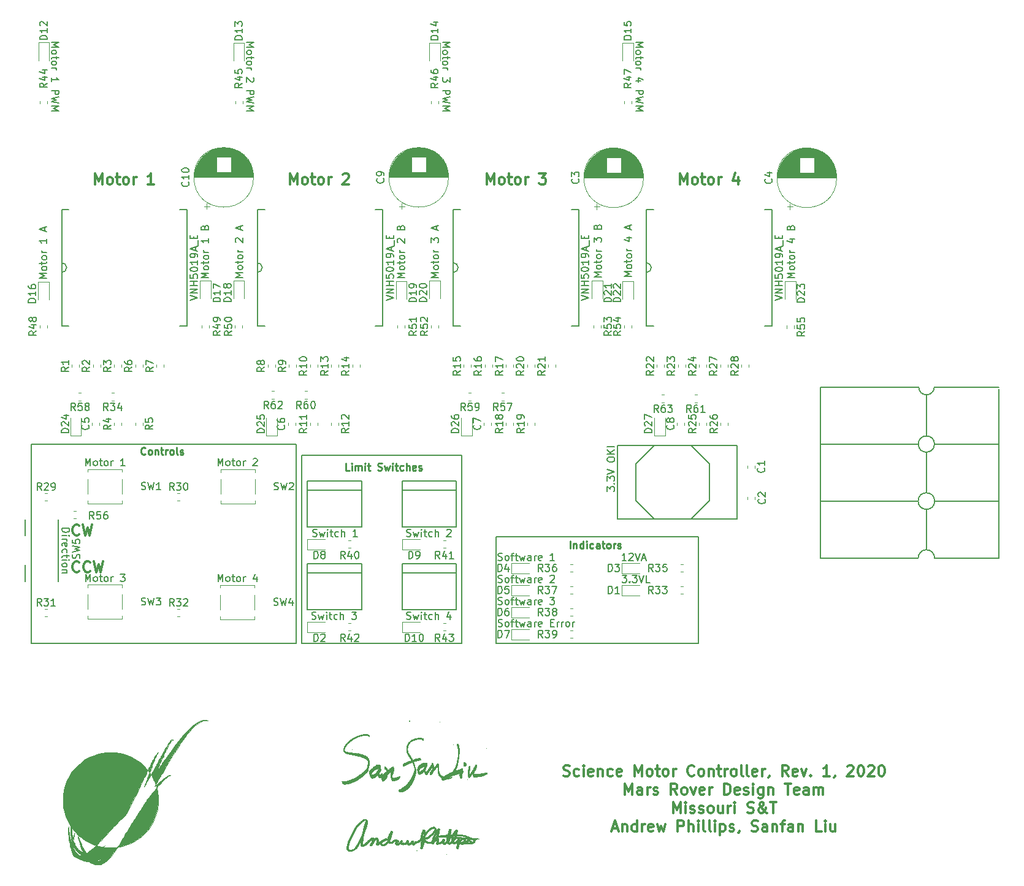
<source format=gbr>
G04 #@! TF.GenerationSoftware,KiCad,Pcbnew,(5.0.0)*
G04 #@! TF.CreationDate,2019-12-13T16:43:05-06:00*
G04 #@! TF.ProjectId,ScienceMotorController_Hardware,536369656E63654D6F746F72436F6E74,rev?*
G04 #@! TF.SameCoordinates,Original*
G04 #@! TF.FileFunction,Legend,Top*
G04 #@! TF.FilePolarity,Positive*
%FSLAX46Y46*%
G04 Gerber Fmt 4.6, Leading zero omitted, Abs format (unit mm)*
G04 Created by KiCad (PCBNEW (5.0.0)) date 12/13/19 16:43:05*
%MOMM*%
%LPD*%
G01*
G04 APERTURE LIST*
%ADD10C,0.300000*%
%ADD11C,0.200000*%
%ADD12C,0.150000*%
%ADD13C,0.222060*%
%ADD14C,0.120000*%
%ADD15C,0.152400*%
%ADD16C,0.010000*%
G04 APERTURE END LIST*
D10*
X46101142Y-120931714D02*
X46029714Y-121003142D01*
X45815428Y-121074571D01*
X45672571Y-121074571D01*
X45458285Y-121003142D01*
X45315428Y-120860285D01*
X45244000Y-120717428D01*
X45172571Y-120431714D01*
X45172571Y-120217428D01*
X45244000Y-119931714D01*
X45315428Y-119788857D01*
X45458285Y-119646000D01*
X45672571Y-119574571D01*
X45815428Y-119574571D01*
X46029714Y-119646000D01*
X46101142Y-119717428D01*
X47601142Y-120931714D02*
X47529714Y-121003142D01*
X47315428Y-121074571D01*
X47172571Y-121074571D01*
X46958285Y-121003142D01*
X46815428Y-120860285D01*
X46744000Y-120717428D01*
X46672571Y-120431714D01*
X46672571Y-120217428D01*
X46744000Y-119931714D01*
X46815428Y-119788857D01*
X46958285Y-119646000D01*
X47172571Y-119574571D01*
X47315428Y-119574571D01*
X47529714Y-119646000D01*
X47601142Y-119717428D01*
X48101142Y-119574571D02*
X48458285Y-121074571D01*
X48744000Y-120003142D01*
X49029714Y-121074571D01*
X49386857Y-119574571D01*
X46089142Y-115851714D02*
X46017714Y-115923142D01*
X45803428Y-115994571D01*
X45660571Y-115994571D01*
X45446285Y-115923142D01*
X45303428Y-115780285D01*
X45232000Y-115637428D01*
X45160571Y-115351714D01*
X45160571Y-115137428D01*
X45232000Y-114851714D01*
X45303428Y-114708857D01*
X45446285Y-114566000D01*
X45660571Y-114494571D01*
X45803428Y-114494571D01*
X46017714Y-114566000D01*
X46089142Y-114637428D01*
X46589142Y-114494571D02*
X46946285Y-115994571D01*
X47232000Y-114923142D01*
X47517714Y-115994571D01*
X47874857Y-114494571D01*
X102390285Y-67480571D02*
X102390285Y-65980571D01*
X102890285Y-67052000D01*
X103390285Y-65980571D01*
X103390285Y-67480571D01*
X104318857Y-67480571D02*
X104176000Y-67409142D01*
X104104571Y-67337714D01*
X104033142Y-67194857D01*
X104033142Y-66766285D01*
X104104571Y-66623428D01*
X104176000Y-66552000D01*
X104318857Y-66480571D01*
X104533142Y-66480571D01*
X104676000Y-66552000D01*
X104747428Y-66623428D01*
X104818857Y-66766285D01*
X104818857Y-67194857D01*
X104747428Y-67337714D01*
X104676000Y-67409142D01*
X104533142Y-67480571D01*
X104318857Y-67480571D01*
X105247428Y-66480571D02*
X105818857Y-66480571D01*
X105461714Y-65980571D02*
X105461714Y-67266285D01*
X105533142Y-67409142D01*
X105676000Y-67480571D01*
X105818857Y-67480571D01*
X106533142Y-67480571D02*
X106390285Y-67409142D01*
X106318857Y-67337714D01*
X106247428Y-67194857D01*
X106247428Y-66766285D01*
X106318857Y-66623428D01*
X106390285Y-66552000D01*
X106533142Y-66480571D01*
X106747428Y-66480571D01*
X106890285Y-66552000D01*
X106961714Y-66623428D01*
X107033142Y-66766285D01*
X107033142Y-67194857D01*
X106961714Y-67337714D01*
X106890285Y-67409142D01*
X106747428Y-67480571D01*
X106533142Y-67480571D01*
X107676000Y-67480571D02*
X107676000Y-66480571D01*
X107676000Y-66766285D02*
X107747428Y-66623428D01*
X107818857Y-66552000D01*
X107961714Y-66480571D01*
X108104571Y-66480571D01*
X109604571Y-65980571D02*
X110533142Y-65980571D01*
X110033142Y-66552000D01*
X110247428Y-66552000D01*
X110390285Y-66623428D01*
X110461714Y-66694857D01*
X110533142Y-66837714D01*
X110533142Y-67194857D01*
X110461714Y-67337714D01*
X110390285Y-67409142D01*
X110247428Y-67480571D01*
X109818857Y-67480571D01*
X109676000Y-67409142D01*
X109604571Y-67337714D01*
X129060285Y-67480571D02*
X129060285Y-65980571D01*
X129560285Y-67052000D01*
X130060285Y-65980571D01*
X130060285Y-67480571D01*
X130988857Y-67480571D02*
X130846000Y-67409142D01*
X130774571Y-67337714D01*
X130703142Y-67194857D01*
X130703142Y-66766285D01*
X130774571Y-66623428D01*
X130846000Y-66552000D01*
X130988857Y-66480571D01*
X131203142Y-66480571D01*
X131346000Y-66552000D01*
X131417428Y-66623428D01*
X131488857Y-66766285D01*
X131488857Y-67194857D01*
X131417428Y-67337714D01*
X131346000Y-67409142D01*
X131203142Y-67480571D01*
X130988857Y-67480571D01*
X131917428Y-66480571D02*
X132488857Y-66480571D01*
X132131714Y-65980571D02*
X132131714Y-67266285D01*
X132203142Y-67409142D01*
X132346000Y-67480571D01*
X132488857Y-67480571D01*
X133203142Y-67480571D02*
X133060285Y-67409142D01*
X132988857Y-67337714D01*
X132917428Y-67194857D01*
X132917428Y-66766285D01*
X132988857Y-66623428D01*
X133060285Y-66552000D01*
X133203142Y-66480571D01*
X133417428Y-66480571D01*
X133560285Y-66552000D01*
X133631714Y-66623428D01*
X133703142Y-66766285D01*
X133703142Y-67194857D01*
X133631714Y-67337714D01*
X133560285Y-67409142D01*
X133417428Y-67480571D01*
X133203142Y-67480571D01*
X134346000Y-67480571D02*
X134346000Y-66480571D01*
X134346000Y-66766285D02*
X134417428Y-66623428D01*
X134488857Y-66552000D01*
X134631714Y-66480571D01*
X134774571Y-66480571D01*
X137060285Y-66480571D02*
X137060285Y-67480571D01*
X136703142Y-65909142D02*
X136346000Y-66980571D01*
X137274571Y-66980571D01*
X75212285Y-67480571D02*
X75212285Y-65980571D01*
X75712285Y-67052000D01*
X76212285Y-65980571D01*
X76212285Y-67480571D01*
X77140857Y-67480571D02*
X76998000Y-67409142D01*
X76926571Y-67337714D01*
X76855142Y-67194857D01*
X76855142Y-66766285D01*
X76926571Y-66623428D01*
X76998000Y-66552000D01*
X77140857Y-66480571D01*
X77355142Y-66480571D01*
X77498000Y-66552000D01*
X77569428Y-66623428D01*
X77640857Y-66766285D01*
X77640857Y-67194857D01*
X77569428Y-67337714D01*
X77498000Y-67409142D01*
X77355142Y-67480571D01*
X77140857Y-67480571D01*
X78069428Y-66480571D02*
X78640857Y-66480571D01*
X78283714Y-65980571D02*
X78283714Y-67266285D01*
X78355142Y-67409142D01*
X78498000Y-67480571D01*
X78640857Y-67480571D01*
X79355142Y-67480571D02*
X79212285Y-67409142D01*
X79140857Y-67337714D01*
X79069428Y-67194857D01*
X79069428Y-66766285D01*
X79140857Y-66623428D01*
X79212285Y-66552000D01*
X79355142Y-66480571D01*
X79569428Y-66480571D01*
X79712285Y-66552000D01*
X79783714Y-66623428D01*
X79855142Y-66766285D01*
X79855142Y-67194857D01*
X79783714Y-67337714D01*
X79712285Y-67409142D01*
X79569428Y-67480571D01*
X79355142Y-67480571D01*
X80498000Y-67480571D02*
X80498000Y-66480571D01*
X80498000Y-66766285D02*
X80569428Y-66623428D01*
X80640857Y-66552000D01*
X80783714Y-66480571D01*
X80926571Y-66480571D01*
X82498000Y-66123428D02*
X82569428Y-66052000D01*
X82712285Y-65980571D01*
X83069428Y-65980571D01*
X83212285Y-66052000D01*
X83283714Y-66123428D01*
X83355142Y-66266285D01*
X83355142Y-66409142D01*
X83283714Y-66623428D01*
X82426571Y-67480571D01*
X83355142Y-67480571D01*
X48288285Y-67480571D02*
X48288285Y-65980571D01*
X48788285Y-67052000D01*
X49288285Y-65980571D01*
X49288285Y-67480571D01*
X50216857Y-67480571D02*
X50074000Y-67409142D01*
X50002571Y-67337714D01*
X49931142Y-67194857D01*
X49931142Y-66766285D01*
X50002571Y-66623428D01*
X50074000Y-66552000D01*
X50216857Y-66480571D01*
X50431142Y-66480571D01*
X50574000Y-66552000D01*
X50645428Y-66623428D01*
X50716857Y-66766285D01*
X50716857Y-67194857D01*
X50645428Y-67337714D01*
X50574000Y-67409142D01*
X50431142Y-67480571D01*
X50216857Y-67480571D01*
X51145428Y-66480571D02*
X51716857Y-66480571D01*
X51359714Y-65980571D02*
X51359714Y-67266285D01*
X51431142Y-67409142D01*
X51574000Y-67480571D01*
X51716857Y-67480571D01*
X52431142Y-67480571D02*
X52288285Y-67409142D01*
X52216857Y-67337714D01*
X52145428Y-67194857D01*
X52145428Y-66766285D01*
X52216857Y-66623428D01*
X52288285Y-66552000D01*
X52431142Y-66480571D01*
X52645428Y-66480571D01*
X52788285Y-66552000D01*
X52859714Y-66623428D01*
X52931142Y-66766285D01*
X52931142Y-67194857D01*
X52859714Y-67337714D01*
X52788285Y-67409142D01*
X52645428Y-67480571D01*
X52431142Y-67480571D01*
X53574000Y-67480571D02*
X53574000Y-66480571D01*
X53574000Y-66766285D02*
X53645428Y-66623428D01*
X53716857Y-66552000D01*
X53859714Y-66480571D01*
X54002571Y-66480571D01*
X56431142Y-67480571D02*
X55574000Y-67480571D01*
X56002571Y-67480571D02*
X56002571Y-65980571D01*
X55859714Y-66194857D01*
X55716857Y-66337714D01*
X55574000Y-66409142D01*
D11*
X131572000Y-130937000D02*
X103632000Y-130937000D01*
X131572000Y-116205000D02*
X103632000Y-116205000D01*
X76073000Y-130937000D02*
X76073000Y-103378000D01*
X39497000Y-122682000D02*
X39497000Y-130937000D01*
X76073000Y-130937000D02*
X39497000Y-130937000D01*
X98933000Y-130937000D02*
X98933000Y-119634000D01*
X76835000Y-119634000D02*
X76835000Y-130937000D01*
D12*
X78208571Y-127531761D02*
X78351428Y-127579380D01*
X78589523Y-127579380D01*
X78684761Y-127531761D01*
X78732380Y-127484142D01*
X78780000Y-127388904D01*
X78780000Y-127293666D01*
X78732380Y-127198428D01*
X78684761Y-127150809D01*
X78589523Y-127103190D01*
X78399047Y-127055571D01*
X78303809Y-127007952D01*
X78256190Y-126960333D01*
X78208571Y-126865095D01*
X78208571Y-126769857D01*
X78256190Y-126674619D01*
X78303809Y-126627000D01*
X78399047Y-126579380D01*
X78637142Y-126579380D01*
X78780000Y-126627000D01*
X79113333Y-126912714D02*
X79303809Y-127579380D01*
X79494285Y-127103190D01*
X79684761Y-127579380D01*
X79875238Y-126912714D01*
X80256190Y-127579380D02*
X80256190Y-126912714D01*
X80256190Y-126579380D02*
X80208571Y-126627000D01*
X80256190Y-126674619D01*
X80303809Y-126627000D01*
X80256190Y-126579380D01*
X80256190Y-126674619D01*
X80589523Y-126912714D02*
X80970476Y-126912714D01*
X80732380Y-126579380D02*
X80732380Y-127436523D01*
X80780000Y-127531761D01*
X80875238Y-127579380D01*
X80970476Y-127579380D01*
X81732380Y-127531761D02*
X81637142Y-127579380D01*
X81446666Y-127579380D01*
X81351428Y-127531761D01*
X81303809Y-127484142D01*
X81256190Y-127388904D01*
X81256190Y-127103190D01*
X81303809Y-127007952D01*
X81351428Y-126960333D01*
X81446666Y-126912714D01*
X81637142Y-126912714D01*
X81732380Y-126960333D01*
X82160952Y-127579380D02*
X82160952Y-126579380D01*
X82589523Y-127579380D02*
X82589523Y-127055571D01*
X82541904Y-126960333D01*
X82446666Y-126912714D01*
X82303809Y-126912714D01*
X82208571Y-126960333D01*
X82160952Y-127007952D01*
X83732380Y-126579380D02*
X84351428Y-126579380D01*
X84018095Y-126960333D01*
X84160952Y-126960333D01*
X84256190Y-127007952D01*
X84303809Y-127055571D01*
X84351428Y-127150809D01*
X84351428Y-127388904D01*
X84303809Y-127484142D01*
X84256190Y-127531761D01*
X84160952Y-127579380D01*
X83875238Y-127579380D01*
X83780000Y-127531761D01*
X83732380Y-127484142D01*
X91289571Y-127531761D02*
X91432428Y-127579380D01*
X91670523Y-127579380D01*
X91765761Y-127531761D01*
X91813380Y-127484142D01*
X91861000Y-127388904D01*
X91861000Y-127293666D01*
X91813380Y-127198428D01*
X91765761Y-127150809D01*
X91670523Y-127103190D01*
X91480047Y-127055571D01*
X91384809Y-127007952D01*
X91337190Y-126960333D01*
X91289571Y-126865095D01*
X91289571Y-126769857D01*
X91337190Y-126674619D01*
X91384809Y-126627000D01*
X91480047Y-126579380D01*
X91718142Y-126579380D01*
X91861000Y-126627000D01*
X92194333Y-126912714D02*
X92384809Y-127579380D01*
X92575285Y-127103190D01*
X92765761Y-127579380D01*
X92956238Y-126912714D01*
X93337190Y-127579380D02*
X93337190Y-126912714D01*
X93337190Y-126579380D02*
X93289571Y-126627000D01*
X93337190Y-126674619D01*
X93384809Y-126627000D01*
X93337190Y-126579380D01*
X93337190Y-126674619D01*
X93670523Y-126912714D02*
X94051476Y-126912714D01*
X93813380Y-126579380D02*
X93813380Y-127436523D01*
X93861000Y-127531761D01*
X93956238Y-127579380D01*
X94051476Y-127579380D01*
X94813380Y-127531761D02*
X94718142Y-127579380D01*
X94527666Y-127579380D01*
X94432428Y-127531761D01*
X94384809Y-127484142D01*
X94337190Y-127388904D01*
X94337190Y-127103190D01*
X94384809Y-127007952D01*
X94432428Y-126960333D01*
X94527666Y-126912714D01*
X94718142Y-126912714D01*
X94813380Y-126960333D01*
X95241952Y-127579380D02*
X95241952Y-126579380D01*
X95670523Y-127579380D02*
X95670523Y-127055571D01*
X95622904Y-126960333D01*
X95527666Y-126912714D01*
X95384809Y-126912714D01*
X95289571Y-126960333D01*
X95241952Y-127007952D01*
X97337190Y-126912714D02*
X97337190Y-127579380D01*
X97099095Y-126531761D02*
X96861000Y-127246047D01*
X97480047Y-127246047D01*
X43743619Y-115014761D02*
X44743619Y-115014761D01*
X44743619Y-115252857D01*
X44696000Y-115395714D01*
X44600761Y-115490952D01*
X44505523Y-115538571D01*
X44315047Y-115586190D01*
X44172190Y-115586190D01*
X43981714Y-115538571D01*
X43886476Y-115490952D01*
X43791238Y-115395714D01*
X43743619Y-115252857D01*
X43743619Y-115014761D01*
X43743619Y-116014761D02*
X44410285Y-116014761D01*
X44743619Y-116014761D02*
X44696000Y-115967142D01*
X44648380Y-116014761D01*
X44696000Y-116062380D01*
X44743619Y-116014761D01*
X44648380Y-116014761D01*
X43743619Y-116490952D02*
X44410285Y-116490952D01*
X44219809Y-116490952D02*
X44315047Y-116538571D01*
X44362666Y-116586190D01*
X44410285Y-116681428D01*
X44410285Y-116776666D01*
X43791238Y-117490952D02*
X43743619Y-117395714D01*
X43743619Y-117205238D01*
X43791238Y-117110000D01*
X43886476Y-117062380D01*
X44267428Y-117062380D01*
X44362666Y-117110000D01*
X44410285Y-117205238D01*
X44410285Y-117395714D01*
X44362666Y-117490952D01*
X44267428Y-117538571D01*
X44172190Y-117538571D01*
X44076952Y-117062380D01*
X43791238Y-118395714D02*
X43743619Y-118300476D01*
X43743619Y-118110000D01*
X43791238Y-118014761D01*
X43838857Y-117967142D01*
X43934095Y-117919523D01*
X44219809Y-117919523D01*
X44315047Y-117967142D01*
X44362666Y-118014761D01*
X44410285Y-118110000D01*
X44410285Y-118300476D01*
X44362666Y-118395714D01*
X44410285Y-118681428D02*
X44410285Y-119062380D01*
X44743619Y-118824285D02*
X43886476Y-118824285D01*
X43791238Y-118871904D01*
X43743619Y-118967142D01*
X43743619Y-119062380D01*
X43743619Y-119395714D02*
X44410285Y-119395714D01*
X44743619Y-119395714D02*
X44696000Y-119348095D01*
X44648380Y-119395714D01*
X44696000Y-119443333D01*
X44743619Y-119395714D01*
X44648380Y-119395714D01*
X43743619Y-120014761D02*
X43791238Y-119919523D01*
X43838857Y-119871904D01*
X43934095Y-119824285D01*
X44219809Y-119824285D01*
X44315047Y-119871904D01*
X44362666Y-119919523D01*
X44410285Y-120014761D01*
X44410285Y-120157619D01*
X44362666Y-120252857D01*
X44315047Y-120300476D01*
X44219809Y-120348095D01*
X43934095Y-120348095D01*
X43838857Y-120300476D01*
X43791238Y-120252857D01*
X43743619Y-120157619D01*
X43743619Y-120014761D01*
X44410285Y-120776666D02*
X43743619Y-120776666D01*
X44315047Y-120776666D02*
X44362666Y-120824285D01*
X44410285Y-120919523D01*
X44410285Y-121062380D01*
X44362666Y-121157619D01*
X44267428Y-121205238D01*
X43743619Y-121205238D01*
D11*
X76835000Y-105410000D02*
X76835000Y-104902000D01*
X98933000Y-104902000D02*
X98933000Y-105410000D01*
X76835000Y-104902000D02*
X98933000Y-104902000D01*
X76835000Y-130937000D02*
X98933000Y-130937000D01*
X98933000Y-119634000D02*
X98933000Y-105410000D01*
X76835000Y-119634000D02*
X76835000Y-105410000D01*
D13*
X83399904Y-107005380D02*
X82923714Y-107005380D01*
X82923714Y-106005380D01*
X83733238Y-107005380D02*
X83733238Y-106338714D01*
X83733238Y-106005380D02*
X83685619Y-106053000D01*
X83733238Y-106100619D01*
X83780857Y-106053000D01*
X83733238Y-106005380D01*
X83733238Y-106100619D01*
X84209428Y-107005380D02*
X84209428Y-106338714D01*
X84209428Y-106433952D02*
X84257047Y-106386333D01*
X84352285Y-106338714D01*
X84495142Y-106338714D01*
X84590380Y-106386333D01*
X84638000Y-106481571D01*
X84638000Y-107005380D01*
X84638000Y-106481571D02*
X84685619Y-106386333D01*
X84780857Y-106338714D01*
X84923714Y-106338714D01*
X85018952Y-106386333D01*
X85066571Y-106481571D01*
X85066571Y-107005380D01*
X85542761Y-107005380D02*
X85542761Y-106338714D01*
X85542761Y-106005380D02*
X85495142Y-106053000D01*
X85542761Y-106100619D01*
X85590380Y-106053000D01*
X85542761Y-106005380D01*
X85542761Y-106100619D01*
X85876095Y-106338714D02*
X86257047Y-106338714D01*
X86018952Y-106005380D02*
X86018952Y-106862523D01*
X86066571Y-106957761D01*
X86161809Y-107005380D01*
X86257047Y-107005380D01*
X87304666Y-106957761D02*
X87447523Y-107005380D01*
X87685619Y-107005380D01*
X87780857Y-106957761D01*
X87828476Y-106910142D01*
X87876095Y-106814904D01*
X87876095Y-106719666D01*
X87828476Y-106624428D01*
X87780857Y-106576809D01*
X87685619Y-106529190D01*
X87495142Y-106481571D01*
X87399904Y-106433952D01*
X87352285Y-106386333D01*
X87304666Y-106291095D01*
X87304666Y-106195857D01*
X87352285Y-106100619D01*
X87399904Y-106053000D01*
X87495142Y-106005380D01*
X87733238Y-106005380D01*
X87876095Y-106053000D01*
X88209428Y-106338714D02*
X88399904Y-107005380D01*
X88590380Y-106529190D01*
X88780857Y-107005380D01*
X88971333Y-106338714D01*
X89352285Y-107005380D02*
X89352285Y-106338714D01*
X89352285Y-106005380D02*
X89304666Y-106053000D01*
X89352285Y-106100619D01*
X89399904Y-106053000D01*
X89352285Y-106005380D01*
X89352285Y-106100619D01*
X89685619Y-106338714D02*
X90066571Y-106338714D01*
X89828476Y-106005380D02*
X89828476Y-106862523D01*
X89876095Y-106957761D01*
X89971333Y-107005380D01*
X90066571Y-107005380D01*
X90828476Y-106957761D02*
X90733238Y-107005380D01*
X90542761Y-107005380D01*
X90447523Y-106957761D01*
X90399904Y-106910142D01*
X90352285Y-106814904D01*
X90352285Y-106529190D01*
X90399904Y-106433952D01*
X90447523Y-106386333D01*
X90542761Y-106338714D01*
X90733238Y-106338714D01*
X90828476Y-106386333D01*
X91257047Y-107005380D02*
X91257047Y-106005380D01*
X91685619Y-107005380D02*
X91685619Y-106481571D01*
X91638000Y-106386333D01*
X91542761Y-106338714D01*
X91399904Y-106338714D01*
X91304666Y-106386333D01*
X91257047Y-106433952D01*
X92542761Y-106957761D02*
X92447523Y-107005380D01*
X92257047Y-107005380D01*
X92161809Y-106957761D01*
X92114190Y-106862523D01*
X92114190Y-106481571D01*
X92161809Y-106386333D01*
X92257047Y-106338714D01*
X92447523Y-106338714D01*
X92542761Y-106386333D01*
X92590380Y-106481571D01*
X92590380Y-106576809D01*
X92114190Y-106672047D01*
X92971333Y-106957761D02*
X93066571Y-107005380D01*
X93257047Y-107005380D01*
X93352285Y-106957761D01*
X93399904Y-106862523D01*
X93399904Y-106814904D01*
X93352285Y-106719666D01*
X93257047Y-106672047D01*
X93114190Y-106672047D01*
X93018952Y-106624428D01*
X92971333Y-106529190D01*
X92971333Y-106481571D01*
X93018952Y-106386333D01*
X93114190Y-106338714D01*
X93257047Y-106338714D01*
X93352285Y-106386333D01*
D12*
X78335571Y-116101761D02*
X78478428Y-116149380D01*
X78716523Y-116149380D01*
X78811761Y-116101761D01*
X78859380Y-116054142D01*
X78907000Y-115958904D01*
X78907000Y-115863666D01*
X78859380Y-115768428D01*
X78811761Y-115720809D01*
X78716523Y-115673190D01*
X78526047Y-115625571D01*
X78430809Y-115577952D01*
X78383190Y-115530333D01*
X78335571Y-115435095D01*
X78335571Y-115339857D01*
X78383190Y-115244619D01*
X78430809Y-115197000D01*
X78526047Y-115149380D01*
X78764142Y-115149380D01*
X78907000Y-115197000D01*
X79240333Y-115482714D02*
X79430809Y-116149380D01*
X79621285Y-115673190D01*
X79811761Y-116149380D01*
X80002238Y-115482714D01*
X80383190Y-116149380D02*
X80383190Y-115482714D01*
X80383190Y-115149380D02*
X80335571Y-115197000D01*
X80383190Y-115244619D01*
X80430809Y-115197000D01*
X80383190Y-115149380D01*
X80383190Y-115244619D01*
X80716523Y-115482714D02*
X81097476Y-115482714D01*
X80859380Y-115149380D02*
X80859380Y-116006523D01*
X80907000Y-116101761D01*
X81002238Y-116149380D01*
X81097476Y-116149380D01*
X81859380Y-116101761D02*
X81764142Y-116149380D01*
X81573666Y-116149380D01*
X81478428Y-116101761D01*
X81430809Y-116054142D01*
X81383190Y-115958904D01*
X81383190Y-115673190D01*
X81430809Y-115577952D01*
X81478428Y-115530333D01*
X81573666Y-115482714D01*
X81764142Y-115482714D01*
X81859380Y-115530333D01*
X82287952Y-116149380D02*
X82287952Y-115149380D01*
X82716523Y-116149380D02*
X82716523Y-115625571D01*
X82668904Y-115530333D01*
X82573666Y-115482714D01*
X82430809Y-115482714D01*
X82335571Y-115530333D01*
X82287952Y-115577952D01*
X84478428Y-116149380D02*
X83907000Y-116149380D01*
X84192714Y-116149380D02*
X84192714Y-115149380D01*
X84097476Y-115292238D01*
X84002238Y-115387476D01*
X83907000Y-115435095D01*
X91289571Y-116101761D02*
X91432428Y-116149380D01*
X91670523Y-116149380D01*
X91765761Y-116101761D01*
X91813380Y-116054142D01*
X91861000Y-115958904D01*
X91861000Y-115863666D01*
X91813380Y-115768428D01*
X91765761Y-115720809D01*
X91670523Y-115673190D01*
X91480047Y-115625571D01*
X91384809Y-115577952D01*
X91337190Y-115530333D01*
X91289571Y-115435095D01*
X91289571Y-115339857D01*
X91337190Y-115244619D01*
X91384809Y-115197000D01*
X91480047Y-115149380D01*
X91718142Y-115149380D01*
X91861000Y-115197000D01*
X92194333Y-115482714D02*
X92384809Y-116149380D01*
X92575285Y-115673190D01*
X92765761Y-116149380D01*
X92956238Y-115482714D01*
X93337190Y-116149380D02*
X93337190Y-115482714D01*
X93337190Y-115149380D02*
X93289571Y-115197000D01*
X93337190Y-115244619D01*
X93384809Y-115197000D01*
X93337190Y-115149380D01*
X93337190Y-115244619D01*
X93670523Y-115482714D02*
X94051476Y-115482714D01*
X93813380Y-115149380D02*
X93813380Y-116006523D01*
X93861000Y-116101761D01*
X93956238Y-116149380D01*
X94051476Y-116149380D01*
X94813380Y-116101761D02*
X94718142Y-116149380D01*
X94527666Y-116149380D01*
X94432428Y-116101761D01*
X94384809Y-116054142D01*
X94337190Y-115958904D01*
X94337190Y-115673190D01*
X94384809Y-115577952D01*
X94432428Y-115530333D01*
X94527666Y-115482714D01*
X94718142Y-115482714D01*
X94813380Y-115530333D01*
X95241952Y-116149380D02*
X95241952Y-115149380D01*
X95670523Y-116149380D02*
X95670523Y-115625571D01*
X95622904Y-115530333D01*
X95527666Y-115482714D01*
X95384809Y-115482714D01*
X95289571Y-115530333D01*
X95241952Y-115577952D01*
X96861000Y-115244619D02*
X96908619Y-115197000D01*
X97003857Y-115149380D01*
X97241952Y-115149380D01*
X97337190Y-115197000D01*
X97384809Y-115244619D01*
X97432428Y-115339857D01*
X97432428Y-115435095D01*
X97384809Y-115577952D01*
X96813380Y-116149380D01*
X97432428Y-116149380D01*
X144851380Y-80406428D02*
X143851380Y-80406428D01*
X144565666Y-80073095D01*
X143851380Y-79739761D01*
X144851380Y-79739761D01*
X144851380Y-79120714D02*
X144803761Y-79215952D01*
X144756142Y-79263571D01*
X144660904Y-79311190D01*
X144375190Y-79311190D01*
X144279952Y-79263571D01*
X144232333Y-79215952D01*
X144184714Y-79120714D01*
X144184714Y-78977857D01*
X144232333Y-78882619D01*
X144279952Y-78835000D01*
X144375190Y-78787380D01*
X144660904Y-78787380D01*
X144756142Y-78835000D01*
X144803761Y-78882619D01*
X144851380Y-78977857D01*
X144851380Y-79120714D01*
X144184714Y-78501666D02*
X144184714Y-78120714D01*
X143851380Y-78358809D02*
X144708523Y-78358809D01*
X144803761Y-78311190D01*
X144851380Y-78215952D01*
X144851380Y-78120714D01*
X144851380Y-77644523D02*
X144803761Y-77739761D01*
X144756142Y-77787380D01*
X144660904Y-77835000D01*
X144375190Y-77835000D01*
X144279952Y-77787380D01*
X144232333Y-77739761D01*
X144184714Y-77644523D01*
X144184714Y-77501666D01*
X144232333Y-77406428D01*
X144279952Y-77358809D01*
X144375190Y-77311190D01*
X144660904Y-77311190D01*
X144756142Y-77358809D01*
X144803761Y-77406428D01*
X144851380Y-77501666D01*
X144851380Y-77644523D01*
X144851380Y-76882619D02*
X144184714Y-76882619D01*
X144375190Y-76882619D02*
X144279952Y-76835000D01*
X144232333Y-76787380D01*
X144184714Y-76692142D01*
X144184714Y-76596904D01*
X144184714Y-75073095D02*
X144851380Y-75073095D01*
X143803761Y-75311190D02*
X144518047Y-75549285D01*
X144518047Y-74930238D01*
X144327571Y-73454047D02*
X144375190Y-73311190D01*
X144422809Y-73263571D01*
X144518047Y-73215952D01*
X144660904Y-73215952D01*
X144756142Y-73263571D01*
X144803761Y-73311190D01*
X144851380Y-73406428D01*
X144851380Y-73787380D01*
X143851380Y-73787380D01*
X143851380Y-73454047D01*
X143899000Y-73358809D01*
X143946619Y-73311190D01*
X144041857Y-73263571D01*
X144137095Y-73263571D01*
X144232333Y-73311190D01*
X144279952Y-73358809D01*
X144327571Y-73454047D01*
X144327571Y-73787380D01*
X122372380Y-80208000D02*
X121372380Y-80208000D01*
X122086666Y-79874666D01*
X121372380Y-79541333D01*
X122372380Y-79541333D01*
X122372380Y-78922285D02*
X122324761Y-79017523D01*
X122277142Y-79065142D01*
X122181904Y-79112761D01*
X121896190Y-79112761D01*
X121800952Y-79065142D01*
X121753333Y-79017523D01*
X121705714Y-78922285D01*
X121705714Y-78779428D01*
X121753333Y-78684190D01*
X121800952Y-78636571D01*
X121896190Y-78588952D01*
X122181904Y-78588952D01*
X122277142Y-78636571D01*
X122324761Y-78684190D01*
X122372380Y-78779428D01*
X122372380Y-78922285D01*
X121705714Y-78303238D02*
X121705714Y-77922285D01*
X121372380Y-78160380D02*
X122229523Y-78160380D01*
X122324761Y-78112761D01*
X122372380Y-78017523D01*
X122372380Y-77922285D01*
X122372380Y-77446095D02*
X122324761Y-77541333D01*
X122277142Y-77588952D01*
X122181904Y-77636571D01*
X121896190Y-77636571D01*
X121800952Y-77588952D01*
X121753333Y-77541333D01*
X121705714Y-77446095D01*
X121705714Y-77303238D01*
X121753333Y-77208000D01*
X121800952Y-77160380D01*
X121896190Y-77112761D01*
X122181904Y-77112761D01*
X122277142Y-77160380D01*
X122324761Y-77208000D01*
X122372380Y-77303238D01*
X122372380Y-77446095D01*
X122372380Y-76684190D02*
X121705714Y-76684190D01*
X121896190Y-76684190D02*
X121800952Y-76636571D01*
X121753333Y-76588952D01*
X121705714Y-76493714D01*
X121705714Y-76398476D01*
X121705714Y-74874666D02*
X122372380Y-74874666D01*
X121324761Y-75112761D02*
X122039047Y-75350857D01*
X122039047Y-74731809D01*
X122086666Y-73636571D02*
X122086666Y-73160380D01*
X122372380Y-73731809D02*
X121372380Y-73398476D01*
X122372380Y-73065142D01*
X118181380Y-80279428D02*
X117181380Y-80279428D01*
X117895666Y-79946095D01*
X117181380Y-79612761D01*
X118181380Y-79612761D01*
X118181380Y-78993714D02*
X118133761Y-79088952D01*
X118086142Y-79136571D01*
X117990904Y-79184190D01*
X117705190Y-79184190D01*
X117609952Y-79136571D01*
X117562333Y-79088952D01*
X117514714Y-78993714D01*
X117514714Y-78850857D01*
X117562333Y-78755619D01*
X117609952Y-78708000D01*
X117705190Y-78660380D01*
X117990904Y-78660380D01*
X118086142Y-78708000D01*
X118133761Y-78755619D01*
X118181380Y-78850857D01*
X118181380Y-78993714D01*
X117514714Y-78374666D02*
X117514714Y-77993714D01*
X117181380Y-78231809D02*
X118038523Y-78231809D01*
X118133761Y-78184190D01*
X118181380Y-78088952D01*
X118181380Y-77993714D01*
X118181380Y-77517523D02*
X118133761Y-77612761D01*
X118086142Y-77660380D01*
X117990904Y-77708000D01*
X117705190Y-77708000D01*
X117609952Y-77660380D01*
X117562333Y-77612761D01*
X117514714Y-77517523D01*
X117514714Y-77374666D01*
X117562333Y-77279428D01*
X117609952Y-77231809D01*
X117705190Y-77184190D01*
X117990904Y-77184190D01*
X118086142Y-77231809D01*
X118133761Y-77279428D01*
X118181380Y-77374666D01*
X118181380Y-77517523D01*
X118181380Y-76755619D02*
X117514714Y-76755619D01*
X117705190Y-76755619D02*
X117609952Y-76708000D01*
X117562333Y-76660380D01*
X117514714Y-76565142D01*
X117514714Y-76469904D01*
X117181380Y-75469904D02*
X117181380Y-74850857D01*
X117562333Y-75184190D01*
X117562333Y-75041333D01*
X117609952Y-74946095D01*
X117657571Y-74898476D01*
X117752809Y-74850857D01*
X117990904Y-74850857D01*
X118086142Y-74898476D01*
X118133761Y-74946095D01*
X118181380Y-75041333D01*
X118181380Y-75327047D01*
X118133761Y-75422285D01*
X118086142Y-75469904D01*
X117657571Y-73327047D02*
X117705190Y-73184190D01*
X117752809Y-73136571D01*
X117848047Y-73088952D01*
X117990904Y-73088952D01*
X118086142Y-73136571D01*
X118133761Y-73184190D01*
X118181380Y-73279428D01*
X118181380Y-73660380D01*
X117181380Y-73660380D01*
X117181380Y-73327047D01*
X117229000Y-73231809D01*
X117276619Y-73184190D01*
X117371857Y-73136571D01*
X117467095Y-73136571D01*
X117562333Y-73184190D01*
X117609952Y-73231809D01*
X117657571Y-73327047D01*
X117657571Y-73660380D01*
X95702380Y-80335000D02*
X94702380Y-80335000D01*
X95416666Y-80001666D01*
X94702380Y-79668333D01*
X95702380Y-79668333D01*
X95702380Y-79049285D02*
X95654761Y-79144523D01*
X95607142Y-79192142D01*
X95511904Y-79239761D01*
X95226190Y-79239761D01*
X95130952Y-79192142D01*
X95083333Y-79144523D01*
X95035714Y-79049285D01*
X95035714Y-78906428D01*
X95083333Y-78811190D01*
X95130952Y-78763571D01*
X95226190Y-78715952D01*
X95511904Y-78715952D01*
X95607142Y-78763571D01*
X95654761Y-78811190D01*
X95702380Y-78906428D01*
X95702380Y-79049285D01*
X95035714Y-78430238D02*
X95035714Y-78049285D01*
X94702380Y-78287380D02*
X95559523Y-78287380D01*
X95654761Y-78239761D01*
X95702380Y-78144523D01*
X95702380Y-78049285D01*
X95702380Y-77573095D02*
X95654761Y-77668333D01*
X95607142Y-77715952D01*
X95511904Y-77763571D01*
X95226190Y-77763571D01*
X95130952Y-77715952D01*
X95083333Y-77668333D01*
X95035714Y-77573095D01*
X95035714Y-77430238D01*
X95083333Y-77335000D01*
X95130952Y-77287380D01*
X95226190Y-77239761D01*
X95511904Y-77239761D01*
X95607142Y-77287380D01*
X95654761Y-77335000D01*
X95702380Y-77430238D01*
X95702380Y-77573095D01*
X95702380Y-76811190D02*
X95035714Y-76811190D01*
X95226190Y-76811190D02*
X95130952Y-76763571D01*
X95083333Y-76715952D01*
X95035714Y-76620714D01*
X95035714Y-76525476D01*
X94702380Y-75525476D02*
X94702380Y-74906428D01*
X95083333Y-75239761D01*
X95083333Y-75096904D01*
X95130952Y-75001666D01*
X95178571Y-74954047D01*
X95273809Y-74906428D01*
X95511904Y-74906428D01*
X95607142Y-74954047D01*
X95654761Y-75001666D01*
X95702380Y-75096904D01*
X95702380Y-75382619D01*
X95654761Y-75477857D01*
X95607142Y-75525476D01*
X95416666Y-73763571D02*
X95416666Y-73287380D01*
X95702380Y-73858809D02*
X94702380Y-73525476D01*
X95702380Y-73192142D01*
X91003380Y-80406428D02*
X90003380Y-80406428D01*
X90717666Y-80073095D01*
X90003380Y-79739761D01*
X91003380Y-79739761D01*
X91003380Y-79120714D02*
X90955761Y-79215952D01*
X90908142Y-79263571D01*
X90812904Y-79311190D01*
X90527190Y-79311190D01*
X90431952Y-79263571D01*
X90384333Y-79215952D01*
X90336714Y-79120714D01*
X90336714Y-78977857D01*
X90384333Y-78882619D01*
X90431952Y-78835000D01*
X90527190Y-78787380D01*
X90812904Y-78787380D01*
X90908142Y-78835000D01*
X90955761Y-78882619D01*
X91003380Y-78977857D01*
X91003380Y-79120714D01*
X90336714Y-78501666D02*
X90336714Y-78120714D01*
X90003380Y-78358809D02*
X90860523Y-78358809D01*
X90955761Y-78311190D01*
X91003380Y-78215952D01*
X91003380Y-78120714D01*
X91003380Y-77644523D02*
X90955761Y-77739761D01*
X90908142Y-77787380D01*
X90812904Y-77835000D01*
X90527190Y-77835000D01*
X90431952Y-77787380D01*
X90384333Y-77739761D01*
X90336714Y-77644523D01*
X90336714Y-77501666D01*
X90384333Y-77406428D01*
X90431952Y-77358809D01*
X90527190Y-77311190D01*
X90812904Y-77311190D01*
X90908142Y-77358809D01*
X90955761Y-77406428D01*
X91003380Y-77501666D01*
X91003380Y-77644523D01*
X91003380Y-76882619D02*
X90336714Y-76882619D01*
X90527190Y-76882619D02*
X90431952Y-76835000D01*
X90384333Y-76787380D01*
X90336714Y-76692142D01*
X90336714Y-76596904D01*
X90098619Y-75549285D02*
X90051000Y-75501666D01*
X90003380Y-75406428D01*
X90003380Y-75168333D01*
X90051000Y-75073095D01*
X90098619Y-75025476D01*
X90193857Y-74977857D01*
X90289095Y-74977857D01*
X90431952Y-75025476D01*
X91003380Y-75596904D01*
X91003380Y-74977857D01*
X90479571Y-73454047D02*
X90527190Y-73311190D01*
X90574809Y-73263571D01*
X90670047Y-73215952D01*
X90812904Y-73215952D01*
X90908142Y-73263571D01*
X90955761Y-73311190D01*
X91003380Y-73406428D01*
X91003380Y-73787380D01*
X90003380Y-73787380D01*
X90003380Y-73454047D01*
X90051000Y-73358809D01*
X90098619Y-73311190D01*
X90193857Y-73263571D01*
X90289095Y-73263571D01*
X90384333Y-73311190D01*
X90431952Y-73358809D01*
X90479571Y-73454047D01*
X90479571Y-73787380D01*
X68651380Y-80335000D02*
X67651380Y-80335000D01*
X68365666Y-80001666D01*
X67651380Y-79668333D01*
X68651380Y-79668333D01*
X68651380Y-79049285D02*
X68603761Y-79144523D01*
X68556142Y-79192142D01*
X68460904Y-79239761D01*
X68175190Y-79239761D01*
X68079952Y-79192142D01*
X68032333Y-79144523D01*
X67984714Y-79049285D01*
X67984714Y-78906428D01*
X68032333Y-78811190D01*
X68079952Y-78763571D01*
X68175190Y-78715952D01*
X68460904Y-78715952D01*
X68556142Y-78763571D01*
X68603761Y-78811190D01*
X68651380Y-78906428D01*
X68651380Y-79049285D01*
X67984714Y-78430238D02*
X67984714Y-78049285D01*
X67651380Y-78287380D02*
X68508523Y-78287380D01*
X68603761Y-78239761D01*
X68651380Y-78144523D01*
X68651380Y-78049285D01*
X68651380Y-77573095D02*
X68603761Y-77668333D01*
X68556142Y-77715952D01*
X68460904Y-77763571D01*
X68175190Y-77763571D01*
X68079952Y-77715952D01*
X68032333Y-77668333D01*
X67984714Y-77573095D01*
X67984714Y-77430238D01*
X68032333Y-77335000D01*
X68079952Y-77287380D01*
X68175190Y-77239761D01*
X68460904Y-77239761D01*
X68556142Y-77287380D01*
X68603761Y-77335000D01*
X68651380Y-77430238D01*
X68651380Y-77573095D01*
X68651380Y-76811190D02*
X67984714Y-76811190D01*
X68175190Y-76811190D02*
X68079952Y-76763571D01*
X68032333Y-76715952D01*
X67984714Y-76620714D01*
X67984714Y-76525476D01*
X67746619Y-75477857D02*
X67699000Y-75430238D01*
X67651380Y-75335000D01*
X67651380Y-75096904D01*
X67699000Y-75001666D01*
X67746619Y-74954047D01*
X67841857Y-74906428D01*
X67937095Y-74906428D01*
X68079952Y-74954047D01*
X68651380Y-75525476D01*
X68651380Y-74906428D01*
X68365666Y-73763571D02*
X68365666Y-73287380D01*
X68651380Y-73858809D02*
X67651380Y-73525476D01*
X68651380Y-73192142D01*
X63952380Y-80406428D02*
X62952380Y-80406428D01*
X63666666Y-80073095D01*
X62952380Y-79739761D01*
X63952380Y-79739761D01*
X63952380Y-79120714D02*
X63904761Y-79215952D01*
X63857142Y-79263571D01*
X63761904Y-79311190D01*
X63476190Y-79311190D01*
X63380952Y-79263571D01*
X63333333Y-79215952D01*
X63285714Y-79120714D01*
X63285714Y-78977857D01*
X63333333Y-78882619D01*
X63380952Y-78835000D01*
X63476190Y-78787380D01*
X63761904Y-78787380D01*
X63857142Y-78835000D01*
X63904761Y-78882619D01*
X63952380Y-78977857D01*
X63952380Y-79120714D01*
X63285714Y-78501666D02*
X63285714Y-78120714D01*
X62952380Y-78358809D02*
X63809523Y-78358809D01*
X63904761Y-78311190D01*
X63952380Y-78215952D01*
X63952380Y-78120714D01*
X63952380Y-77644523D02*
X63904761Y-77739761D01*
X63857142Y-77787380D01*
X63761904Y-77835000D01*
X63476190Y-77835000D01*
X63380952Y-77787380D01*
X63333333Y-77739761D01*
X63285714Y-77644523D01*
X63285714Y-77501666D01*
X63333333Y-77406428D01*
X63380952Y-77358809D01*
X63476190Y-77311190D01*
X63761904Y-77311190D01*
X63857142Y-77358809D01*
X63904761Y-77406428D01*
X63952380Y-77501666D01*
X63952380Y-77644523D01*
X63952380Y-76882619D02*
X63285714Y-76882619D01*
X63476190Y-76882619D02*
X63380952Y-76835000D01*
X63333333Y-76787380D01*
X63285714Y-76692142D01*
X63285714Y-76596904D01*
X63952380Y-74977857D02*
X63952380Y-75549285D01*
X63952380Y-75263571D02*
X62952380Y-75263571D01*
X63095238Y-75358809D01*
X63190476Y-75454047D01*
X63238095Y-75549285D01*
X63428571Y-73454047D02*
X63476190Y-73311190D01*
X63523809Y-73263571D01*
X63619047Y-73215952D01*
X63761904Y-73215952D01*
X63857142Y-73263571D01*
X63904761Y-73311190D01*
X63952380Y-73406428D01*
X63952380Y-73787380D01*
X62952380Y-73787380D01*
X62952380Y-73454047D01*
X63000000Y-73358809D01*
X63047619Y-73311190D01*
X63142857Y-73263571D01*
X63238095Y-73263571D01*
X63333333Y-73311190D01*
X63380952Y-73358809D01*
X63428571Y-73454047D01*
X63428571Y-73787380D01*
X41600380Y-80462000D02*
X40600380Y-80462000D01*
X41314666Y-80128666D01*
X40600380Y-79795333D01*
X41600380Y-79795333D01*
X41600380Y-79176285D02*
X41552761Y-79271523D01*
X41505142Y-79319142D01*
X41409904Y-79366761D01*
X41124190Y-79366761D01*
X41028952Y-79319142D01*
X40981333Y-79271523D01*
X40933714Y-79176285D01*
X40933714Y-79033428D01*
X40981333Y-78938190D01*
X41028952Y-78890571D01*
X41124190Y-78842952D01*
X41409904Y-78842952D01*
X41505142Y-78890571D01*
X41552761Y-78938190D01*
X41600380Y-79033428D01*
X41600380Y-79176285D01*
X40933714Y-78557238D02*
X40933714Y-78176285D01*
X40600380Y-78414380D02*
X41457523Y-78414380D01*
X41552761Y-78366761D01*
X41600380Y-78271523D01*
X41600380Y-78176285D01*
X41600380Y-77700095D02*
X41552761Y-77795333D01*
X41505142Y-77842952D01*
X41409904Y-77890571D01*
X41124190Y-77890571D01*
X41028952Y-77842952D01*
X40981333Y-77795333D01*
X40933714Y-77700095D01*
X40933714Y-77557238D01*
X40981333Y-77462000D01*
X41028952Y-77414380D01*
X41124190Y-77366761D01*
X41409904Y-77366761D01*
X41505142Y-77414380D01*
X41552761Y-77462000D01*
X41600380Y-77557238D01*
X41600380Y-77700095D01*
X41600380Y-76938190D02*
X40933714Y-76938190D01*
X41124190Y-76938190D02*
X41028952Y-76890571D01*
X40981333Y-76842952D01*
X40933714Y-76747714D01*
X40933714Y-76652476D01*
X41600380Y-75033428D02*
X41600380Y-75604857D01*
X41600380Y-75319142D02*
X40600380Y-75319142D01*
X40743238Y-75414380D01*
X40838476Y-75509619D01*
X40886095Y-75604857D01*
X41314666Y-73890571D02*
X41314666Y-73414380D01*
X41600380Y-73985809D02*
X40600380Y-73652476D01*
X41600380Y-73319142D01*
D11*
X39497000Y-103378000D02*
X39497000Y-104902000D01*
X39497000Y-103378000D02*
X76073000Y-103378000D01*
D13*
X55221476Y-104751142D02*
X55173857Y-104798761D01*
X55031000Y-104846380D01*
X54935761Y-104846380D01*
X54792904Y-104798761D01*
X54697666Y-104703523D01*
X54650047Y-104608285D01*
X54602428Y-104417809D01*
X54602428Y-104274952D01*
X54650047Y-104084476D01*
X54697666Y-103989238D01*
X54792904Y-103894000D01*
X54935761Y-103846380D01*
X55031000Y-103846380D01*
X55173857Y-103894000D01*
X55221476Y-103941619D01*
X55792904Y-104846380D02*
X55697666Y-104798761D01*
X55650047Y-104751142D01*
X55602428Y-104655904D01*
X55602428Y-104370190D01*
X55650047Y-104274952D01*
X55697666Y-104227333D01*
X55792904Y-104179714D01*
X55935761Y-104179714D01*
X56031000Y-104227333D01*
X56078619Y-104274952D01*
X56126238Y-104370190D01*
X56126238Y-104655904D01*
X56078619Y-104751142D01*
X56031000Y-104798761D01*
X55935761Y-104846380D01*
X55792904Y-104846380D01*
X56554809Y-104179714D02*
X56554809Y-104846380D01*
X56554809Y-104274952D02*
X56602428Y-104227333D01*
X56697666Y-104179714D01*
X56840523Y-104179714D01*
X56935761Y-104227333D01*
X56983380Y-104322571D01*
X56983380Y-104846380D01*
X57316714Y-104179714D02*
X57697666Y-104179714D01*
X57459571Y-103846380D02*
X57459571Y-104703523D01*
X57507190Y-104798761D01*
X57602428Y-104846380D01*
X57697666Y-104846380D01*
X58031000Y-104846380D02*
X58031000Y-104179714D01*
X58031000Y-104370190D02*
X58078619Y-104274952D01*
X58126238Y-104227333D01*
X58221476Y-104179714D01*
X58316714Y-104179714D01*
X58792904Y-104846380D02*
X58697666Y-104798761D01*
X58650047Y-104751142D01*
X58602428Y-104655904D01*
X58602428Y-104370190D01*
X58650047Y-104274952D01*
X58697666Y-104227333D01*
X58792904Y-104179714D01*
X58935761Y-104179714D01*
X59031000Y-104227333D01*
X59078619Y-104274952D01*
X59126238Y-104370190D01*
X59126238Y-104655904D01*
X59078619Y-104751142D01*
X59031000Y-104798761D01*
X58935761Y-104846380D01*
X58792904Y-104846380D01*
X59697666Y-104846380D02*
X59602428Y-104798761D01*
X59554809Y-104703523D01*
X59554809Y-103846380D01*
X60031000Y-104798761D02*
X60126238Y-104846380D01*
X60316714Y-104846380D01*
X60411952Y-104798761D01*
X60459571Y-104703523D01*
X60459571Y-104655904D01*
X60411952Y-104560666D01*
X60316714Y-104513047D01*
X60173857Y-104513047D01*
X60078619Y-104465428D01*
X60031000Y-104370190D01*
X60031000Y-104322571D01*
X60078619Y-104227333D01*
X60173857Y-104179714D01*
X60316714Y-104179714D01*
X60411952Y-104227333D01*
D11*
X39497000Y-122682000D02*
X39497000Y-104902000D01*
D12*
X65254523Y-122372380D02*
X65254523Y-121372380D01*
X65587857Y-122086666D01*
X65921190Y-121372380D01*
X65921190Y-122372380D01*
X66540238Y-122372380D02*
X66445000Y-122324761D01*
X66397380Y-122277142D01*
X66349761Y-122181904D01*
X66349761Y-121896190D01*
X66397380Y-121800952D01*
X66445000Y-121753333D01*
X66540238Y-121705714D01*
X66683095Y-121705714D01*
X66778333Y-121753333D01*
X66825952Y-121800952D01*
X66873571Y-121896190D01*
X66873571Y-122181904D01*
X66825952Y-122277142D01*
X66778333Y-122324761D01*
X66683095Y-122372380D01*
X66540238Y-122372380D01*
X67159285Y-121705714D02*
X67540238Y-121705714D01*
X67302142Y-121372380D02*
X67302142Y-122229523D01*
X67349761Y-122324761D01*
X67445000Y-122372380D01*
X67540238Y-122372380D01*
X68016428Y-122372380D02*
X67921190Y-122324761D01*
X67873571Y-122277142D01*
X67825952Y-122181904D01*
X67825952Y-121896190D01*
X67873571Y-121800952D01*
X67921190Y-121753333D01*
X68016428Y-121705714D01*
X68159285Y-121705714D01*
X68254523Y-121753333D01*
X68302142Y-121800952D01*
X68349761Y-121896190D01*
X68349761Y-122181904D01*
X68302142Y-122277142D01*
X68254523Y-122324761D01*
X68159285Y-122372380D01*
X68016428Y-122372380D01*
X68778333Y-122372380D02*
X68778333Y-121705714D01*
X68778333Y-121896190D02*
X68825952Y-121800952D01*
X68873571Y-121753333D01*
X68968809Y-121705714D01*
X69064047Y-121705714D01*
X70587857Y-121705714D02*
X70587857Y-122372380D01*
X70349761Y-121324761D02*
X70111666Y-122039047D01*
X70730714Y-122039047D01*
X46966523Y-122372380D02*
X46966523Y-121372380D01*
X47299857Y-122086666D01*
X47633190Y-121372380D01*
X47633190Y-122372380D01*
X48252238Y-122372380D02*
X48157000Y-122324761D01*
X48109380Y-122277142D01*
X48061761Y-122181904D01*
X48061761Y-121896190D01*
X48109380Y-121800952D01*
X48157000Y-121753333D01*
X48252238Y-121705714D01*
X48395095Y-121705714D01*
X48490333Y-121753333D01*
X48537952Y-121800952D01*
X48585571Y-121896190D01*
X48585571Y-122181904D01*
X48537952Y-122277142D01*
X48490333Y-122324761D01*
X48395095Y-122372380D01*
X48252238Y-122372380D01*
X48871285Y-121705714D02*
X49252238Y-121705714D01*
X49014142Y-121372380D02*
X49014142Y-122229523D01*
X49061761Y-122324761D01*
X49157000Y-122372380D01*
X49252238Y-122372380D01*
X49728428Y-122372380D02*
X49633190Y-122324761D01*
X49585571Y-122277142D01*
X49537952Y-122181904D01*
X49537952Y-121896190D01*
X49585571Y-121800952D01*
X49633190Y-121753333D01*
X49728428Y-121705714D01*
X49871285Y-121705714D01*
X49966523Y-121753333D01*
X50014142Y-121800952D01*
X50061761Y-121896190D01*
X50061761Y-122181904D01*
X50014142Y-122277142D01*
X49966523Y-122324761D01*
X49871285Y-122372380D01*
X49728428Y-122372380D01*
X50490333Y-122372380D02*
X50490333Y-121705714D01*
X50490333Y-121896190D02*
X50537952Y-121800952D01*
X50585571Y-121753333D01*
X50680809Y-121705714D01*
X50776047Y-121705714D01*
X51776047Y-121372380D02*
X52395095Y-121372380D01*
X52061761Y-121753333D01*
X52204619Y-121753333D01*
X52299857Y-121800952D01*
X52347476Y-121848571D01*
X52395095Y-121943809D01*
X52395095Y-122181904D01*
X52347476Y-122277142D01*
X52299857Y-122324761D01*
X52204619Y-122372380D01*
X51918904Y-122372380D01*
X51823666Y-122324761D01*
X51776047Y-122277142D01*
X65254523Y-106370380D02*
X65254523Y-105370380D01*
X65587857Y-106084666D01*
X65921190Y-105370380D01*
X65921190Y-106370380D01*
X66540238Y-106370380D02*
X66445000Y-106322761D01*
X66397380Y-106275142D01*
X66349761Y-106179904D01*
X66349761Y-105894190D01*
X66397380Y-105798952D01*
X66445000Y-105751333D01*
X66540238Y-105703714D01*
X66683095Y-105703714D01*
X66778333Y-105751333D01*
X66825952Y-105798952D01*
X66873571Y-105894190D01*
X66873571Y-106179904D01*
X66825952Y-106275142D01*
X66778333Y-106322761D01*
X66683095Y-106370380D01*
X66540238Y-106370380D01*
X67159285Y-105703714D02*
X67540238Y-105703714D01*
X67302142Y-105370380D02*
X67302142Y-106227523D01*
X67349761Y-106322761D01*
X67445000Y-106370380D01*
X67540238Y-106370380D01*
X68016428Y-106370380D02*
X67921190Y-106322761D01*
X67873571Y-106275142D01*
X67825952Y-106179904D01*
X67825952Y-105894190D01*
X67873571Y-105798952D01*
X67921190Y-105751333D01*
X68016428Y-105703714D01*
X68159285Y-105703714D01*
X68254523Y-105751333D01*
X68302142Y-105798952D01*
X68349761Y-105894190D01*
X68349761Y-106179904D01*
X68302142Y-106275142D01*
X68254523Y-106322761D01*
X68159285Y-106370380D01*
X68016428Y-106370380D01*
X68778333Y-106370380D02*
X68778333Y-105703714D01*
X68778333Y-105894190D02*
X68825952Y-105798952D01*
X68873571Y-105751333D01*
X68968809Y-105703714D01*
X69064047Y-105703714D01*
X70111666Y-105465619D02*
X70159285Y-105418000D01*
X70254523Y-105370380D01*
X70492619Y-105370380D01*
X70587857Y-105418000D01*
X70635476Y-105465619D01*
X70683095Y-105560857D01*
X70683095Y-105656095D01*
X70635476Y-105798952D01*
X70064047Y-106370380D01*
X70683095Y-106370380D01*
X46966523Y-106370380D02*
X46966523Y-105370380D01*
X47299857Y-106084666D01*
X47633190Y-105370380D01*
X47633190Y-106370380D01*
X48252238Y-106370380D02*
X48157000Y-106322761D01*
X48109380Y-106275142D01*
X48061761Y-106179904D01*
X48061761Y-105894190D01*
X48109380Y-105798952D01*
X48157000Y-105751333D01*
X48252238Y-105703714D01*
X48395095Y-105703714D01*
X48490333Y-105751333D01*
X48537952Y-105798952D01*
X48585571Y-105894190D01*
X48585571Y-106179904D01*
X48537952Y-106275142D01*
X48490333Y-106322761D01*
X48395095Y-106370380D01*
X48252238Y-106370380D01*
X48871285Y-105703714D02*
X49252238Y-105703714D01*
X49014142Y-105370380D02*
X49014142Y-106227523D01*
X49061761Y-106322761D01*
X49157000Y-106370380D01*
X49252238Y-106370380D01*
X49728428Y-106370380D02*
X49633190Y-106322761D01*
X49585571Y-106275142D01*
X49537952Y-106179904D01*
X49537952Y-105894190D01*
X49585571Y-105798952D01*
X49633190Y-105751333D01*
X49728428Y-105703714D01*
X49871285Y-105703714D01*
X49966523Y-105751333D01*
X50014142Y-105798952D01*
X50061761Y-105894190D01*
X50061761Y-106179904D01*
X50014142Y-106275142D01*
X49966523Y-106322761D01*
X49871285Y-106370380D01*
X49728428Y-106370380D01*
X50490333Y-106370380D02*
X50490333Y-105703714D01*
X50490333Y-105894190D02*
X50537952Y-105798952D01*
X50585571Y-105751333D01*
X50680809Y-105703714D01*
X50776047Y-105703714D01*
X52395095Y-106370380D02*
X51823666Y-106370380D01*
X52109380Y-106370380D02*
X52109380Y-105370380D01*
X52014142Y-105513238D01*
X51918904Y-105608476D01*
X51823666Y-105656095D01*
D11*
X103632000Y-116205000D02*
X103632000Y-117729000D01*
X131572000Y-116205000D02*
X131572000Y-117729000D01*
D13*
X113871809Y-117800380D02*
X113871809Y-116800380D01*
X114348000Y-117133714D02*
X114348000Y-117800380D01*
X114348000Y-117228952D02*
X114395619Y-117181333D01*
X114490857Y-117133714D01*
X114633714Y-117133714D01*
X114728952Y-117181333D01*
X114776571Y-117276571D01*
X114776571Y-117800380D01*
X115681333Y-117800380D02*
X115681333Y-116800380D01*
X115681333Y-117752761D02*
X115586095Y-117800380D01*
X115395619Y-117800380D01*
X115300380Y-117752761D01*
X115252761Y-117705142D01*
X115205142Y-117609904D01*
X115205142Y-117324190D01*
X115252761Y-117228952D01*
X115300380Y-117181333D01*
X115395619Y-117133714D01*
X115586095Y-117133714D01*
X115681333Y-117181333D01*
X116157523Y-117800380D02*
X116157523Y-117133714D01*
X116157523Y-116800380D02*
X116109904Y-116848000D01*
X116157523Y-116895619D01*
X116205142Y-116848000D01*
X116157523Y-116800380D01*
X116157523Y-116895619D01*
X117062285Y-117752761D02*
X116967047Y-117800380D01*
X116776571Y-117800380D01*
X116681333Y-117752761D01*
X116633714Y-117705142D01*
X116586095Y-117609904D01*
X116586095Y-117324190D01*
X116633714Y-117228952D01*
X116681333Y-117181333D01*
X116776571Y-117133714D01*
X116967047Y-117133714D01*
X117062285Y-117181333D01*
X117919428Y-117800380D02*
X117919428Y-117276571D01*
X117871809Y-117181333D01*
X117776571Y-117133714D01*
X117586095Y-117133714D01*
X117490857Y-117181333D01*
X117919428Y-117752761D02*
X117824190Y-117800380D01*
X117586095Y-117800380D01*
X117490857Y-117752761D01*
X117443238Y-117657523D01*
X117443238Y-117562285D01*
X117490857Y-117467047D01*
X117586095Y-117419428D01*
X117824190Y-117419428D01*
X117919428Y-117371809D01*
X118252761Y-117133714D02*
X118633714Y-117133714D01*
X118395619Y-116800380D02*
X118395619Y-117657523D01*
X118443238Y-117752761D01*
X118538476Y-117800380D01*
X118633714Y-117800380D01*
X119109904Y-117800380D02*
X119014666Y-117752761D01*
X118967047Y-117705142D01*
X118919428Y-117609904D01*
X118919428Y-117324190D01*
X118967047Y-117228952D01*
X119014666Y-117181333D01*
X119109904Y-117133714D01*
X119252761Y-117133714D01*
X119348000Y-117181333D01*
X119395619Y-117228952D01*
X119443238Y-117324190D01*
X119443238Y-117609904D01*
X119395619Y-117705142D01*
X119348000Y-117752761D01*
X119252761Y-117800380D01*
X119109904Y-117800380D01*
X119871809Y-117800380D02*
X119871809Y-117133714D01*
X119871809Y-117324190D02*
X119919428Y-117228952D01*
X119967047Y-117181333D01*
X120062285Y-117133714D01*
X120157523Y-117133714D01*
X120443238Y-117752761D02*
X120538476Y-117800380D01*
X120728952Y-117800380D01*
X120824190Y-117752761D01*
X120871809Y-117657523D01*
X120871809Y-117609904D01*
X120824190Y-117514666D01*
X120728952Y-117467047D01*
X120586095Y-117467047D01*
X120490857Y-117419428D01*
X120443238Y-117324190D01*
X120443238Y-117276571D01*
X120490857Y-117181333D01*
X120586095Y-117133714D01*
X120728952Y-117133714D01*
X120824190Y-117181333D01*
D12*
X121634380Y-119451380D02*
X121062952Y-119451380D01*
X121348666Y-119451380D02*
X121348666Y-118451380D01*
X121253428Y-118594238D01*
X121158190Y-118689476D01*
X121062952Y-118737095D01*
X122015333Y-118546619D02*
X122062952Y-118499000D01*
X122158190Y-118451380D01*
X122396285Y-118451380D01*
X122491523Y-118499000D01*
X122539142Y-118546619D01*
X122586761Y-118641857D01*
X122586761Y-118737095D01*
X122539142Y-118879952D01*
X121967714Y-119451380D01*
X122586761Y-119451380D01*
X122872476Y-118451380D02*
X123205809Y-119451380D01*
X123539142Y-118451380D01*
X123824857Y-119165666D02*
X124301047Y-119165666D01*
X123729619Y-119451380D02*
X124062952Y-118451380D01*
X124396285Y-119451380D01*
X121055047Y-121499380D02*
X121674095Y-121499380D01*
X121340761Y-121880333D01*
X121483619Y-121880333D01*
X121578857Y-121927952D01*
X121626476Y-121975571D01*
X121674095Y-122070809D01*
X121674095Y-122308904D01*
X121626476Y-122404142D01*
X121578857Y-122451761D01*
X121483619Y-122499380D01*
X121197904Y-122499380D01*
X121102666Y-122451761D01*
X121055047Y-122404142D01*
X122102666Y-122404142D02*
X122150285Y-122451761D01*
X122102666Y-122499380D01*
X122055047Y-122451761D01*
X122102666Y-122404142D01*
X122102666Y-122499380D01*
X122483619Y-121499380D02*
X123102666Y-121499380D01*
X122769333Y-121880333D01*
X122912190Y-121880333D01*
X123007428Y-121927952D01*
X123055047Y-121975571D01*
X123102666Y-122070809D01*
X123102666Y-122308904D01*
X123055047Y-122404142D01*
X123007428Y-122451761D01*
X122912190Y-122499380D01*
X122626476Y-122499380D01*
X122531238Y-122451761D01*
X122483619Y-122404142D01*
X123388380Y-121499380D02*
X123721714Y-122499380D01*
X124055047Y-121499380D01*
X124864571Y-122499380D02*
X124388380Y-122499380D01*
X124388380Y-121499380D01*
D11*
X103632000Y-117729000D02*
X103632000Y-117983000D01*
X131572000Y-130937000D02*
X131572000Y-117729000D01*
X103632000Y-117983000D02*
X103632000Y-130937000D01*
D10*
X112949428Y-149182142D02*
X113163714Y-149253571D01*
X113520857Y-149253571D01*
X113663714Y-149182142D01*
X113735142Y-149110714D01*
X113806571Y-148967857D01*
X113806571Y-148825000D01*
X113735142Y-148682142D01*
X113663714Y-148610714D01*
X113520857Y-148539285D01*
X113235142Y-148467857D01*
X113092285Y-148396428D01*
X113020857Y-148325000D01*
X112949428Y-148182142D01*
X112949428Y-148039285D01*
X113020857Y-147896428D01*
X113092285Y-147825000D01*
X113235142Y-147753571D01*
X113592285Y-147753571D01*
X113806571Y-147825000D01*
X115092285Y-149182142D02*
X114949428Y-149253571D01*
X114663714Y-149253571D01*
X114520857Y-149182142D01*
X114449428Y-149110714D01*
X114378000Y-148967857D01*
X114378000Y-148539285D01*
X114449428Y-148396428D01*
X114520857Y-148325000D01*
X114663714Y-148253571D01*
X114949428Y-148253571D01*
X115092285Y-148325000D01*
X115735142Y-149253571D02*
X115735142Y-148253571D01*
X115735142Y-147753571D02*
X115663714Y-147825000D01*
X115735142Y-147896428D01*
X115806571Y-147825000D01*
X115735142Y-147753571D01*
X115735142Y-147896428D01*
X117020857Y-149182142D02*
X116878000Y-149253571D01*
X116592285Y-149253571D01*
X116449428Y-149182142D01*
X116378000Y-149039285D01*
X116378000Y-148467857D01*
X116449428Y-148325000D01*
X116592285Y-148253571D01*
X116878000Y-148253571D01*
X117020857Y-148325000D01*
X117092285Y-148467857D01*
X117092285Y-148610714D01*
X116378000Y-148753571D01*
X117735142Y-148253571D02*
X117735142Y-149253571D01*
X117735142Y-148396428D02*
X117806571Y-148325000D01*
X117949428Y-148253571D01*
X118163714Y-148253571D01*
X118306571Y-148325000D01*
X118378000Y-148467857D01*
X118378000Y-149253571D01*
X119735142Y-149182142D02*
X119592285Y-149253571D01*
X119306571Y-149253571D01*
X119163714Y-149182142D01*
X119092285Y-149110714D01*
X119020857Y-148967857D01*
X119020857Y-148539285D01*
X119092285Y-148396428D01*
X119163714Y-148325000D01*
X119306571Y-148253571D01*
X119592285Y-148253571D01*
X119735142Y-148325000D01*
X120949428Y-149182142D02*
X120806571Y-149253571D01*
X120520857Y-149253571D01*
X120378000Y-149182142D01*
X120306571Y-149039285D01*
X120306571Y-148467857D01*
X120378000Y-148325000D01*
X120520857Y-148253571D01*
X120806571Y-148253571D01*
X120949428Y-148325000D01*
X121020857Y-148467857D01*
X121020857Y-148610714D01*
X120306571Y-148753571D01*
X122806571Y-149253571D02*
X122806571Y-147753571D01*
X123306571Y-148825000D01*
X123806571Y-147753571D01*
X123806571Y-149253571D01*
X124735142Y-149253571D02*
X124592285Y-149182142D01*
X124520857Y-149110714D01*
X124449428Y-148967857D01*
X124449428Y-148539285D01*
X124520857Y-148396428D01*
X124592285Y-148325000D01*
X124735142Y-148253571D01*
X124949428Y-148253571D01*
X125092285Y-148325000D01*
X125163714Y-148396428D01*
X125235142Y-148539285D01*
X125235142Y-148967857D01*
X125163714Y-149110714D01*
X125092285Y-149182142D01*
X124949428Y-149253571D01*
X124735142Y-149253571D01*
X125663714Y-148253571D02*
X126235142Y-148253571D01*
X125878000Y-147753571D02*
X125878000Y-149039285D01*
X125949428Y-149182142D01*
X126092285Y-149253571D01*
X126235142Y-149253571D01*
X126949428Y-149253571D02*
X126806571Y-149182142D01*
X126735142Y-149110714D01*
X126663714Y-148967857D01*
X126663714Y-148539285D01*
X126735142Y-148396428D01*
X126806571Y-148325000D01*
X126949428Y-148253571D01*
X127163714Y-148253571D01*
X127306571Y-148325000D01*
X127378000Y-148396428D01*
X127449428Y-148539285D01*
X127449428Y-148967857D01*
X127378000Y-149110714D01*
X127306571Y-149182142D01*
X127163714Y-149253571D01*
X126949428Y-149253571D01*
X128092285Y-149253571D02*
X128092285Y-148253571D01*
X128092285Y-148539285D02*
X128163714Y-148396428D01*
X128235142Y-148325000D01*
X128378000Y-148253571D01*
X128520857Y-148253571D01*
X131020857Y-149110714D02*
X130949428Y-149182142D01*
X130735142Y-149253571D01*
X130592285Y-149253571D01*
X130378000Y-149182142D01*
X130235142Y-149039285D01*
X130163714Y-148896428D01*
X130092285Y-148610714D01*
X130092285Y-148396428D01*
X130163714Y-148110714D01*
X130235142Y-147967857D01*
X130378000Y-147825000D01*
X130592285Y-147753571D01*
X130735142Y-147753571D01*
X130949428Y-147825000D01*
X131020857Y-147896428D01*
X131878000Y-149253571D02*
X131735142Y-149182142D01*
X131663714Y-149110714D01*
X131592285Y-148967857D01*
X131592285Y-148539285D01*
X131663714Y-148396428D01*
X131735142Y-148325000D01*
X131878000Y-148253571D01*
X132092285Y-148253571D01*
X132235142Y-148325000D01*
X132306571Y-148396428D01*
X132378000Y-148539285D01*
X132378000Y-148967857D01*
X132306571Y-149110714D01*
X132235142Y-149182142D01*
X132092285Y-149253571D01*
X131878000Y-149253571D01*
X133020857Y-148253571D02*
X133020857Y-149253571D01*
X133020857Y-148396428D02*
X133092285Y-148325000D01*
X133235142Y-148253571D01*
X133449428Y-148253571D01*
X133592285Y-148325000D01*
X133663714Y-148467857D01*
X133663714Y-149253571D01*
X134163714Y-148253571D02*
X134735142Y-148253571D01*
X134378000Y-147753571D02*
X134378000Y-149039285D01*
X134449428Y-149182142D01*
X134592285Y-149253571D01*
X134735142Y-149253571D01*
X135235142Y-149253571D02*
X135235142Y-148253571D01*
X135235142Y-148539285D02*
X135306571Y-148396428D01*
X135378000Y-148325000D01*
X135520857Y-148253571D01*
X135663714Y-148253571D01*
X136378000Y-149253571D02*
X136235142Y-149182142D01*
X136163714Y-149110714D01*
X136092285Y-148967857D01*
X136092285Y-148539285D01*
X136163714Y-148396428D01*
X136235142Y-148325000D01*
X136378000Y-148253571D01*
X136592285Y-148253571D01*
X136735142Y-148325000D01*
X136806571Y-148396428D01*
X136878000Y-148539285D01*
X136878000Y-148967857D01*
X136806571Y-149110714D01*
X136735142Y-149182142D01*
X136592285Y-149253571D01*
X136378000Y-149253571D01*
X137735142Y-149253571D02*
X137592285Y-149182142D01*
X137520857Y-149039285D01*
X137520857Y-147753571D01*
X138520857Y-149253571D02*
X138378000Y-149182142D01*
X138306571Y-149039285D01*
X138306571Y-147753571D01*
X139663714Y-149182142D02*
X139520857Y-149253571D01*
X139235142Y-149253571D01*
X139092285Y-149182142D01*
X139020857Y-149039285D01*
X139020857Y-148467857D01*
X139092285Y-148325000D01*
X139235142Y-148253571D01*
X139520857Y-148253571D01*
X139663714Y-148325000D01*
X139735142Y-148467857D01*
X139735142Y-148610714D01*
X139020857Y-148753571D01*
X140378000Y-149253571D02*
X140378000Y-148253571D01*
X140378000Y-148539285D02*
X140449428Y-148396428D01*
X140520857Y-148325000D01*
X140663714Y-148253571D01*
X140806571Y-148253571D01*
X141378000Y-149182142D02*
X141378000Y-149253571D01*
X141306571Y-149396428D01*
X141235142Y-149467857D01*
X144020857Y-149253571D02*
X143520857Y-148539285D01*
X143163714Y-149253571D02*
X143163714Y-147753571D01*
X143735142Y-147753571D01*
X143878000Y-147825000D01*
X143949428Y-147896428D01*
X144020857Y-148039285D01*
X144020857Y-148253571D01*
X143949428Y-148396428D01*
X143878000Y-148467857D01*
X143735142Y-148539285D01*
X143163714Y-148539285D01*
X145235142Y-149182142D02*
X145092285Y-149253571D01*
X144806571Y-149253571D01*
X144663714Y-149182142D01*
X144592285Y-149039285D01*
X144592285Y-148467857D01*
X144663714Y-148325000D01*
X144806571Y-148253571D01*
X145092285Y-148253571D01*
X145235142Y-148325000D01*
X145306571Y-148467857D01*
X145306571Y-148610714D01*
X144592285Y-148753571D01*
X145806571Y-148253571D02*
X146163714Y-149253571D01*
X146520857Y-148253571D01*
X147092285Y-149110714D02*
X147163714Y-149182142D01*
X147092285Y-149253571D01*
X147020857Y-149182142D01*
X147092285Y-149110714D01*
X147092285Y-149253571D01*
X149735142Y-149253571D02*
X148878000Y-149253571D01*
X149306571Y-149253571D02*
X149306571Y-147753571D01*
X149163714Y-147967857D01*
X149020857Y-148110714D01*
X148878000Y-148182142D01*
X150449428Y-149182142D02*
X150449428Y-149253571D01*
X150378000Y-149396428D01*
X150306571Y-149467857D01*
X152163714Y-147896428D02*
X152235142Y-147825000D01*
X152378000Y-147753571D01*
X152735142Y-147753571D01*
X152878000Y-147825000D01*
X152949428Y-147896428D01*
X153020857Y-148039285D01*
X153020857Y-148182142D01*
X152949428Y-148396428D01*
X152092285Y-149253571D01*
X153020857Y-149253571D01*
X153949428Y-147753571D02*
X154092285Y-147753571D01*
X154235142Y-147825000D01*
X154306571Y-147896428D01*
X154378000Y-148039285D01*
X154449428Y-148325000D01*
X154449428Y-148682142D01*
X154378000Y-148967857D01*
X154306571Y-149110714D01*
X154235142Y-149182142D01*
X154092285Y-149253571D01*
X153949428Y-149253571D01*
X153806571Y-149182142D01*
X153735142Y-149110714D01*
X153663714Y-148967857D01*
X153592285Y-148682142D01*
X153592285Y-148325000D01*
X153663714Y-148039285D01*
X153735142Y-147896428D01*
X153806571Y-147825000D01*
X153949428Y-147753571D01*
X155020857Y-147896428D02*
X155092285Y-147825000D01*
X155235142Y-147753571D01*
X155592285Y-147753571D01*
X155735142Y-147825000D01*
X155806571Y-147896428D01*
X155878000Y-148039285D01*
X155878000Y-148182142D01*
X155806571Y-148396428D01*
X154949428Y-149253571D01*
X155878000Y-149253571D01*
X156806571Y-147753571D02*
X156949428Y-147753571D01*
X157092285Y-147825000D01*
X157163714Y-147896428D01*
X157235142Y-148039285D01*
X157306571Y-148325000D01*
X157306571Y-148682142D01*
X157235142Y-148967857D01*
X157163714Y-149110714D01*
X157092285Y-149182142D01*
X156949428Y-149253571D01*
X156806571Y-149253571D01*
X156663714Y-149182142D01*
X156592285Y-149110714D01*
X156520857Y-148967857D01*
X156449428Y-148682142D01*
X156449428Y-148325000D01*
X156520857Y-148039285D01*
X156592285Y-147896428D01*
X156663714Y-147825000D01*
X156806571Y-147753571D01*
X121449428Y-151803571D02*
X121449428Y-150303571D01*
X121949428Y-151375000D01*
X122449428Y-150303571D01*
X122449428Y-151803571D01*
X123806571Y-151803571D02*
X123806571Y-151017857D01*
X123735142Y-150875000D01*
X123592285Y-150803571D01*
X123306571Y-150803571D01*
X123163714Y-150875000D01*
X123806571Y-151732142D02*
X123663714Y-151803571D01*
X123306571Y-151803571D01*
X123163714Y-151732142D01*
X123092285Y-151589285D01*
X123092285Y-151446428D01*
X123163714Y-151303571D01*
X123306571Y-151232142D01*
X123663714Y-151232142D01*
X123806571Y-151160714D01*
X124520857Y-151803571D02*
X124520857Y-150803571D01*
X124520857Y-151089285D02*
X124592285Y-150946428D01*
X124663714Y-150875000D01*
X124806571Y-150803571D01*
X124949428Y-150803571D01*
X125378000Y-151732142D02*
X125520857Y-151803571D01*
X125806571Y-151803571D01*
X125949428Y-151732142D01*
X126020857Y-151589285D01*
X126020857Y-151517857D01*
X125949428Y-151375000D01*
X125806571Y-151303571D01*
X125592285Y-151303571D01*
X125449428Y-151232142D01*
X125378000Y-151089285D01*
X125378000Y-151017857D01*
X125449428Y-150875000D01*
X125592285Y-150803571D01*
X125806571Y-150803571D01*
X125949428Y-150875000D01*
X128663714Y-151803571D02*
X128163714Y-151089285D01*
X127806571Y-151803571D02*
X127806571Y-150303571D01*
X128378000Y-150303571D01*
X128520857Y-150375000D01*
X128592285Y-150446428D01*
X128663714Y-150589285D01*
X128663714Y-150803571D01*
X128592285Y-150946428D01*
X128520857Y-151017857D01*
X128378000Y-151089285D01*
X127806571Y-151089285D01*
X129520857Y-151803571D02*
X129378000Y-151732142D01*
X129306571Y-151660714D01*
X129235142Y-151517857D01*
X129235142Y-151089285D01*
X129306571Y-150946428D01*
X129378000Y-150875000D01*
X129520857Y-150803571D01*
X129735142Y-150803571D01*
X129878000Y-150875000D01*
X129949428Y-150946428D01*
X130020857Y-151089285D01*
X130020857Y-151517857D01*
X129949428Y-151660714D01*
X129878000Y-151732142D01*
X129735142Y-151803571D01*
X129520857Y-151803571D01*
X130520857Y-150803571D02*
X130878000Y-151803571D01*
X131235142Y-150803571D01*
X132378000Y-151732142D02*
X132235142Y-151803571D01*
X131949428Y-151803571D01*
X131806571Y-151732142D01*
X131735142Y-151589285D01*
X131735142Y-151017857D01*
X131806571Y-150875000D01*
X131949428Y-150803571D01*
X132235142Y-150803571D01*
X132378000Y-150875000D01*
X132449428Y-151017857D01*
X132449428Y-151160714D01*
X131735142Y-151303571D01*
X133092285Y-151803571D02*
X133092285Y-150803571D01*
X133092285Y-151089285D02*
X133163714Y-150946428D01*
X133235142Y-150875000D01*
X133378000Y-150803571D01*
X133520857Y-150803571D01*
X135163714Y-151803571D02*
X135163714Y-150303571D01*
X135520857Y-150303571D01*
X135735142Y-150375000D01*
X135878000Y-150517857D01*
X135949428Y-150660714D01*
X136020857Y-150946428D01*
X136020857Y-151160714D01*
X135949428Y-151446428D01*
X135878000Y-151589285D01*
X135735142Y-151732142D01*
X135520857Y-151803571D01*
X135163714Y-151803571D01*
X137235142Y-151732142D02*
X137092285Y-151803571D01*
X136806571Y-151803571D01*
X136663714Y-151732142D01*
X136592285Y-151589285D01*
X136592285Y-151017857D01*
X136663714Y-150875000D01*
X136806571Y-150803571D01*
X137092285Y-150803571D01*
X137235142Y-150875000D01*
X137306571Y-151017857D01*
X137306571Y-151160714D01*
X136592285Y-151303571D01*
X137878000Y-151732142D02*
X138020857Y-151803571D01*
X138306571Y-151803571D01*
X138449428Y-151732142D01*
X138520857Y-151589285D01*
X138520857Y-151517857D01*
X138449428Y-151375000D01*
X138306571Y-151303571D01*
X138092285Y-151303571D01*
X137949428Y-151232142D01*
X137878000Y-151089285D01*
X137878000Y-151017857D01*
X137949428Y-150875000D01*
X138092285Y-150803571D01*
X138306571Y-150803571D01*
X138449428Y-150875000D01*
X139163714Y-151803571D02*
X139163714Y-150803571D01*
X139163714Y-150303571D02*
X139092285Y-150375000D01*
X139163714Y-150446428D01*
X139235142Y-150375000D01*
X139163714Y-150303571D01*
X139163714Y-150446428D01*
X140520857Y-150803571D02*
X140520857Y-152017857D01*
X140449428Y-152160714D01*
X140378000Y-152232142D01*
X140235142Y-152303571D01*
X140020857Y-152303571D01*
X139878000Y-152232142D01*
X140520857Y-151732142D02*
X140378000Y-151803571D01*
X140092285Y-151803571D01*
X139949428Y-151732142D01*
X139878000Y-151660714D01*
X139806571Y-151517857D01*
X139806571Y-151089285D01*
X139878000Y-150946428D01*
X139949428Y-150875000D01*
X140092285Y-150803571D01*
X140378000Y-150803571D01*
X140520857Y-150875000D01*
X141235142Y-150803571D02*
X141235142Y-151803571D01*
X141235142Y-150946428D02*
X141306571Y-150875000D01*
X141449428Y-150803571D01*
X141663714Y-150803571D01*
X141806571Y-150875000D01*
X141878000Y-151017857D01*
X141878000Y-151803571D01*
X143520857Y-150303571D02*
X144378000Y-150303571D01*
X143949428Y-151803571D02*
X143949428Y-150303571D01*
X145449428Y-151732142D02*
X145306571Y-151803571D01*
X145020857Y-151803571D01*
X144878000Y-151732142D01*
X144806571Y-151589285D01*
X144806571Y-151017857D01*
X144878000Y-150875000D01*
X145020857Y-150803571D01*
X145306571Y-150803571D01*
X145449428Y-150875000D01*
X145520857Y-151017857D01*
X145520857Y-151160714D01*
X144806571Y-151303571D01*
X146806571Y-151803571D02*
X146806571Y-151017857D01*
X146735142Y-150875000D01*
X146592285Y-150803571D01*
X146306571Y-150803571D01*
X146163714Y-150875000D01*
X146806571Y-151732142D02*
X146663714Y-151803571D01*
X146306571Y-151803571D01*
X146163714Y-151732142D01*
X146092285Y-151589285D01*
X146092285Y-151446428D01*
X146163714Y-151303571D01*
X146306571Y-151232142D01*
X146663714Y-151232142D01*
X146806571Y-151160714D01*
X147520857Y-151803571D02*
X147520857Y-150803571D01*
X147520857Y-150946428D02*
X147592285Y-150875000D01*
X147735142Y-150803571D01*
X147949428Y-150803571D01*
X148092285Y-150875000D01*
X148163714Y-151017857D01*
X148163714Y-151803571D01*
X148163714Y-151017857D02*
X148235142Y-150875000D01*
X148378000Y-150803571D01*
X148592285Y-150803571D01*
X148735142Y-150875000D01*
X148806571Y-151017857D01*
X148806571Y-151803571D01*
X128092285Y-154353571D02*
X128092285Y-152853571D01*
X128592285Y-153925000D01*
X129092285Y-152853571D01*
X129092285Y-154353571D01*
X129806571Y-154353571D02*
X129806571Y-153353571D01*
X129806571Y-152853571D02*
X129735142Y-152925000D01*
X129806571Y-152996428D01*
X129878000Y-152925000D01*
X129806571Y-152853571D01*
X129806571Y-152996428D01*
X130449428Y-154282142D02*
X130592285Y-154353571D01*
X130878000Y-154353571D01*
X131020857Y-154282142D01*
X131092285Y-154139285D01*
X131092285Y-154067857D01*
X131020857Y-153925000D01*
X130878000Y-153853571D01*
X130663714Y-153853571D01*
X130520857Y-153782142D01*
X130449428Y-153639285D01*
X130449428Y-153567857D01*
X130520857Y-153425000D01*
X130663714Y-153353571D01*
X130878000Y-153353571D01*
X131020857Y-153425000D01*
X131663714Y-154282142D02*
X131806571Y-154353571D01*
X132092285Y-154353571D01*
X132235142Y-154282142D01*
X132306571Y-154139285D01*
X132306571Y-154067857D01*
X132235142Y-153925000D01*
X132092285Y-153853571D01*
X131878000Y-153853571D01*
X131735142Y-153782142D01*
X131663714Y-153639285D01*
X131663714Y-153567857D01*
X131735142Y-153425000D01*
X131878000Y-153353571D01*
X132092285Y-153353571D01*
X132235142Y-153425000D01*
X133163714Y-154353571D02*
X133020857Y-154282142D01*
X132949428Y-154210714D01*
X132878000Y-154067857D01*
X132878000Y-153639285D01*
X132949428Y-153496428D01*
X133020857Y-153425000D01*
X133163714Y-153353571D01*
X133378000Y-153353571D01*
X133520857Y-153425000D01*
X133592285Y-153496428D01*
X133663714Y-153639285D01*
X133663714Y-154067857D01*
X133592285Y-154210714D01*
X133520857Y-154282142D01*
X133378000Y-154353571D01*
X133163714Y-154353571D01*
X134949428Y-153353571D02*
X134949428Y-154353571D01*
X134306571Y-153353571D02*
X134306571Y-154139285D01*
X134378000Y-154282142D01*
X134520857Y-154353571D01*
X134735142Y-154353571D01*
X134878000Y-154282142D01*
X134949428Y-154210714D01*
X135663714Y-154353571D02*
X135663714Y-153353571D01*
X135663714Y-153639285D02*
X135735142Y-153496428D01*
X135806571Y-153425000D01*
X135949428Y-153353571D01*
X136092285Y-153353571D01*
X136592285Y-154353571D02*
X136592285Y-153353571D01*
X136592285Y-152853571D02*
X136520857Y-152925000D01*
X136592285Y-152996428D01*
X136663714Y-152925000D01*
X136592285Y-152853571D01*
X136592285Y-152996428D01*
X138378000Y-154282142D02*
X138592285Y-154353571D01*
X138949428Y-154353571D01*
X139092285Y-154282142D01*
X139163714Y-154210714D01*
X139235142Y-154067857D01*
X139235142Y-153925000D01*
X139163714Y-153782142D01*
X139092285Y-153710714D01*
X138949428Y-153639285D01*
X138663714Y-153567857D01*
X138520857Y-153496428D01*
X138449428Y-153425000D01*
X138378000Y-153282142D01*
X138378000Y-153139285D01*
X138449428Y-152996428D01*
X138520857Y-152925000D01*
X138663714Y-152853571D01*
X139020857Y-152853571D01*
X139235142Y-152925000D01*
X141092285Y-154353571D02*
X141020857Y-154353571D01*
X140878000Y-154282142D01*
X140663714Y-154067857D01*
X140306571Y-153639285D01*
X140163714Y-153425000D01*
X140092285Y-153210714D01*
X140092285Y-153067857D01*
X140163714Y-152925000D01*
X140306571Y-152853571D01*
X140378000Y-152853571D01*
X140520857Y-152925000D01*
X140592285Y-153067857D01*
X140592285Y-153139285D01*
X140520857Y-153282142D01*
X140449428Y-153353571D01*
X140020857Y-153639285D01*
X139949428Y-153710714D01*
X139878000Y-153853571D01*
X139878000Y-154067857D01*
X139949428Y-154210714D01*
X140020857Y-154282142D01*
X140163714Y-154353571D01*
X140378000Y-154353571D01*
X140520857Y-154282142D01*
X140592285Y-154210714D01*
X140806571Y-153925000D01*
X140878000Y-153710714D01*
X140878000Y-153567857D01*
X141520857Y-152853571D02*
X142378000Y-152853571D01*
X141949428Y-154353571D02*
X141949428Y-152853571D01*
X119735142Y-156475000D02*
X120449428Y-156475000D01*
X119592285Y-156903571D02*
X120092285Y-155403571D01*
X120592285Y-156903571D01*
X121092285Y-155903571D02*
X121092285Y-156903571D01*
X121092285Y-156046428D02*
X121163714Y-155975000D01*
X121306571Y-155903571D01*
X121520857Y-155903571D01*
X121663714Y-155975000D01*
X121735142Y-156117857D01*
X121735142Y-156903571D01*
X123092285Y-156903571D02*
X123092285Y-155403571D01*
X123092285Y-156832142D02*
X122949428Y-156903571D01*
X122663714Y-156903571D01*
X122520857Y-156832142D01*
X122449428Y-156760714D01*
X122378000Y-156617857D01*
X122378000Y-156189285D01*
X122449428Y-156046428D01*
X122520857Y-155975000D01*
X122663714Y-155903571D01*
X122949428Y-155903571D01*
X123092285Y-155975000D01*
X123806571Y-156903571D02*
X123806571Y-155903571D01*
X123806571Y-156189285D02*
X123878000Y-156046428D01*
X123949428Y-155975000D01*
X124092285Y-155903571D01*
X124235142Y-155903571D01*
X125306571Y-156832142D02*
X125163714Y-156903571D01*
X124878000Y-156903571D01*
X124735142Y-156832142D01*
X124663714Y-156689285D01*
X124663714Y-156117857D01*
X124735142Y-155975000D01*
X124878000Y-155903571D01*
X125163714Y-155903571D01*
X125306571Y-155975000D01*
X125378000Y-156117857D01*
X125378000Y-156260714D01*
X124663714Y-156403571D01*
X125878000Y-155903571D02*
X126163714Y-156903571D01*
X126449428Y-156189285D01*
X126735142Y-156903571D01*
X127020857Y-155903571D01*
X128735142Y-156903571D02*
X128735142Y-155403571D01*
X129306571Y-155403571D01*
X129449428Y-155475000D01*
X129520857Y-155546428D01*
X129592285Y-155689285D01*
X129592285Y-155903571D01*
X129520857Y-156046428D01*
X129449428Y-156117857D01*
X129306571Y-156189285D01*
X128735142Y-156189285D01*
X130235142Y-156903571D02*
X130235142Y-155403571D01*
X130878000Y-156903571D02*
X130878000Y-156117857D01*
X130806571Y-155975000D01*
X130663714Y-155903571D01*
X130449428Y-155903571D01*
X130306571Y-155975000D01*
X130235142Y-156046428D01*
X131592285Y-156903571D02*
X131592285Y-155903571D01*
X131592285Y-155403571D02*
X131520857Y-155475000D01*
X131592285Y-155546428D01*
X131663714Y-155475000D01*
X131592285Y-155403571D01*
X131592285Y-155546428D01*
X132520857Y-156903571D02*
X132378000Y-156832142D01*
X132306571Y-156689285D01*
X132306571Y-155403571D01*
X133306571Y-156903571D02*
X133163714Y-156832142D01*
X133092285Y-156689285D01*
X133092285Y-155403571D01*
X133878000Y-156903571D02*
X133878000Y-155903571D01*
X133878000Y-155403571D02*
X133806571Y-155475000D01*
X133878000Y-155546428D01*
X133949428Y-155475000D01*
X133878000Y-155403571D01*
X133878000Y-155546428D01*
X134592285Y-155903571D02*
X134592285Y-157403571D01*
X134592285Y-155975000D02*
X134735142Y-155903571D01*
X135020857Y-155903571D01*
X135163714Y-155975000D01*
X135235142Y-156046428D01*
X135306571Y-156189285D01*
X135306571Y-156617857D01*
X135235142Y-156760714D01*
X135163714Y-156832142D01*
X135020857Y-156903571D01*
X134735142Y-156903571D01*
X134592285Y-156832142D01*
X135878000Y-156832142D02*
X136020857Y-156903571D01*
X136306571Y-156903571D01*
X136449428Y-156832142D01*
X136520857Y-156689285D01*
X136520857Y-156617857D01*
X136449428Y-156475000D01*
X136306571Y-156403571D01*
X136092285Y-156403571D01*
X135949428Y-156332142D01*
X135878000Y-156189285D01*
X135878000Y-156117857D01*
X135949428Y-155975000D01*
X136092285Y-155903571D01*
X136306571Y-155903571D01*
X136449428Y-155975000D01*
X137235142Y-156832142D02*
X137235142Y-156903571D01*
X137163714Y-157046428D01*
X137092285Y-157117857D01*
X138949428Y-156832142D02*
X139163714Y-156903571D01*
X139520857Y-156903571D01*
X139663714Y-156832142D01*
X139735142Y-156760714D01*
X139806571Y-156617857D01*
X139806571Y-156475000D01*
X139735142Y-156332142D01*
X139663714Y-156260714D01*
X139520857Y-156189285D01*
X139235142Y-156117857D01*
X139092285Y-156046428D01*
X139020857Y-155975000D01*
X138949428Y-155832142D01*
X138949428Y-155689285D01*
X139020857Y-155546428D01*
X139092285Y-155475000D01*
X139235142Y-155403571D01*
X139592285Y-155403571D01*
X139806571Y-155475000D01*
X141092285Y-156903571D02*
X141092285Y-156117857D01*
X141020857Y-155975000D01*
X140878000Y-155903571D01*
X140592285Y-155903571D01*
X140449428Y-155975000D01*
X141092285Y-156832142D02*
X140949428Y-156903571D01*
X140592285Y-156903571D01*
X140449428Y-156832142D01*
X140378000Y-156689285D01*
X140378000Y-156546428D01*
X140449428Y-156403571D01*
X140592285Y-156332142D01*
X140949428Y-156332142D01*
X141092285Y-156260714D01*
X141806571Y-155903571D02*
X141806571Y-156903571D01*
X141806571Y-156046428D02*
X141878000Y-155975000D01*
X142020857Y-155903571D01*
X142235142Y-155903571D01*
X142378000Y-155975000D01*
X142449428Y-156117857D01*
X142449428Y-156903571D01*
X142949428Y-155903571D02*
X143520857Y-155903571D01*
X143163714Y-156903571D02*
X143163714Y-155617857D01*
X143235142Y-155475000D01*
X143378000Y-155403571D01*
X143520857Y-155403571D01*
X144663714Y-156903571D02*
X144663714Y-156117857D01*
X144592285Y-155975000D01*
X144449428Y-155903571D01*
X144163714Y-155903571D01*
X144020857Y-155975000D01*
X144663714Y-156832142D02*
X144520857Y-156903571D01*
X144163714Y-156903571D01*
X144020857Y-156832142D01*
X143949428Y-156689285D01*
X143949428Y-156546428D01*
X144020857Y-156403571D01*
X144163714Y-156332142D01*
X144520857Y-156332142D01*
X144663714Y-156260714D01*
X145378000Y-155903571D02*
X145378000Y-156903571D01*
X145378000Y-156046428D02*
X145449428Y-155975000D01*
X145592285Y-155903571D01*
X145806571Y-155903571D01*
X145949428Y-155975000D01*
X146020857Y-156117857D01*
X146020857Y-156903571D01*
X148592285Y-156903571D02*
X147878000Y-156903571D01*
X147878000Y-155403571D01*
X149092285Y-156903571D02*
X149092285Y-155903571D01*
X149092285Y-155403571D02*
X149020857Y-155475000D01*
X149092285Y-155546428D01*
X149163714Y-155475000D01*
X149092285Y-155403571D01*
X149092285Y-155546428D01*
X150449428Y-155903571D02*
X150449428Y-156903571D01*
X149806571Y-155903571D02*
X149806571Y-156689285D01*
X149878000Y-156832142D01*
X150020857Y-156903571D01*
X150235142Y-156903571D01*
X150378000Y-156832142D01*
X150449428Y-156760714D01*
D12*
X122931043Y-47900902D02*
X123931043Y-47900902D01*
X123216757Y-48234235D01*
X123931043Y-48567568D01*
X122931043Y-48567568D01*
X122931043Y-49186616D02*
X122978662Y-49091378D01*
X123026281Y-49043759D01*
X123121519Y-48996140D01*
X123407233Y-48996140D01*
X123502471Y-49043759D01*
X123550090Y-49091378D01*
X123597709Y-49186616D01*
X123597709Y-49329473D01*
X123550090Y-49424711D01*
X123502471Y-49472330D01*
X123407233Y-49519949D01*
X123121519Y-49519949D01*
X123026281Y-49472330D01*
X122978662Y-49424711D01*
X122931043Y-49329473D01*
X122931043Y-49186616D01*
X123597709Y-49805664D02*
X123597709Y-50186616D01*
X123931043Y-49948521D02*
X123073900Y-49948521D01*
X122978662Y-49996140D01*
X122931043Y-50091378D01*
X122931043Y-50186616D01*
X122931043Y-50662807D02*
X122978662Y-50567568D01*
X123026281Y-50519949D01*
X123121519Y-50472330D01*
X123407233Y-50472330D01*
X123502471Y-50519949D01*
X123550090Y-50567568D01*
X123597709Y-50662807D01*
X123597709Y-50805664D01*
X123550090Y-50900902D01*
X123502471Y-50948521D01*
X123407233Y-50996140D01*
X123121519Y-50996140D01*
X123026281Y-50948521D01*
X122978662Y-50900902D01*
X122931043Y-50805664D01*
X122931043Y-50662807D01*
X122931043Y-51424711D02*
X123597709Y-51424711D01*
X123407233Y-51424711D02*
X123502471Y-51472330D01*
X123550090Y-51519949D01*
X123597709Y-51615188D01*
X123597709Y-51710426D01*
X123597709Y-53234235D02*
X122931043Y-53234235D01*
X123978662Y-52996140D02*
X123264376Y-52758045D01*
X123264376Y-53377092D01*
X122931043Y-54519949D02*
X123931043Y-54519949D01*
X123931043Y-54900902D01*
X123883424Y-54996140D01*
X123835804Y-55043759D01*
X123740566Y-55091378D01*
X123597709Y-55091378D01*
X123502471Y-55043759D01*
X123454852Y-54996140D01*
X123407233Y-54900902D01*
X123407233Y-54519949D01*
X123931043Y-55424711D02*
X122931043Y-55662807D01*
X123645328Y-55853283D01*
X122931043Y-56043759D01*
X123931043Y-56281854D01*
X122931043Y-56662807D02*
X123931043Y-56662807D01*
X123216757Y-56996140D01*
X123931043Y-57329473D01*
X122931043Y-57329473D01*
X96261043Y-47900902D02*
X97261043Y-47900902D01*
X96546757Y-48234235D01*
X97261043Y-48567568D01*
X96261043Y-48567568D01*
X96261043Y-49186616D02*
X96308662Y-49091378D01*
X96356281Y-49043759D01*
X96451519Y-48996140D01*
X96737233Y-48996140D01*
X96832471Y-49043759D01*
X96880090Y-49091378D01*
X96927709Y-49186616D01*
X96927709Y-49329473D01*
X96880090Y-49424711D01*
X96832471Y-49472330D01*
X96737233Y-49519949D01*
X96451519Y-49519949D01*
X96356281Y-49472330D01*
X96308662Y-49424711D01*
X96261043Y-49329473D01*
X96261043Y-49186616D01*
X96927709Y-49805664D02*
X96927709Y-50186616D01*
X97261043Y-49948521D02*
X96403900Y-49948521D01*
X96308662Y-49996140D01*
X96261043Y-50091378D01*
X96261043Y-50186616D01*
X96261043Y-50662807D02*
X96308662Y-50567568D01*
X96356281Y-50519949D01*
X96451519Y-50472330D01*
X96737233Y-50472330D01*
X96832471Y-50519949D01*
X96880090Y-50567568D01*
X96927709Y-50662807D01*
X96927709Y-50805664D01*
X96880090Y-50900902D01*
X96832471Y-50948521D01*
X96737233Y-50996140D01*
X96451519Y-50996140D01*
X96356281Y-50948521D01*
X96308662Y-50900902D01*
X96261043Y-50805664D01*
X96261043Y-50662807D01*
X96261043Y-51424711D02*
X96927709Y-51424711D01*
X96737233Y-51424711D02*
X96832471Y-51472330D01*
X96880090Y-51519949D01*
X96927709Y-51615188D01*
X96927709Y-51710426D01*
X97261043Y-52710426D02*
X97261043Y-53329473D01*
X96880090Y-52996140D01*
X96880090Y-53138997D01*
X96832471Y-53234235D01*
X96784852Y-53281854D01*
X96689614Y-53329473D01*
X96451519Y-53329473D01*
X96356281Y-53281854D01*
X96308662Y-53234235D01*
X96261043Y-53138997D01*
X96261043Y-52853283D01*
X96308662Y-52758045D01*
X96356281Y-52710426D01*
X96261043Y-54519949D02*
X97261043Y-54519949D01*
X97261043Y-54900902D01*
X97213424Y-54996140D01*
X97165804Y-55043759D01*
X97070566Y-55091378D01*
X96927709Y-55091378D01*
X96832471Y-55043759D01*
X96784852Y-54996140D01*
X96737233Y-54900902D01*
X96737233Y-54519949D01*
X97261043Y-55424711D02*
X96261043Y-55662807D01*
X96975328Y-55853283D01*
X96261043Y-56043759D01*
X97261043Y-56281854D01*
X96261043Y-56662807D02*
X97261043Y-56662807D01*
X96546757Y-56996140D01*
X97261043Y-57329473D01*
X96261043Y-57329473D01*
X69210043Y-47900902D02*
X70210043Y-47900902D01*
X69495757Y-48234235D01*
X70210043Y-48567568D01*
X69210043Y-48567568D01*
X69210043Y-49186616D02*
X69257662Y-49091378D01*
X69305281Y-49043759D01*
X69400519Y-48996140D01*
X69686233Y-48996140D01*
X69781471Y-49043759D01*
X69829090Y-49091378D01*
X69876709Y-49186616D01*
X69876709Y-49329473D01*
X69829090Y-49424711D01*
X69781471Y-49472330D01*
X69686233Y-49519949D01*
X69400519Y-49519949D01*
X69305281Y-49472330D01*
X69257662Y-49424711D01*
X69210043Y-49329473D01*
X69210043Y-49186616D01*
X69876709Y-49805664D02*
X69876709Y-50186616D01*
X70210043Y-49948521D02*
X69352900Y-49948521D01*
X69257662Y-49996140D01*
X69210043Y-50091378D01*
X69210043Y-50186616D01*
X69210043Y-50662807D02*
X69257662Y-50567568D01*
X69305281Y-50519949D01*
X69400519Y-50472330D01*
X69686233Y-50472330D01*
X69781471Y-50519949D01*
X69829090Y-50567568D01*
X69876709Y-50662807D01*
X69876709Y-50805664D01*
X69829090Y-50900902D01*
X69781471Y-50948521D01*
X69686233Y-50996140D01*
X69400519Y-50996140D01*
X69305281Y-50948521D01*
X69257662Y-50900902D01*
X69210043Y-50805664D01*
X69210043Y-50662807D01*
X69210043Y-51424711D02*
X69876709Y-51424711D01*
X69686233Y-51424711D02*
X69781471Y-51472330D01*
X69829090Y-51519949D01*
X69876709Y-51615188D01*
X69876709Y-51710426D01*
X70114804Y-52758045D02*
X70162424Y-52805664D01*
X70210043Y-52900902D01*
X70210043Y-53138997D01*
X70162424Y-53234235D01*
X70114804Y-53281854D01*
X70019566Y-53329473D01*
X69924328Y-53329473D01*
X69781471Y-53281854D01*
X69210043Y-52710426D01*
X69210043Y-53329473D01*
X69210043Y-54519949D02*
X70210043Y-54519949D01*
X70210043Y-54900902D01*
X70162424Y-54996140D01*
X70114804Y-55043759D01*
X70019566Y-55091378D01*
X69876709Y-55091378D01*
X69781471Y-55043759D01*
X69733852Y-54996140D01*
X69686233Y-54900902D01*
X69686233Y-54519949D01*
X70210043Y-55424711D02*
X69210043Y-55662807D01*
X69924328Y-55853283D01*
X69210043Y-56043759D01*
X70210043Y-56281854D01*
X69210043Y-56662807D02*
X70210043Y-56662807D01*
X69495757Y-56996140D01*
X70210043Y-57329473D01*
X69210043Y-57329473D01*
X42260128Y-47892230D02*
X43260128Y-47892230D01*
X42545842Y-48225563D01*
X43260128Y-48558896D01*
X42260128Y-48558896D01*
X42260128Y-49177944D02*
X42307747Y-49082706D01*
X42355366Y-49035087D01*
X42450604Y-48987468D01*
X42736318Y-48987468D01*
X42831556Y-49035087D01*
X42879175Y-49082706D01*
X42926794Y-49177944D01*
X42926794Y-49320801D01*
X42879175Y-49416039D01*
X42831556Y-49463658D01*
X42736318Y-49511277D01*
X42450604Y-49511277D01*
X42355366Y-49463658D01*
X42307747Y-49416039D01*
X42260128Y-49320801D01*
X42260128Y-49177944D01*
X42926794Y-49796992D02*
X42926794Y-50177944D01*
X43260128Y-49939849D02*
X42402985Y-49939849D01*
X42307747Y-49987468D01*
X42260128Y-50082706D01*
X42260128Y-50177944D01*
X42260128Y-50654135D02*
X42307747Y-50558896D01*
X42355366Y-50511277D01*
X42450604Y-50463658D01*
X42736318Y-50463658D01*
X42831556Y-50511277D01*
X42879175Y-50558896D01*
X42926794Y-50654135D01*
X42926794Y-50796992D01*
X42879175Y-50892230D01*
X42831556Y-50939849D01*
X42736318Y-50987468D01*
X42450604Y-50987468D01*
X42355366Y-50939849D01*
X42307747Y-50892230D01*
X42260128Y-50796992D01*
X42260128Y-50654135D01*
X42260128Y-51416039D02*
X42926794Y-51416039D01*
X42736318Y-51416039D02*
X42831556Y-51463658D01*
X42879175Y-51511277D01*
X42926794Y-51606516D01*
X42926794Y-51701754D01*
X42260128Y-53320801D02*
X42260128Y-52749373D01*
X42260128Y-53035087D02*
X43260128Y-53035087D01*
X43117270Y-52939849D01*
X43022032Y-52844611D01*
X42974413Y-52749373D01*
X42260128Y-54511277D02*
X43260128Y-54511277D01*
X43260128Y-54892230D01*
X43212509Y-54987468D01*
X43164889Y-55035087D01*
X43069651Y-55082706D01*
X42926794Y-55082706D01*
X42831556Y-55035087D01*
X42783937Y-54987468D01*
X42736318Y-54892230D01*
X42736318Y-54511277D01*
X43260128Y-55416039D02*
X42260128Y-55654135D01*
X42974413Y-55844611D01*
X42260128Y-56035087D01*
X43260128Y-56273182D01*
X42260128Y-56654135D02*
X43260128Y-56654135D01*
X42545842Y-56987468D01*
X43260128Y-57320801D01*
X42260128Y-57320801D01*
X103943804Y-128547761D02*
X104086661Y-128595380D01*
X104324757Y-128595380D01*
X104419995Y-128547761D01*
X104467614Y-128500142D01*
X104515233Y-128404904D01*
X104515233Y-128309666D01*
X104467614Y-128214428D01*
X104419995Y-128166809D01*
X104324757Y-128119190D01*
X104134280Y-128071571D01*
X104039042Y-128023952D01*
X103991423Y-127976333D01*
X103943804Y-127881095D01*
X103943804Y-127785857D01*
X103991423Y-127690619D01*
X104039042Y-127643000D01*
X104134280Y-127595380D01*
X104372376Y-127595380D01*
X104515233Y-127643000D01*
X105086661Y-128595380D02*
X104991423Y-128547761D01*
X104943804Y-128500142D01*
X104896185Y-128404904D01*
X104896185Y-128119190D01*
X104943804Y-128023952D01*
X104991423Y-127976333D01*
X105086661Y-127928714D01*
X105229519Y-127928714D01*
X105324757Y-127976333D01*
X105372376Y-128023952D01*
X105419995Y-128119190D01*
X105419995Y-128404904D01*
X105372376Y-128500142D01*
X105324757Y-128547761D01*
X105229519Y-128595380D01*
X105086661Y-128595380D01*
X105705709Y-127928714D02*
X106086661Y-127928714D01*
X105848566Y-128595380D02*
X105848566Y-127738238D01*
X105896185Y-127643000D01*
X105991423Y-127595380D01*
X106086661Y-127595380D01*
X106277138Y-127928714D02*
X106658090Y-127928714D01*
X106419995Y-127595380D02*
X106419995Y-128452523D01*
X106467614Y-128547761D01*
X106562852Y-128595380D01*
X106658090Y-128595380D01*
X106896185Y-127928714D02*
X107086661Y-128595380D01*
X107277138Y-128119190D01*
X107467614Y-128595380D01*
X107658090Y-127928714D01*
X108467614Y-128595380D02*
X108467614Y-128071571D01*
X108419995Y-127976333D01*
X108324757Y-127928714D01*
X108134280Y-127928714D01*
X108039042Y-127976333D01*
X108467614Y-128547761D02*
X108372376Y-128595380D01*
X108134280Y-128595380D01*
X108039042Y-128547761D01*
X107991423Y-128452523D01*
X107991423Y-128357285D01*
X108039042Y-128262047D01*
X108134280Y-128214428D01*
X108372376Y-128214428D01*
X108467614Y-128166809D01*
X108943804Y-128595380D02*
X108943804Y-127928714D01*
X108943804Y-128119190D02*
X108991423Y-128023952D01*
X109039042Y-127976333D01*
X109134280Y-127928714D01*
X109229519Y-127928714D01*
X109943804Y-128547761D02*
X109848566Y-128595380D01*
X109658090Y-128595380D01*
X109562852Y-128547761D01*
X109515233Y-128452523D01*
X109515233Y-128071571D01*
X109562852Y-127976333D01*
X109658090Y-127928714D01*
X109848566Y-127928714D01*
X109943804Y-127976333D01*
X109991423Y-128071571D01*
X109991423Y-128166809D01*
X109515233Y-128262047D01*
X111181900Y-128071571D02*
X111515233Y-128071571D01*
X111658090Y-128595380D02*
X111181900Y-128595380D01*
X111181900Y-127595380D01*
X111658090Y-127595380D01*
X112086661Y-128595380D02*
X112086661Y-127928714D01*
X112086661Y-128119190D02*
X112134280Y-128023952D01*
X112181900Y-127976333D01*
X112277138Y-127928714D01*
X112372376Y-127928714D01*
X112705709Y-128595380D02*
X112705709Y-127928714D01*
X112705709Y-128119190D02*
X112753328Y-128023952D01*
X112800947Y-127976333D01*
X112896185Y-127928714D01*
X112991423Y-127928714D01*
X113467614Y-128595380D02*
X113372376Y-128547761D01*
X113324757Y-128500142D01*
X113277138Y-128404904D01*
X113277138Y-128119190D01*
X113324757Y-128023952D01*
X113372376Y-127976333D01*
X113467614Y-127928714D01*
X113610471Y-127928714D01*
X113705709Y-127976333D01*
X113753328Y-128023952D01*
X113800947Y-128119190D01*
X113800947Y-128404904D01*
X113753328Y-128500142D01*
X113705709Y-128547761D01*
X113610471Y-128595380D01*
X113467614Y-128595380D01*
X114229519Y-128595380D02*
X114229519Y-127928714D01*
X114229519Y-128119190D02*
X114277138Y-128023952D01*
X114324757Y-127976333D01*
X114419995Y-127928714D01*
X114515233Y-127928714D01*
X103942047Y-125499761D02*
X104084904Y-125547380D01*
X104323000Y-125547380D01*
X104418238Y-125499761D01*
X104465857Y-125452142D01*
X104513476Y-125356904D01*
X104513476Y-125261666D01*
X104465857Y-125166428D01*
X104418238Y-125118809D01*
X104323000Y-125071190D01*
X104132523Y-125023571D01*
X104037285Y-124975952D01*
X103989666Y-124928333D01*
X103942047Y-124833095D01*
X103942047Y-124737857D01*
X103989666Y-124642619D01*
X104037285Y-124595000D01*
X104132523Y-124547380D01*
X104370619Y-124547380D01*
X104513476Y-124595000D01*
X105084904Y-125547380D02*
X104989666Y-125499761D01*
X104942047Y-125452142D01*
X104894428Y-125356904D01*
X104894428Y-125071190D01*
X104942047Y-124975952D01*
X104989666Y-124928333D01*
X105084904Y-124880714D01*
X105227761Y-124880714D01*
X105323000Y-124928333D01*
X105370619Y-124975952D01*
X105418238Y-125071190D01*
X105418238Y-125356904D01*
X105370619Y-125452142D01*
X105323000Y-125499761D01*
X105227761Y-125547380D01*
X105084904Y-125547380D01*
X105703952Y-124880714D02*
X106084904Y-124880714D01*
X105846809Y-125547380D02*
X105846809Y-124690238D01*
X105894428Y-124595000D01*
X105989666Y-124547380D01*
X106084904Y-124547380D01*
X106275380Y-124880714D02*
X106656333Y-124880714D01*
X106418238Y-124547380D02*
X106418238Y-125404523D01*
X106465857Y-125499761D01*
X106561095Y-125547380D01*
X106656333Y-125547380D01*
X106894428Y-124880714D02*
X107084904Y-125547380D01*
X107275380Y-125071190D01*
X107465857Y-125547380D01*
X107656333Y-124880714D01*
X108465857Y-125547380D02*
X108465857Y-125023571D01*
X108418238Y-124928333D01*
X108323000Y-124880714D01*
X108132523Y-124880714D01*
X108037285Y-124928333D01*
X108465857Y-125499761D02*
X108370619Y-125547380D01*
X108132523Y-125547380D01*
X108037285Y-125499761D01*
X107989666Y-125404523D01*
X107989666Y-125309285D01*
X108037285Y-125214047D01*
X108132523Y-125166428D01*
X108370619Y-125166428D01*
X108465857Y-125118809D01*
X108942047Y-125547380D02*
X108942047Y-124880714D01*
X108942047Y-125071190D02*
X108989666Y-124975952D01*
X109037285Y-124928333D01*
X109132523Y-124880714D01*
X109227761Y-124880714D01*
X109942047Y-125499761D02*
X109846809Y-125547380D01*
X109656333Y-125547380D01*
X109561095Y-125499761D01*
X109513476Y-125404523D01*
X109513476Y-125023571D01*
X109561095Y-124928333D01*
X109656333Y-124880714D01*
X109846809Y-124880714D01*
X109942047Y-124928333D01*
X109989666Y-125023571D01*
X109989666Y-125118809D01*
X109513476Y-125214047D01*
X111084904Y-124547380D02*
X111703952Y-124547380D01*
X111370619Y-124928333D01*
X111513476Y-124928333D01*
X111608714Y-124975952D01*
X111656333Y-125023571D01*
X111703952Y-125118809D01*
X111703952Y-125356904D01*
X111656333Y-125452142D01*
X111608714Y-125499761D01*
X111513476Y-125547380D01*
X111227761Y-125547380D01*
X111132523Y-125499761D01*
X111084904Y-125452142D01*
X103942047Y-122451761D02*
X104084904Y-122499380D01*
X104323000Y-122499380D01*
X104418238Y-122451761D01*
X104465857Y-122404142D01*
X104513476Y-122308904D01*
X104513476Y-122213666D01*
X104465857Y-122118428D01*
X104418238Y-122070809D01*
X104323000Y-122023190D01*
X104132523Y-121975571D01*
X104037285Y-121927952D01*
X103989666Y-121880333D01*
X103942047Y-121785095D01*
X103942047Y-121689857D01*
X103989666Y-121594619D01*
X104037285Y-121547000D01*
X104132523Y-121499380D01*
X104370619Y-121499380D01*
X104513476Y-121547000D01*
X105084904Y-122499380D02*
X104989666Y-122451761D01*
X104942047Y-122404142D01*
X104894428Y-122308904D01*
X104894428Y-122023190D01*
X104942047Y-121927952D01*
X104989666Y-121880333D01*
X105084904Y-121832714D01*
X105227761Y-121832714D01*
X105323000Y-121880333D01*
X105370619Y-121927952D01*
X105418238Y-122023190D01*
X105418238Y-122308904D01*
X105370619Y-122404142D01*
X105323000Y-122451761D01*
X105227761Y-122499380D01*
X105084904Y-122499380D01*
X105703952Y-121832714D02*
X106084904Y-121832714D01*
X105846809Y-122499380D02*
X105846809Y-121642238D01*
X105894428Y-121547000D01*
X105989666Y-121499380D01*
X106084904Y-121499380D01*
X106275380Y-121832714D02*
X106656333Y-121832714D01*
X106418238Y-121499380D02*
X106418238Y-122356523D01*
X106465857Y-122451761D01*
X106561095Y-122499380D01*
X106656333Y-122499380D01*
X106894428Y-121832714D02*
X107084904Y-122499380D01*
X107275380Y-122023190D01*
X107465857Y-122499380D01*
X107656333Y-121832714D01*
X108465857Y-122499380D02*
X108465857Y-121975571D01*
X108418238Y-121880333D01*
X108323000Y-121832714D01*
X108132523Y-121832714D01*
X108037285Y-121880333D01*
X108465857Y-122451761D02*
X108370619Y-122499380D01*
X108132523Y-122499380D01*
X108037285Y-122451761D01*
X107989666Y-122356523D01*
X107989666Y-122261285D01*
X108037285Y-122166047D01*
X108132523Y-122118428D01*
X108370619Y-122118428D01*
X108465857Y-122070809D01*
X108942047Y-122499380D02*
X108942047Y-121832714D01*
X108942047Y-122023190D02*
X108989666Y-121927952D01*
X109037285Y-121880333D01*
X109132523Y-121832714D01*
X109227761Y-121832714D01*
X109942047Y-122451761D02*
X109846809Y-122499380D01*
X109656333Y-122499380D01*
X109561095Y-122451761D01*
X109513476Y-122356523D01*
X109513476Y-121975571D01*
X109561095Y-121880333D01*
X109656333Y-121832714D01*
X109846809Y-121832714D01*
X109942047Y-121880333D01*
X109989666Y-121975571D01*
X109989666Y-122070809D01*
X109513476Y-122166047D01*
X111132523Y-121594619D02*
X111180142Y-121547000D01*
X111275380Y-121499380D01*
X111513476Y-121499380D01*
X111608714Y-121547000D01*
X111656333Y-121594619D01*
X111703952Y-121689857D01*
X111703952Y-121785095D01*
X111656333Y-121927952D01*
X111084904Y-122499380D01*
X111703952Y-122499380D01*
X103942047Y-119403761D02*
X104084904Y-119451380D01*
X104323000Y-119451380D01*
X104418238Y-119403761D01*
X104465857Y-119356142D01*
X104513476Y-119260904D01*
X104513476Y-119165666D01*
X104465857Y-119070428D01*
X104418238Y-119022809D01*
X104323000Y-118975190D01*
X104132523Y-118927571D01*
X104037285Y-118879952D01*
X103989666Y-118832333D01*
X103942047Y-118737095D01*
X103942047Y-118641857D01*
X103989666Y-118546619D01*
X104037285Y-118499000D01*
X104132523Y-118451380D01*
X104370619Y-118451380D01*
X104513476Y-118499000D01*
X105084904Y-119451380D02*
X104989666Y-119403761D01*
X104942047Y-119356142D01*
X104894428Y-119260904D01*
X104894428Y-118975190D01*
X104942047Y-118879952D01*
X104989666Y-118832333D01*
X105084904Y-118784714D01*
X105227761Y-118784714D01*
X105323000Y-118832333D01*
X105370619Y-118879952D01*
X105418238Y-118975190D01*
X105418238Y-119260904D01*
X105370619Y-119356142D01*
X105323000Y-119403761D01*
X105227761Y-119451380D01*
X105084904Y-119451380D01*
X105703952Y-118784714D02*
X106084904Y-118784714D01*
X105846809Y-119451380D02*
X105846809Y-118594238D01*
X105894428Y-118499000D01*
X105989666Y-118451380D01*
X106084904Y-118451380D01*
X106275380Y-118784714D02*
X106656333Y-118784714D01*
X106418238Y-118451380D02*
X106418238Y-119308523D01*
X106465857Y-119403761D01*
X106561095Y-119451380D01*
X106656333Y-119451380D01*
X106894428Y-118784714D02*
X107084904Y-119451380D01*
X107275380Y-118975190D01*
X107465857Y-119451380D01*
X107656333Y-118784714D01*
X108465857Y-119451380D02*
X108465857Y-118927571D01*
X108418238Y-118832333D01*
X108323000Y-118784714D01*
X108132523Y-118784714D01*
X108037285Y-118832333D01*
X108465857Y-119403761D02*
X108370619Y-119451380D01*
X108132523Y-119451380D01*
X108037285Y-119403761D01*
X107989666Y-119308523D01*
X107989666Y-119213285D01*
X108037285Y-119118047D01*
X108132523Y-119070428D01*
X108370619Y-119070428D01*
X108465857Y-119022809D01*
X108942047Y-119451380D02*
X108942047Y-118784714D01*
X108942047Y-118975190D02*
X108989666Y-118879952D01*
X109037285Y-118832333D01*
X109132523Y-118784714D01*
X109227761Y-118784714D01*
X109942047Y-119403761D02*
X109846809Y-119451380D01*
X109656333Y-119451380D01*
X109561095Y-119403761D01*
X109513476Y-119308523D01*
X109513476Y-118927571D01*
X109561095Y-118832333D01*
X109656333Y-118784714D01*
X109846809Y-118784714D01*
X109942047Y-118832333D01*
X109989666Y-118927571D01*
X109989666Y-119022809D01*
X109513476Y-119118047D01*
X111703952Y-119451380D02*
X111132523Y-119451380D01*
X111418238Y-119451380D02*
X111418238Y-118451380D01*
X111323000Y-118594238D01*
X111227761Y-118689476D01*
X111132523Y-118737095D01*
D14*
G04 #@! TO.C,C3*
X117173000Y-70585698D02*
X117973000Y-70585698D01*
X117573000Y-70985698D02*
X117573000Y-70185698D01*
X119355000Y-62495000D02*
X120421000Y-62495000D01*
X119120000Y-62535000D02*
X120656000Y-62535000D01*
X118940000Y-62575000D02*
X120836000Y-62575000D01*
X118790000Y-62615000D02*
X120986000Y-62615000D01*
X118659000Y-62655000D02*
X121117000Y-62655000D01*
X118542000Y-62695000D02*
X121234000Y-62695000D01*
X118435000Y-62735000D02*
X121341000Y-62735000D01*
X118336000Y-62775000D02*
X121440000Y-62775000D01*
X118243000Y-62815000D02*
X121533000Y-62815000D01*
X118157000Y-62855000D02*
X121619000Y-62855000D01*
X118075000Y-62895000D02*
X121701000Y-62895000D01*
X117998000Y-62935000D02*
X121778000Y-62935000D01*
X117924000Y-62975000D02*
X121852000Y-62975000D01*
X117854000Y-63015000D02*
X121922000Y-63015000D01*
X117786000Y-63055000D02*
X121990000Y-63055000D01*
X117722000Y-63095000D02*
X122054000Y-63095000D01*
X117660000Y-63135000D02*
X122116000Y-63135000D01*
X117601000Y-63175000D02*
X122175000Y-63175000D01*
X117543000Y-63215000D02*
X122233000Y-63215000D01*
X117488000Y-63255000D02*
X122288000Y-63255000D01*
X117434000Y-63295000D02*
X122342000Y-63295000D01*
X117383000Y-63335000D02*
X122393000Y-63335000D01*
X117332000Y-63375000D02*
X122444000Y-63375000D01*
X117284000Y-63415000D02*
X122492000Y-63415000D01*
X117237000Y-63455000D02*
X122539000Y-63455000D01*
X117191000Y-63495000D02*
X122585000Y-63495000D01*
X117147000Y-63535000D02*
X122629000Y-63535000D01*
X117104000Y-63575000D02*
X122672000Y-63575000D01*
X117062000Y-63615000D02*
X122714000Y-63615000D01*
X117021000Y-63655000D02*
X122755000Y-63655000D01*
X116981000Y-63695000D02*
X122795000Y-63695000D01*
X116943000Y-63735000D02*
X122833000Y-63735000D01*
X116905000Y-63775000D02*
X122871000Y-63775000D01*
X120928000Y-63815000D02*
X122907000Y-63815000D01*
X116869000Y-63815000D02*
X118848000Y-63815000D01*
X120928000Y-63855000D02*
X122943000Y-63855000D01*
X116833000Y-63855000D02*
X118848000Y-63855000D01*
X120928000Y-63895000D02*
X122978000Y-63895000D01*
X116798000Y-63895000D02*
X118848000Y-63895000D01*
X120928000Y-63935000D02*
X123012000Y-63935000D01*
X116764000Y-63935000D02*
X118848000Y-63935000D01*
X120928000Y-63975000D02*
X123044000Y-63975000D01*
X116732000Y-63975000D02*
X118848000Y-63975000D01*
X120928000Y-64015000D02*
X123077000Y-64015000D01*
X116699000Y-64015000D02*
X118848000Y-64015000D01*
X120928000Y-64055000D02*
X123108000Y-64055000D01*
X116668000Y-64055000D02*
X118848000Y-64055000D01*
X120928000Y-64095000D02*
X123138000Y-64095000D01*
X116638000Y-64095000D02*
X118848000Y-64095000D01*
X120928000Y-64135000D02*
X123168000Y-64135000D01*
X116608000Y-64135000D02*
X118848000Y-64135000D01*
X120928000Y-64175000D02*
X123197000Y-64175000D01*
X116579000Y-64175000D02*
X118848000Y-64175000D01*
X120928000Y-64215000D02*
X123226000Y-64215000D01*
X116550000Y-64215000D02*
X118848000Y-64215000D01*
X120928000Y-64255000D02*
X123253000Y-64255000D01*
X116523000Y-64255000D02*
X118848000Y-64255000D01*
X120928000Y-64295000D02*
X123280000Y-64295000D01*
X116496000Y-64295000D02*
X118848000Y-64295000D01*
X120928000Y-64335000D02*
X123306000Y-64335000D01*
X116470000Y-64335000D02*
X118848000Y-64335000D01*
X120928000Y-64375000D02*
X123332000Y-64375000D01*
X116444000Y-64375000D02*
X118848000Y-64375000D01*
X120928000Y-64415000D02*
X123357000Y-64415000D01*
X116419000Y-64415000D02*
X118848000Y-64415000D01*
X120928000Y-64455000D02*
X123381000Y-64455000D01*
X116395000Y-64455000D02*
X118848000Y-64455000D01*
X120928000Y-64495000D02*
X123405000Y-64495000D01*
X116371000Y-64495000D02*
X118848000Y-64495000D01*
X120928000Y-64535000D02*
X123428000Y-64535000D01*
X116348000Y-64535000D02*
X118848000Y-64535000D01*
X120928000Y-64575000D02*
X123450000Y-64575000D01*
X116326000Y-64575000D02*
X118848000Y-64575000D01*
X120928000Y-64615000D02*
X123472000Y-64615000D01*
X116304000Y-64615000D02*
X118848000Y-64615000D01*
X120928000Y-64655000D02*
X123494000Y-64655000D01*
X116282000Y-64655000D02*
X118848000Y-64655000D01*
X120928000Y-64695000D02*
X123515000Y-64695000D01*
X116261000Y-64695000D02*
X118848000Y-64695000D01*
X120928000Y-64735000D02*
X123535000Y-64735000D01*
X116241000Y-64735000D02*
X118848000Y-64735000D01*
X120928000Y-64775000D02*
X123554000Y-64775000D01*
X116222000Y-64775000D02*
X118848000Y-64775000D01*
X120928000Y-64815000D02*
X123574000Y-64815000D01*
X116202000Y-64815000D02*
X118848000Y-64815000D01*
X120928000Y-64855000D02*
X123592000Y-64855000D01*
X116184000Y-64855000D02*
X118848000Y-64855000D01*
X120928000Y-64895000D02*
X123610000Y-64895000D01*
X116166000Y-64895000D02*
X118848000Y-64895000D01*
X120928000Y-64935000D02*
X123628000Y-64935000D01*
X116148000Y-64935000D02*
X118848000Y-64935000D01*
X120928000Y-64975000D02*
X123645000Y-64975000D01*
X116131000Y-64975000D02*
X118848000Y-64975000D01*
X120928000Y-65015000D02*
X123662000Y-65015000D01*
X116114000Y-65015000D02*
X118848000Y-65015000D01*
X120928000Y-65055000D02*
X123678000Y-65055000D01*
X116098000Y-65055000D02*
X118848000Y-65055000D01*
X120928000Y-65095000D02*
X123693000Y-65095000D01*
X116083000Y-65095000D02*
X118848000Y-65095000D01*
X120928000Y-65135000D02*
X123709000Y-65135000D01*
X116067000Y-65135000D02*
X118848000Y-65135000D01*
X120928000Y-65175000D02*
X123723000Y-65175000D01*
X116053000Y-65175000D02*
X118848000Y-65175000D01*
X120928000Y-65215000D02*
X123738000Y-65215000D01*
X116038000Y-65215000D02*
X118848000Y-65215000D01*
X120928000Y-65255000D02*
X123751000Y-65255000D01*
X116025000Y-65255000D02*
X118848000Y-65255000D01*
X120928000Y-65295000D02*
X123765000Y-65295000D01*
X116011000Y-65295000D02*
X118848000Y-65295000D01*
X120928000Y-65335000D02*
X123777000Y-65335000D01*
X115999000Y-65335000D02*
X118848000Y-65335000D01*
X120928000Y-65375000D02*
X123790000Y-65375000D01*
X115986000Y-65375000D02*
X118848000Y-65375000D01*
X120928000Y-65415000D02*
X123802000Y-65415000D01*
X115974000Y-65415000D02*
X118848000Y-65415000D01*
X120928000Y-65455000D02*
X123813000Y-65455000D01*
X115963000Y-65455000D02*
X118848000Y-65455000D01*
X120928000Y-65495000D02*
X123824000Y-65495000D01*
X115952000Y-65495000D02*
X118848000Y-65495000D01*
X120928000Y-65535000D02*
X123835000Y-65535000D01*
X115941000Y-65535000D02*
X118848000Y-65535000D01*
X120928000Y-65575000D02*
X123845000Y-65575000D01*
X115931000Y-65575000D02*
X118848000Y-65575000D01*
X120928000Y-65615000D02*
X123855000Y-65615000D01*
X115921000Y-65615000D02*
X118848000Y-65615000D01*
X120928000Y-65655000D02*
X123864000Y-65655000D01*
X115912000Y-65655000D02*
X118848000Y-65655000D01*
X120928000Y-65695000D02*
X123873000Y-65695000D01*
X115903000Y-65695000D02*
X118848000Y-65695000D01*
X120928000Y-65735000D02*
X123882000Y-65735000D01*
X115894000Y-65735000D02*
X118848000Y-65735000D01*
X120928000Y-65775000D02*
X123890000Y-65775000D01*
X115886000Y-65775000D02*
X118848000Y-65775000D01*
X120928000Y-65815000D02*
X123898000Y-65815000D01*
X115878000Y-65815000D02*
X118848000Y-65815000D01*
X120928000Y-65855000D02*
X123905000Y-65855000D01*
X115871000Y-65855000D02*
X118848000Y-65855000D01*
X115864000Y-65896000D02*
X123912000Y-65896000D01*
X115858000Y-65936000D02*
X123918000Y-65936000D01*
X115851000Y-65976000D02*
X123925000Y-65976000D01*
X115846000Y-66016000D02*
X123930000Y-66016000D01*
X115840000Y-66056000D02*
X123936000Y-66056000D01*
X115836000Y-66096000D02*
X123940000Y-66096000D01*
X115831000Y-66136000D02*
X123945000Y-66136000D01*
X115827000Y-66176000D02*
X123949000Y-66176000D01*
X115823000Y-66216000D02*
X123953000Y-66216000D01*
X115820000Y-66256000D02*
X123956000Y-66256000D01*
X115817000Y-66296000D02*
X123959000Y-66296000D01*
X115814000Y-66336000D02*
X123962000Y-66336000D01*
X115812000Y-66376000D02*
X123964000Y-66376000D01*
X115811000Y-66416000D02*
X123965000Y-66416000D01*
X115809000Y-66456000D02*
X123967000Y-66456000D01*
X115808000Y-66496000D02*
X123968000Y-66496000D01*
X115808000Y-66536000D02*
X123968000Y-66536000D01*
X115808000Y-66576000D02*
X123968000Y-66576000D01*
X124008000Y-66576000D02*
G75*
G03X124008000Y-66576000I-4120000J0D01*
G01*
D15*
G04 #@! TO.C,U5*
X71686229Y-70942200D02*
X70686799Y-70942200D01*
X86984769Y-87045800D02*
X87984199Y-87045800D01*
X70686799Y-87045800D02*
X71686231Y-87045800D01*
X70686799Y-70942200D02*
X70686799Y-87045800D01*
X87984199Y-70942200D02*
X86984767Y-70942200D01*
X87984199Y-87045800D02*
X87984199Y-70942200D01*
D12*
X71359899Y-78994000D02*
G75*
G03X70699499Y-78333600I-660400J0D01*
G01*
X70699499Y-79654400D02*
G75*
G03X71359899Y-78994000I0J660400D01*
G01*
D14*
G04 #@! TO.C,R43*
X96691267Y-129161000D02*
X96348733Y-129161000D01*
X96691267Y-128141000D02*
X96348733Y-128141000D01*
G04 #@! TO.C,R36*
X114217267Y-120013000D02*
X113874733Y-120013000D01*
X114217267Y-121033000D02*
X113874733Y-121033000D01*
G04 #@! TO.C,R37*
X114217267Y-123061000D02*
X113874733Y-123061000D01*
X114217267Y-124081000D02*
X113874733Y-124081000D01*
G04 #@! TO.C,R38*
X114217267Y-127129000D02*
X113874733Y-127129000D01*
X114217267Y-126109000D02*
X113874733Y-126109000D01*
G04 #@! TO.C,R39*
X114217267Y-129157000D02*
X113874733Y-129157000D01*
X114217267Y-130177000D02*
X113874733Y-130177000D01*
G04 #@! TO.C,C8*
X129669000Y-100755267D02*
X129669000Y-100412733D01*
X128649000Y-100755267D02*
X128649000Y-100412733D01*
G04 #@! TO.C,C1*
X138347019Y-106337817D02*
X138347019Y-106680351D01*
X139367019Y-106337817D02*
X139367019Y-106680351D01*
G04 #@! TO.C,C2*
X138347019Y-110998351D02*
X138347019Y-110655817D01*
X139367019Y-110998351D02*
X139367019Y-110655817D01*
G04 #@! TO.C,C5*
X48897000Y-100741267D02*
X48897000Y-100398733D01*
X47877000Y-100741267D02*
X47877000Y-100398733D01*
G04 #@! TO.C,C6*
X74928000Y-100769267D02*
X74928000Y-100426733D01*
X75948000Y-100769267D02*
X75948000Y-100426733D01*
G04 #@! TO.C,C7*
X101979000Y-100755267D02*
X101979000Y-100412733D01*
X102999000Y-100755267D02*
X102999000Y-100412733D01*
D12*
G04 #@! TO.C,Conn1*
X148467000Y-95504000D02*
X148467000Y-119128000D01*
X173105000Y-95756000D02*
X173105000Y-119128000D01*
X160782000Y-119126000D02*
X148463000Y-119126000D01*
X173101000Y-119126000D02*
X165354000Y-119126000D01*
X165354000Y-103378000D02*
X173101000Y-103378000D01*
X160782000Y-103378000D02*
X148463000Y-103378000D01*
X164211000Y-111252000D02*
G75*
G03X164211000Y-111252000I-1143000J0D01*
G01*
X163068000Y-113538000D02*
X163068000Y-116814600D01*
X160782000Y-111252000D02*
X148463000Y-111252000D01*
X163068000Y-108966000D02*
X163068000Y-105664000D01*
X160782000Y-111252000D02*
X161925000Y-111252000D01*
X163068000Y-113538000D02*
X163068000Y-112395000D01*
X173101000Y-111277400D02*
X164211000Y-111277400D01*
X163068000Y-108966000D02*
X163068000Y-110109000D01*
X163068000Y-117983000D02*
X163068000Y-116814600D01*
X160807400Y-119126000D02*
X161899600Y-119126000D01*
X165379400Y-103378000D02*
X164211000Y-103378000D01*
X163068000Y-105689400D02*
X163068000Y-104521000D01*
X160756600Y-103378000D02*
X161950400Y-103378000D01*
X164211000Y-119126000D02*
G75*
G03X163068000Y-117983000I-1143000J0D01*
G01*
X163068000Y-117983000D02*
G75*
G03X161925000Y-119126000I0J-1143000D01*
G01*
X164211000Y-119126000D02*
X165430200Y-119126000D01*
X161950400Y-95504000D02*
X148467000Y-95504000D01*
X164211000Y-95504000D02*
X173101000Y-95504000D01*
X164185600Y-103378000D02*
G75*
G03X164185600Y-103378000I-1117600J0D01*
G01*
X163093400Y-96570800D02*
G75*
G03X164160200Y-95504000I0J1066800D01*
G01*
X162001200Y-95504000D02*
G75*
G03X163068000Y-96570800I1066800J0D01*
G01*
X163068000Y-102209600D02*
X163068000Y-96647000D01*
D14*
G04 #@! TO.C,D1*
X123482000Y-122836000D02*
X121022000Y-122836000D01*
X121022000Y-122836000D02*
X121022000Y-124306000D01*
X121022000Y-124306000D02*
X123482000Y-124306000D01*
G04 #@! TO.C,D3*
X123482000Y-119788000D02*
X121022000Y-119788000D01*
X121022000Y-119788000D02*
X121022000Y-121258000D01*
X121022000Y-121258000D02*
X123482000Y-121258000D01*
G04 #@! TO.C,D4*
X108242000Y-119788000D02*
X105782000Y-119788000D01*
X105782000Y-119788000D02*
X105782000Y-121258000D01*
X105782000Y-121258000D02*
X108242000Y-121258000D01*
G04 #@! TO.C,D5*
X105782000Y-124306000D02*
X108242000Y-124306000D01*
X105782000Y-122836000D02*
X105782000Y-124306000D01*
X108242000Y-122836000D02*
X105782000Y-122836000D01*
G04 #@! TO.C,D6*
X105782000Y-127354000D02*
X108242000Y-127354000D01*
X105782000Y-125884000D02*
X105782000Y-127354000D01*
X108242000Y-125884000D02*
X105782000Y-125884000D01*
G04 #@! TO.C,D7*
X108242000Y-128932000D02*
X105782000Y-128932000D01*
X105782000Y-128932000D02*
X105782000Y-130402000D01*
X105782000Y-130402000D02*
X108242000Y-130402000D01*
G04 #@! TO.C,D8*
X80062000Y-116486000D02*
X77602000Y-116486000D01*
X77602000Y-116486000D02*
X77602000Y-117956000D01*
X77602000Y-117956000D02*
X80062000Y-117956000D01*
G04 #@! TO.C,D9*
X90683000Y-117956000D02*
X93143000Y-117956000D01*
X90683000Y-116486000D02*
X90683000Y-117956000D01*
X93143000Y-116486000D02*
X90683000Y-116486000D01*
G04 #@! TO.C,D12*
X40453509Y-47898516D02*
X40453509Y-50358516D01*
X41923509Y-47898516D02*
X40453509Y-47898516D01*
X41923509Y-50358516D02*
X41923509Y-47898516D01*
G04 #@! TO.C,D13*
X67403424Y-47907188D02*
X67403424Y-50367188D01*
X68873424Y-47907188D02*
X67403424Y-47907188D01*
X68873424Y-50367188D02*
X68873424Y-47907188D01*
G04 #@! TO.C,D14*
X95924424Y-50367188D02*
X95924424Y-47907188D01*
X95924424Y-47907188D02*
X94454424Y-47907188D01*
X94454424Y-47907188D02*
X94454424Y-50367188D01*
G04 #@! TO.C,D15*
X122594424Y-50367188D02*
X122594424Y-47907188D01*
X122594424Y-47907188D02*
X121124424Y-47907188D01*
X121124424Y-47907188D02*
X121124424Y-50367188D01*
G04 #@! TO.C,D16*
X40413000Y-80939500D02*
X40413000Y-83399500D01*
X41883000Y-80939500D02*
X40413000Y-80939500D01*
X41883000Y-83399500D02*
X41883000Y-80939500D01*
G04 #@! TO.C,D17*
X64235000Y-83286500D02*
X64235000Y-80826500D01*
X64235000Y-80826500D02*
X62765000Y-80826500D01*
X62765000Y-80826500D02*
X62765000Y-83286500D01*
G04 #@! TO.C,D18*
X68855000Y-83273800D02*
X68855000Y-80813800D01*
X68855000Y-80813800D02*
X67385000Y-80813800D01*
X67385000Y-80813800D02*
X67385000Y-83273800D01*
G04 #@! TO.C,D19*
X89816000Y-80840500D02*
X89816000Y-83300500D01*
X91286000Y-80840500D02*
X89816000Y-80840500D01*
X91286000Y-83300500D02*
X91286000Y-80840500D01*
G04 #@! TO.C,D20*
X94436000Y-80813800D02*
X94436000Y-83273800D01*
X95906000Y-80813800D02*
X94436000Y-80813800D01*
X95906000Y-83273800D02*
X95906000Y-80813800D01*
G04 #@! TO.C,D21*
X118337000Y-83286500D02*
X118337000Y-80826500D01*
X118337000Y-80826500D02*
X116867000Y-80826500D01*
X116867000Y-80826500D02*
X116867000Y-83286500D01*
G04 #@! TO.C,D22*
X122576000Y-83300500D02*
X122576000Y-80840500D01*
X122576000Y-80840500D02*
X121106000Y-80840500D01*
X121106000Y-80840500D02*
X121106000Y-83300500D01*
G04 #@! TO.C,D23*
X143537000Y-80890000D02*
X143537000Y-83350000D01*
X145007000Y-80890000D02*
X143537000Y-80890000D01*
X145007000Y-83350000D02*
X145007000Y-80890000D01*
G04 #@! TO.C,R1*
X45083000Y-92754267D02*
X45083000Y-92411733D01*
X46103000Y-92754267D02*
X46103000Y-92411733D01*
G04 #@! TO.C,R2*
X49024000Y-92754267D02*
X49024000Y-92411733D01*
X48004000Y-92754267D02*
X48004000Y-92411733D01*
G04 #@! TO.C,R3*
X51945000Y-92754267D02*
X51945000Y-92411733D01*
X50925000Y-92754267D02*
X50925000Y-92411733D01*
G04 #@! TO.C,R4*
X50925000Y-100755267D02*
X50925000Y-100412733D01*
X51945000Y-100755267D02*
X51945000Y-100412733D01*
G04 #@! TO.C,R5*
X53846000Y-100412733D02*
X53846000Y-100755267D01*
X54866000Y-100412733D02*
X54866000Y-100755267D01*
G04 #@! TO.C,R6*
X54866000Y-92754267D02*
X54866000Y-92411733D01*
X53846000Y-92754267D02*
X53846000Y-92411733D01*
G04 #@! TO.C,R7*
X56767000Y-92768267D02*
X56767000Y-92425733D01*
X57787000Y-92768267D02*
X57787000Y-92425733D01*
G04 #@! TO.C,R8*
X73154000Y-92768267D02*
X73154000Y-92425733D01*
X72134000Y-92768267D02*
X72134000Y-92425733D01*
G04 #@! TO.C,R9*
X75055000Y-92754267D02*
X75055000Y-92411733D01*
X76075000Y-92754267D02*
X76075000Y-92411733D01*
G04 #@! TO.C,R10*
X78996000Y-92768267D02*
X78996000Y-92425733D01*
X77976000Y-92768267D02*
X77976000Y-92425733D01*
G04 #@! TO.C,R11*
X77976000Y-100755267D02*
X77976000Y-100412733D01*
X78996000Y-100755267D02*
X78996000Y-100412733D01*
G04 #@! TO.C,R12*
X80897000Y-100412733D02*
X80897000Y-100755267D01*
X81917000Y-100412733D02*
X81917000Y-100755267D01*
G04 #@! TO.C,R13*
X80897000Y-92754267D02*
X80897000Y-92411733D01*
X81917000Y-92754267D02*
X81917000Y-92411733D01*
G04 #@! TO.C,R14*
X83818000Y-92768267D02*
X83818000Y-92425733D01*
X84838000Y-92768267D02*
X84838000Y-92425733D01*
G04 #@! TO.C,R15*
X99185000Y-92768267D02*
X99185000Y-92425733D01*
X100205000Y-92768267D02*
X100205000Y-92425733D01*
G04 #@! TO.C,R16*
X103126000Y-92768267D02*
X103126000Y-92425733D01*
X102106000Y-92768267D02*
X102106000Y-92425733D01*
G04 #@! TO.C,R17*
X106047000Y-92768267D02*
X106047000Y-92425733D01*
X105027000Y-92768267D02*
X105027000Y-92425733D01*
G04 #@! TO.C,R18*
X106047000Y-100755267D02*
X106047000Y-100412733D01*
X105027000Y-100755267D02*
X105027000Y-100412733D01*
G04 #@! TO.C,R19*
X108968000Y-100412733D02*
X108968000Y-100755267D01*
X107948000Y-100412733D02*
X107948000Y-100755267D01*
G04 #@! TO.C,R20*
X108968000Y-92768267D02*
X108968000Y-92425733D01*
X107948000Y-92768267D02*
X107948000Y-92425733D01*
G04 #@! TO.C,R21*
X110869000Y-92768267D02*
X110869000Y-92425733D01*
X111889000Y-92768267D02*
X111889000Y-92425733D01*
G04 #@! TO.C,R22*
X126875000Y-92768267D02*
X126875000Y-92425733D01*
X125855000Y-92768267D02*
X125855000Y-92425733D01*
G04 #@! TO.C,R23*
X128776000Y-92768267D02*
X128776000Y-92425733D01*
X129796000Y-92768267D02*
X129796000Y-92425733D01*
G04 #@! TO.C,R24*
X131697000Y-92768267D02*
X131697000Y-92425733D01*
X132717000Y-92768267D02*
X132717000Y-92425733D01*
G04 #@! TO.C,R25*
X132717000Y-100755267D02*
X132717000Y-100412733D01*
X131697000Y-100755267D02*
X131697000Y-100412733D01*
G04 #@! TO.C,R26*
X134618000Y-100462233D02*
X134618000Y-100804767D01*
X135638000Y-100462233D02*
X135638000Y-100804767D01*
G04 #@! TO.C,R27*
X134618000Y-92768267D02*
X134618000Y-92425733D01*
X135638000Y-92768267D02*
X135638000Y-92425733D01*
G04 #@! TO.C,R28*
X137539000Y-92768267D02*
X137539000Y-92425733D01*
X138559000Y-92768267D02*
X138559000Y-92425733D01*
G04 #@! TO.C,R29*
X41357733Y-111230000D02*
X41700267Y-111230000D01*
X41357733Y-110210000D02*
X41700267Y-110210000D01*
G04 #@! TO.C,R30*
X59645733Y-111230000D02*
X59988267Y-111230000D01*
X59645733Y-110210000D02*
X59988267Y-110210000D01*
G04 #@! TO.C,R31*
X41357733Y-126188000D02*
X41700267Y-126188000D01*
X41357733Y-127208000D02*
X41700267Y-127208000D01*
G04 #@! TO.C,R32*
X59645733Y-127232000D02*
X59988267Y-127232000D01*
X59645733Y-126212000D02*
X59988267Y-126212000D01*
G04 #@! TO.C,R33*
X129457267Y-123061000D02*
X129114733Y-123061000D01*
X129457267Y-124081000D02*
X129114733Y-124081000D01*
G04 #@! TO.C,R35*
X129457267Y-120013000D02*
X129114733Y-120013000D01*
X129457267Y-121033000D02*
X129114733Y-121033000D01*
G04 #@! TO.C,R40*
X83610267Y-116711000D02*
X83267733Y-116711000D01*
X83610267Y-117731000D02*
X83267733Y-117731000D01*
G04 #@! TO.C,R41*
X96691267Y-117731000D02*
X96348733Y-117731000D01*
X96691267Y-116711000D02*
X96348733Y-116711000D01*
G04 #@! TO.C,R44*
X40678509Y-55991249D02*
X40678509Y-56333783D01*
X41698509Y-55991249D02*
X41698509Y-56333783D01*
G04 #@! TO.C,R45*
X68648424Y-55999921D02*
X68648424Y-56342455D01*
X67628424Y-55999921D02*
X67628424Y-56342455D01*
G04 #@! TO.C,R46*
X95699424Y-55999921D02*
X95699424Y-56342455D01*
X94679424Y-55999921D02*
X94679424Y-56342455D01*
G04 #@! TO.C,R47*
X121349424Y-55999921D02*
X121349424Y-56342455D01*
X122369424Y-55999921D02*
X122369424Y-56342455D01*
G04 #@! TO.C,R48*
X41658000Y-87293267D02*
X41658000Y-86950733D01*
X40638000Y-87293267D02*
X40638000Y-86950733D01*
G04 #@! TO.C,R49*
X62990000Y-87294567D02*
X62990000Y-86952033D01*
X64010000Y-87294567D02*
X64010000Y-86952033D01*
G04 #@! TO.C,R50*
X68630000Y-87294567D02*
X68630000Y-86952033D01*
X67610000Y-87294567D02*
X67610000Y-86952033D01*
G04 #@! TO.C,R51*
X90041000Y-87294567D02*
X90041000Y-86952033D01*
X91061000Y-87294567D02*
X91061000Y-86952033D01*
G04 #@! TO.C,R52*
X95681000Y-87281867D02*
X95681000Y-86939333D01*
X94661000Y-87281867D02*
X94661000Y-86939333D01*
G04 #@! TO.C,R53*
X117092000Y-87294567D02*
X117092000Y-86952033D01*
X118112000Y-87294567D02*
X118112000Y-86952033D01*
G04 #@! TO.C,R54*
X122351000Y-87294567D02*
X122351000Y-86952033D01*
X121331000Y-87294567D02*
X121331000Y-86952033D01*
G04 #@! TO.C,R55*
X143762000Y-87358067D02*
X143762000Y-87015533D01*
X144782000Y-87358067D02*
X144782000Y-87015533D01*
G04 #@! TO.C,SW1*
X47287000Y-110250000D02*
X47287000Y-108190000D01*
X52027000Y-110250000D02*
X52027000Y-108190000D01*
X52027000Y-111590000D02*
X52027000Y-111190000D01*
X47287000Y-111590000D02*
X52027000Y-111590000D01*
X47287000Y-111590000D02*
X47287000Y-111190000D01*
X52027000Y-106850000D02*
X52027000Y-107250000D01*
X47287000Y-106850000D02*
X47287000Y-107250000D01*
X47287000Y-106850000D02*
X52027000Y-106850000D01*
G04 #@! TO.C,SW2*
X65619000Y-106874000D02*
X70359000Y-106874000D01*
X65619000Y-106874000D02*
X65619000Y-107274000D01*
X70359000Y-106874000D02*
X70359000Y-107274000D01*
X65619000Y-111614000D02*
X65619000Y-111214000D01*
X65619000Y-111614000D02*
X70359000Y-111614000D01*
X70359000Y-111614000D02*
X70359000Y-111214000D01*
X70359000Y-110274000D02*
X70359000Y-108214000D01*
X65619000Y-110274000D02*
X65619000Y-108214000D01*
G04 #@! TO.C,SW3*
X47287000Y-122804000D02*
X52027000Y-122804000D01*
X47287000Y-122804000D02*
X47287000Y-123204000D01*
X52027000Y-122804000D02*
X52027000Y-123204000D01*
X47287000Y-127544000D02*
X47287000Y-127144000D01*
X47287000Y-127544000D02*
X52027000Y-127544000D01*
X52027000Y-127544000D02*
X52027000Y-127144000D01*
X52027000Y-126204000D02*
X52027000Y-124144000D01*
X47287000Y-126204000D02*
X47287000Y-124144000D01*
G04 #@! TO.C,SW4*
X65575000Y-126252000D02*
X65575000Y-124192000D01*
X70315000Y-126252000D02*
X70315000Y-124192000D01*
X70315000Y-127592000D02*
X70315000Y-127192000D01*
X65575000Y-127592000D02*
X70315000Y-127592000D01*
X65575000Y-127592000D02*
X65575000Y-127192000D01*
X70315000Y-122852000D02*
X70315000Y-123252000D01*
X65575000Y-122852000D02*
X65575000Y-123252000D01*
X65575000Y-122852000D02*
X70315000Y-122852000D01*
D12*
G04 #@! TO.C,U2*
X120405019Y-103531584D02*
X136915019Y-103531584D01*
X136915019Y-113691584D02*
X120405019Y-113691584D01*
X136915019Y-103531584D02*
X136915019Y-113691584D01*
X120405019Y-103531584D02*
X120405019Y-113691584D01*
X133105019Y-106071584D02*
X133105019Y-111151584D01*
X130565019Y-103531584D02*
X133105019Y-106071584D01*
X125485019Y-103531584D02*
X130565019Y-103531584D01*
X122945019Y-106071584D02*
X125485019Y-103531584D01*
X122945019Y-111151584D02*
X122945019Y-106071584D01*
X125485019Y-113691584D02*
X122945019Y-111151584D01*
X130565019Y-113691584D02*
X125485019Y-113691584D01*
X133105019Y-111151584D02*
X130565019Y-113691584D01*
G04 #@! TO.C,U4*
X43688000Y-79654400D02*
G75*
G03X44348400Y-78994000I0J660400D01*
G01*
X44348400Y-78994000D02*
G75*
G03X43688000Y-78333600I-660400J0D01*
G01*
D15*
X60972700Y-87045800D02*
X60972700Y-70942200D01*
X60972700Y-70942200D02*
X59973268Y-70942200D01*
X43675300Y-70942200D02*
X43675300Y-87045800D01*
X43675300Y-87045800D02*
X44674732Y-87045800D01*
X59973270Y-87045800D02*
X60972700Y-87045800D01*
X44674730Y-70942200D02*
X43675300Y-70942200D01*
D12*
G04 #@! TO.C,U6*
X97750499Y-79654400D02*
G75*
G03X98410899Y-78994000I0J660400D01*
G01*
X98410899Y-78994000D02*
G75*
G03X97750499Y-78333600I-660400J0D01*
G01*
D15*
X115035199Y-87045800D02*
X115035199Y-70942200D01*
X115035199Y-70942200D02*
X114035767Y-70942200D01*
X97737799Y-70942200D02*
X97737799Y-87045800D01*
X97737799Y-87045800D02*
X98737231Y-87045800D01*
X114035769Y-87045800D02*
X115035199Y-87045800D01*
X98737229Y-70942200D02*
X97737799Y-70942200D01*
G04 #@! TO.C,U7*
X125407229Y-70945196D02*
X124407799Y-70945196D01*
X140705769Y-87048796D02*
X141705199Y-87048796D01*
X124407799Y-87048796D02*
X125407231Y-87048796D01*
X124407799Y-70945196D02*
X124407799Y-87048796D01*
X141705199Y-70945196D02*
X140705767Y-70945196D01*
X141705199Y-87048796D02*
X141705199Y-70945196D01*
D12*
X125080899Y-78996996D02*
G75*
G03X124420499Y-78336596I-660400J0D01*
G01*
X124420499Y-79657396D02*
G75*
G03X125080899Y-78996996I0J660400D01*
G01*
D16*
G04 #@! TO.C,G\002A\002A\002A*
G36*
X91639238Y-141570502D02*
X91655991Y-141584407D01*
X91666095Y-141602231D01*
X91667263Y-141610049D01*
X91670403Y-141623583D01*
X91674684Y-141628850D01*
X91678987Y-141638509D01*
X91678368Y-141656459D01*
X91678312Y-141656810D01*
X91671063Y-141679914D01*
X91659379Y-141696168D01*
X91645650Y-141704301D01*
X91632264Y-141703041D01*
X91621608Y-141691116D01*
X91620175Y-141687766D01*
X91610887Y-141669265D01*
X91600287Y-141653443D01*
X91589945Y-141632893D01*
X91587237Y-141610268D01*
X91591366Y-141589085D01*
X91601533Y-141572862D01*
X91616941Y-141565117D01*
X91620382Y-141564895D01*
X91639238Y-141570502D01*
X91639238Y-141570502D01*
G37*
X91639238Y-141570502D02*
X91655991Y-141584407D01*
X91666095Y-141602231D01*
X91667263Y-141610049D01*
X91670403Y-141623583D01*
X91674684Y-141628850D01*
X91678987Y-141638509D01*
X91678368Y-141656459D01*
X91678312Y-141656810D01*
X91671063Y-141679914D01*
X91659379Y-141696168D01*
X91645650Y-141704301D01*
X91632264Y-141703041D01*
X91621608Y-141691116D01*
X91620175Y-141687766D01*
X91610887Y-141669265D01*
X91600287Y-141653443D01*
X91589945Y-141632893D01*
X91587237Y-141610268D01*
X91591366Y-141589085D01*
X91601533Y-141572862D01*
X91616941Y-141565117D01*
X91620382Y-141564895D01*
X91639238Y-141570502D01*
G36*
X95884820Y-141730414D02*
X95885000Y-141732000D01*
X95879559Y-141737866D01*
X95874579Y-141738684D01*
X95867661Y-141735444D01*
X95868290Y-141732000D01*
X95876835Y-141725571D01*
X95878710Y-141725316D01*
X95884820Y-141730414D01*
X95884820Y-141730414D01*
G37*
X95884820Y-141730414D02*
X95885000Y-141732000D01*
X95879559Y-141737866D01*
X95874579Y-141738684D01*
X95867661Y-141735444D01*
X95868290Y-141732000D01*
X95876835Y-141725571D01*
X95878710Y-141725316D01*
X95884820Y-141730414D01*
G36*
X97720651Y-144883062D02*
X97723158Y-144886947D01*
X97717560Y-144892378D01*
X97709790Y-144893631D01*
X97698928Y-144890832D01*
X97696421Y-144886947D01*
X97702019Y-144881516D01*
X97709790Y-144880263D01*
X97720651Y-144883062D01*
X97720651Y-144883062D01*
G37*
X97720651Y-144883062D02*
X97723158Y-144886947D01*
X97717560Y-144892378D01*
X97709790Y-144893631D01*
X97698928Y-144890832D01*
X97696421Y-144886947D01*
X97702019Y-144881516D01*
X97709790Y-144880263D01*
X97720651Y-144883062D01*
G36*
X102290730Y-145420153D02*
X102299186Y-145425028D01*
X102307157Y-145431910D01*
X102304159Y-145434420D01*
X102293487Y-145434840D01*
X102280150Y-145433022D01*
X102275105Y-145428763D01*
X102279574Y-145419795D01*
X102290730Y-145420153D01*
X102290730Y-145420153D01*
G37*
X102290730Y-145420153D02*
X102299186Y-145425028D01*
X102307157Y-145431910D01*
X102304159Y-145434420D01*
X102293487Y-145434840D01*
X102280150Y-145433022D01*
X102275105Y-145428763D01*
X102279574Y-145419795D01*
X102290730Y-145420153D01*
G36*
X83758735Y-145590373D02*
X83763573Y-145594561D01*
X83763184Y-145595473D01*
X83754148Y-145600289D01*
X83739395Y-145602158D01*
X83725487Y-145600186D01*
X83719737Y-145595473D01*
X83725620Y-145591085D01*
X83740115Y-145588858D01*
X83743526Y-145588789D01*
X83758735Y-145590373D01*
X83758735Y-145590373D01*
G37*
X83758735Y-145590373D02*
X83763573Y-145594561D01*
X83763184Y-145595473D01*
X83754148Y-145600289D01*
X83739395Y-145602158D01*
X83725487Y-145600186D01*
X83719737Y-145595473D01*
X83725620Y-145591085D01*
X83740115Y-145588858D01*
X83743526Y-145588789D01*
X83758735Y-145590373D01*
G36*
X99232652Y-147371233D02*
X99260535Y-147374047D01*
X99285742Y-147378321D01*
X99303124Y-147383167D01*
X99303974Y-147383531D01*
X99319984Y-147390150D01*
X99343841Y-147399390D01*
X99370786Y-147409416D01*
X99374815Y-147410879D01*
X99410501Y-147425052D01*
X99435491Y-147438641D01*
X99452195Y-147453686D01*
X99463026Y-147472225D01*
X99468956Y-147490447D01*
X99475557Y-147510964D01*
X99482762Y-147526221D01*
X99486297Y-147530638D01*
X99490629Y-147540631D01*
X99493724Y-147560759D01*
X99495561Y-147587846D01*
X99496117Y-147618713D01*
X99495371Y-147650184D01*
X99493301Y-147679081D01*
X99489884Y-147702226D01*
X99487537Y-147711026D01*
X99480777Y-147729025D01*
X99475036Y-147741457D01*
X99473776Y-147743394D01*
X99471640Y-147753125D01*
X99472105Y-147770208D01*
X99472662Y-147775022D01*
X99473755Y-147792922D01*
X99469869Y-147802213D01*
X99463588Y-147805831D01*
X99449961Y-147812663D01*
X99432214Y-147823447D01*
X99428370Y-147826005D01*
X99409997Y-147835961D01*
X99393208Y-147841154D01*
X99390330Y-147841368D01*
X99376549Y-147843976D01*
X99370816Y-147848052D01*
X99360443Y-147852882D01*
X99339188Y-147853251D01*
X99314000Y-147850035D01*
X99283214Y-147843919D01*
X99250733Y-147836144D01*
X99220090Y-147827699D01*
X99194814Y-147819569D01*
X99178437Y-147812742D01*
X99176541Y-147811620D01*
X99164714Y-147800873D01*
X99160263Y-147791427D01*
X99156006Y-147780373D01*
X99145623Y-147766135D01*
X99144296Y-147764670D01*
X99133836Y-147750725D01*
X99131534Y-147736751D01*
X99133891Y-147722778D01*
X99136098Y-147701405D01*
X99132490Y-147689724D01*
X99128915Y-147677502D01*
X99128901Y-147656020D01*
X99129893Y-147646048D01*
X99133074Y-147618192D01*
X99136320Y-147586482D01*
X99137789Y-147570658D01*
X99144316Y-147505275D01*
X99151220Y-147453185D01*
X99158498Y-147414407D01*
X99166146Y-147388959D01*
X99171756Y-147379042D01*
X99179137Y-147373328D01*
X99190833Y-147370478D01*
X99210048Y-147370082D01*
X99232652Y-147371233D01*
X99232652Y-147371233D01*
G37*
X99232652Y-147371233D02*
X99260535Y-147374047D01*
X99285742Y-147378321D01*
X99303124Y-147383167D01*
X99303974Y-147383531D01*
X99319984Y-147390150D01*
X99343841Y-147399390D01*
X99370786Y-147409416D01*
X99374815Y-147410879D01*
X99410501Y-147425052D01*
X99435491Y-147438641D01*
X99452195Y-147453686D01*
X99463026Y-147472225D01*
X99468956Y-147490447D01*
X99475557Y-147510964D01*
X99482762Y-147526221D01*
X99486297Y-147530638D01*
X99490629Y-147540631D01*
X99493724Y-147560759D01*
X99495561Y-147587846D01*
X99496117Y-147618713D01*
X99495371Y-147650184D01*
X99493301Y-147679081D01*
X99489884Y-147702226D01*
X99487537Y-147711026D01*
X99480777Y-147729025D01*
X99475036Y-147741457D01*
X99473776Y-147743394D01*
X99471640Y-147753125D01*
X99472105Y-147770208D01*
X99472662Y-147775022D01*
X99473755Y-147792922D01*
X99469869Y-147802213D01*
X99463588Y-147805831D01*
X99449961Y-147812663D01*
X99432214Y-147823447D01*
X99428370Y-147826005D01*
X99409997Y-147835961D01*
X99393208Y-147841154D01*
X99390330Y-147841368D01*
X99376549Y-147843976D01*
X99370816Y-147848052D01*
X99360443Y-147852882D01*
X99339188Y-147853251D01*
X99314000Y-147850035D01*
X99283214Y-147843919D01*
X99250733Y-147836144D01*
X99220090Y-147827699D01*
X99194814Y-147819569D01*
X99178437Y-147812742D01*
X99176541Y-147811620D01*
X99164714Y-147800873D01*
X99160263Y-147791427D01*
X99156006Y-147780373D01*
X99145623Y-147766135D01*
X99144296Y-147764670D01*
X99133836Y-147750725D01*
X99131534Y-147736751D01*
X99133891Y-147722778D01*
X99136098Y-147701405D01*
X99132490Y-147689724D01*
X99128915Y-147677502D01*
X99128901Y-147656020D01*
X99129893Y-147646048D01*
X99133074Y-147618192D01*
X99136320Y-147586482D01*
X99137789Y-147570658D01*
X99144316Y-147505275D01*
X99151220Y-147453185D01*
X99158498Y-147414407D01*
X99166146Y-147388959D01*
X99171756Y-147379042D01*
X99179137Y-147373328D01*
X99190833Y-147370478D01*
X99210048Y-147370082D01*
X99232652Y-147371233D01*
G36*
X98937456Y-148157754D02*
X98938256Y-148165687D01*
X98937456Y-148166666D01*
X98933482Y-148165749D01*
X98933000Y-148162210D01*
X98935446Y-148156708D01*
X98937456Y-148157754D01*
X98937456Y-148157754D01*
G37*
X98937456Y-148157754D02*
X98938256Y-148165687D01*
X98937456Y-148166666D01*
X98933482Y-148165749D01*
X98933000Y-148162210D01*
X98935446Y-148156708D01*
X98937456Y-148157754D01*
G36*
X94098088Y-148986596D02*
X94097170Y-148990570D01*
X94093632Y-148991052D01*
X94088130Y-148988607D01*
X94089176Y-148986596D01*
X94097108Y-148985796D01*
X94098088Y-148986596D01*
X94098088Y-148986596D01*
G37*
X94098088Y-148986596D02*
X94097170Y-148990570D01*
X94093632Y-148991052D01*
X94088130Y-148988607D01*
X94089176Y-148986596D01*
X94097108Y-148985796D01*
X94098088Y-148986596D01*
G36*
X100871186Y-147669949D02*
X100881009Y-147679645D01*
X100884790Y-147687631D01*
X100891647Y-147701383D01*
X100897064Y-147707647D01*
X100897337Y-147707684D01*
X100902878Y-147713225D01*
X100909908Y-147726362D01*
X100916148Y-147741862D01*
X100919318Y-147754495D01*
X100919161Y-147757769D01*
X100917989Y-147767211D01*
X100916702Y-147786312D01*
X100915536Y-147811366D01*
X100915299Y-147817927D01*
X100912564Y-147851910D01*
X100907275Y-147881612D01*
X100902058Y-147898184D01*
X100894661Y-147923098D01*
X100893866Y-147951082D01*
X100894866Y-147961699D01*
X100895828Y-147993949D01*
X100890936Y-148018344D01*
X100890866Y-148018515D01*
X100886394Y-148036889D01*
X100884130Y-148061463D01*
X100884140Y-148075316D01*
X100880930Y-148110490D01*
X100868564Y-148152869D01*
X100846819Y-148203063D01*
X100815466Y-148261680D01*
X100814468Y-148263414D01*
X100801122Y-148287290D01*
X100790840Y-148307090D01*
X100785165Y-148319776D01*
X100784526Y-148322320D01*
X100780122Y-148329066D01*
X100778541Y-148329316D01*
X100775823Y-148330070D01*
X100772424Y-148333391D01*
X100767441Y-148340868D01*
X100759974Y-148354090D01*
X100749121Y-148374645D01*
X100733979Y-148404122D01*
X100715879Y-148439710D01*
X100700455Y-148468669D01*
X100684649Y-148495978D01*
X100670921Y-148517475D01*
X100665592Y-148524762D01*
X100654019Y-148542324D01*
X100640072Y-148567877D01*
X100626144Y-148596920D01*
X100621239Y-148608209D01*
X100608765Y-148637558D01*
X100596637Y-148665533D01*
X100586849Y-148687553D01*
X100584066Y-148693605D01*
X100573753Y-148718017D01*
X100564627Y-148743380D01*
X100563472Y-148747079D01*
X100556560Y-148769167D01*
X100549946Y-148789095D01*
X100548978Y-148791853D01*
X100545422Y-148808555D01*
X100543090Y-148832375D01*
X100542558Y-148849701D01*
X100543401Y-148873564D01*
X100547111Y-148889414D01*
X100555461Y-148902560D01*
X100562988Y-148910890D01*
X100578811Y-148926683D01*
X100593592Y-148938730D01*
X100609446Y-148947556D01*
X100628490Y-148953684D01*
X100652840Y-148957637D01*
X100684612Y-148959941D01*
X100725921Y-148961119D01*
X100767816Y-148961607D01*
X100817447Y-148961615D01*
X100864645Y-148960663D01*
X100912510Y-148958577D01*
X100964142Y-148955185D01*
X101022641Y-148950314D01*
X101091107Y-148943792D01*
X101095342Y-148943370D01*
X101149786Y-148938146D01*
X101204341Y-148933292D01*
X101256318Y-148929020D01*
X101303022Y-148925543D01*
X101341762Y-148923071D01*
X101369395Y-148921828D01*
X101403724Y-148920338D01*
X101435792Y-148917965D01*
X101461732Y-148915054D01*
X101476342Y-148912339D01*
X101499352Y-148907285D01*
X101527018Y-148902837D01*
X101539405Y-148901361D01*
X101560933Y-148898124D01*
X101577127Y-148893776D01*
X101582519Y-148890892D01*
X101592728Y-148886970D01*
X101611177Y-148884540D01*
X101623061Y-148884149D01*
X101647378Y-148883199D01*
X101678053Y-148880671D01*
X101706947Y-148877303D01*
X101762305Y-148869568D01*
X101819737Y-148861318D01*
X101877048Y-148852886D01*
X101932045Y-148844608D01*
X101982531Y-148836817D01*
X102026312Y-148829848D01*
X102061192Y-148824035D01*
X102084605Y-148819786D01*
X102118929Y-148813600D01*
X102156650Y-148807676D01*
X102188211Y-148803470D01*
X102227925Y-148798906D01*
X102268169Y-148794309D01*
X102306071Y-148790004D01*
X102338758Y-148786315D01*
X102363359Y-148783570D01*
X102375369Y-148782263D01*
X102387488Y-148782891D01*
X102390422Y-148791028D01*
X102389828Y-148797210D01*
X102383781Y-148814162D01*
X102372824Y-148830631D01*
X102355591Y-148854312D01*
X102344871Y-148877655D01*
X102341913Y-148897318D01*
X102344541Y-148906220D01*
X102348016Y-148917315D01*
X102340531Y-148926778D01*
X102338999Y-148927944D01*
X102324408Y-148935609D01*
X102315242Y-148937579D01*
X102303856Y-148940994D01*
X102286096Y-148949774D01*
X102272840Y-148957631D01*
X102253978Y-148968738D01*
X102238979Y-148976048D01*
X102233097Y-148977749D01*
X102223697Y-148981691D01*
X102208093Y-148991774D01*
X102195625Y-149001144D01*
X102177047Y-149014152D01*
X102160705Y-149022621D01*
X102153335Y-149024473D01*
X102140462Y-149028981D01*
X102124917Y-149040140D01*
X102121492Y-149043375D01*
X102103270Y-149057506D01*
X102079981Y-149070522D01*
X102071380Y-149074195D01*
X102052543Y-149082906D01*
X102039553Y-149091727D01*
X102036540Y-149095573D01*
X102028544Y-149103338D01*
X102011206Y-149113930D01*
X101987799Y-149125757D01*
X101961595Y-149137225D01*
X101935869Y-149146740D01*
X101924184Y-149150274D01*
X101903372Y-149155225D01*
X101875748Y-149160867D01*
X101850658Y-149165398D01*
X101820752Y-149171398D01*
X101790513Y-149179043D01*
X101770447Y-149185329D01*
X101744505Y-149193490D01*
X101713783Y-149201450D01*
X101695020Y-149205492D01*
X101669306Y-149211606D01*
X101652787Y-149219133D01*
X101641305Y-149230104D01*
X101639420Y-149232646D01*
X101624083Y-149247508D01*
X101604558Y-149251974D01*
X101588325Y-149253204D01*
X101563396Y-149256279D01*
X101534225Y-149260626D01*
X101523132Y-149262462D01*
X101488125Y-149268054D01*
X101450509Y-149273478D01*
X101417536Y-149277696D01*
X101412842Y-149278227D01*
X101380867Y-149282178D01*
X101347376Y-149286991D01*
X101322605Y-149291103D01*
X101267091Y-149301254D01*
X101223458Y-149309141D01*
X101190449Y-149314983D01*
X101166810Y-149319002D01*
X101151286Y-149321418D01*
X101146082Y-149322105D01*
X101079181Y-149332825D01*
X101014625Y-149348410D01*
X100981711Y-149358812D01*
X100951577Y-149368969D01*
X100926207Y-149376234D01*
X100902175Y-149381097D01*
X100876056Y-149384045D01*
X100844422Y-149385570D01*
X100803847Y-149386161D01*
X100789848Y-149386228D01*
X100738353Y-149385453D01*
X100690169Y-149382915D01*
X100647385Y-149378854D01*
X100612088Y-149373511D01*
X100586366Y-149367126D01*
X100573974Y-149361349D01*
X100559804Y-149351007D01*
X100541697Y-149337836D01*
X100537753Y-149334973D01*
X100511148Y-149309550D01*
X100486837Y-149275104D01*
X100467602Y-149235970D01*
X100460256Y-149214239D01*
X100444596Y-149157785D01*
X100432380Y-149112611D01*
X100423198Y-149077193D01*
X100421718Y-149071263D01*
X100415948Y-149052333D01*
X100409997Y-149039351D01*
X100407792Y-149036764D01*
X100404144Y-149027964D01*
X100402419Y-149010837D01*
X100402474Y-149001672D01*
X100401960Y-148983546D01*
X100399332Y-148972537D01*
X100397466Y-148971000D01*
X100393936Y-148964875D01*
X100390235Y-148948683D01*
X100387077Y-148925693D01*
X100386641Y-148921297D01*
X100383016Y-148894025D01*
X100378318Y-148875546D01*
X100373561Y-148868363D01*
X100363345Y-148871538D01*
X100349156Y-148887156D01*
X100331205Y-148914964D01*
X100322529Y-148930335D01*
X100308933Y-148954843D01*
X100298495Y-148972463D01*
X100288165Y-148988147D01*
X100278197Y-149002249D01*
X100268498Y-149016911D01*
X100263390Y-149026882D01*
X100263158Y-149028056D01*
X100259305Y-149035911D01*
X100248725Y-149052305D01*
X100232891Y-149075216D01*
X100213273Y-149102622D01*
X100191342Y-149132503D01*
X100168569Y-149162836D01*
X100146424Y-149191600D01*
X100126380Y-149216774D01*
X100121645Y-149222541D01*
X100102394Y-149246889D01*
X100086363Y-149269201D01*
X100075625Y-149286475D01*
X100072403Y-149293819D01*
X100066013Y-149305851D01*
X100052372Y-149324157D01*
X100033838Y-149345717D01*
X100022625Y-149357646D01*
X99998166Y-149381720D01*
X99978621Y-149397752D01*
X99960583Y-149408164D01*
X99941781Y-149415039D01*
X99913108Y-149422466D01*
X99892367Y-149424333D01*
X99875219Y-149420388D01*
X99857325Y-149410379D01*
X99856909Y-149410101D01*
X99835978Y-149392602D01*
X99820348Y-149370477D01*
X99808786Y-149341136D01*
X99800058Y-149301992D01*
X99797396Y-149285158D01*
X99790969Y-149264359D01*
X99780259Y-149246910D01*
X99780112Y-149246750D01*
X99771639Y-149235069D01*
X99770359Y-149227632D01*
X99770462Y-149227521D01*
X99770447Y-149219454D01*
X99764935Y-149205109D01*
X99763560Y-149202429D01*
X99756506Y-149185993D01*
X99754077Y-149173645D01*
X99754188Y-149172783D01*
X99753792Y-149159486D01*
X99750119Y-149136875D01*
X99743914Y-149108382D01*
X99735924Y-149077441D01*
X99727021Y-149047868D01*
X99720220Y-149017708D01*
X99715505Y-148976747D01*
X99712872Y-148927387D01*
X99712315Y-148872029D01*
X99713829Y-148813077D01*
X99717408Y-148752933D01*
X99723046Y-148693998D01*
X99727907Y-148656842D01*
X99733593Y-148617737D01*
X99738953Y-148580155D01*
X99743504Y-148547522D01*
X99746765Y-148523264D01*
X99747626Y-148516473D01*
X99751111Y-148494345D01*
X99755228Y-148477048D01*
X99757728Y-148470786D01*
X99762120Y-148459830D01*
X99767876Y-148440360D01*
X99772788Y-148420654D01*
X99779804Y-148390218D01*
X99787711Y-148356137D01*
X99792409Y-148336000D01*
X99798952Y-148306304D01*
X99805135Y-148275410D01*
X99808427Y-148257037D01*
X99814087Y-148228957D01*
X99821459Y-148200009D01*
X99824426Y-148190195D01*
X99830371Y-148168954D01*
X99837797Y-148138171D01*
X99845922Y-148101481D01*
X99853963Y-148062517D01*
X99861139Y-148024912D01*
X99865662Y-147998678D01*
X99870715Y-147976628D01*
X99877503Y-147957310D01*
X99878496Y-147955231D01*
X99885716Y-147936532D01*
X99891290Y-147914856D01*
X99891393Y-147914292D01*
X99898557Y-147893848D01*
X99909987Y-147877105D01*
X99910668Y-147876453D01*
X99927775Y-147865421D01*
X99946346Y-147860352D01*
X99961936Y-147861881D01*
X99969192Y-147868105D01*
X99981481Y-147897329D01*
X99990042Y-147929640D01*
X99995784Y-147969045D01*
X99998064Y-147995105D01*
X100001553Y-148013067D01*
X100008285Y-148033323D01*
X100008519Y-148033885D01*
X100013891Y-148050838D01*
X100013411Y-148066771D01*
X100008701Y-148084017D01*
X100004607Y-148103994D01*
X100001358Y-148134568D01*
X99999194Y-148172982D01*
X99998461Y-148202316D01*
X99997108Y-148256345D01*
X99994271Y-148304526D01*
X99989470Y-148350798D01*
X99982228Y-148399101D01*
X99972066Y-148453376D01*
X99962373Y-148499763D01*
X99954026Y-148538519D01*
X99945905Y-148576231D01*
X99938783Y-148609302D01*
X99933434Y-148634137D01*
X99932143Y-148640131D01*
X99925656Y-148670995D01*
X99918820Y-148704635D01*
X99915722Y-148720342D01*
X99910534Y-148743831D01*
X99905152Y-148763172D01*
X99901732Y-148772054D01*
X99896978Y-148787562D01*
X99895519Y-148802133D01*
X99893990Y-148819126D01*
X99889872Y-148845408D01*
X99883849Y-148877310D01*
X99876609Y-148911160D01*
X99869930Y-148939037D01*
X99867563Y-148963183D01*
X99871255Y-148987328D01*
X99879688Y-149007889D01*
X99891541Y-149021282D01*
X99901390Y-149024473D01*
X99914754Y-149020264D01*
X99935087Y-149008816D01*
X99960202Y-148991899D01*
X99987914Y-148971282D01*
X100016038Y-148948735D01*
X100042389Y-148926027D01*
X100064780Y-148904927D01*
X100081026Y-148887205D01*
X100088942Y-148874631D01*
X100089369Y-148872279D01*
X100093563Y-148864693D01*
X100104335Y-148851044D01*
X100113782Y-148840379D01*
X100144456Y-148806961D01*
X100168247Y-148780517D01*
X100187481Y-148758325D01*
X100204482Y-148737666D01*
X100221573Y-148715821D01*
X100232564Y-148701375D01*
X100251416Y-148675665D01*
X100268553Y-148650941D01*
X100281335Y-148631067D01*
X100285084Y-148624507D01*
X100298140Y-148602349D01*
X100313386Y-148579778D01*
X100315677Y-148576695D01*
X100328569Y-148558812D01*
X100338834Y-148543124D01*
X100340680Y-148539932D01*
X100346729Y-148529143D01*
X100357732Y-148509764D01*
X100371971Y-148484792D01*
X100387734Y-148457225D01*
X100403304Y-148430058D01*
X100416968Y-148406290D01*
X100427009Y-148388918D01*
X100430595Y-148382789D01*
X100438203Y-148369023D01*
X100449600Y-148347264D01*
X100463608Y-148319879D01*
X100479054Y-148289232D01*
X100494763Y-148257690D01*
X100509558Y-148227617D01*
X100522265Y-148201379D01*
X100531709Y-148181341D01*
X100536714Y-148169869D01*
X100537211Y-148168192D01*
X100540752Y-148159719D01*
X100549958Y-148144052D01*
X100560605Y-148127878D01*
X100572999Y-148108545D01*
X100581481Y-148092799D01*
X100584000Y-148085263D01*
X100587379Y-148075734D01*
X100596297Y-148058539D01*
X100608924Y-148037167D01*
X100610776Y-148034210D01*
X100625886Y-148009581D01*
X100639709Y-147985897D01*
X100649210Y-147968368D01*
X100658587Y-147951997D01*
X100666967Y-147941222D01*
X100668328Y-147940130D01*
X100675185Y-147931609D01*
X100684525Y-147915146D01*
X100690195Y-147903366D01*
X100699659Y-147883059D01*
X100707755Y-147866797D01*
X100710731Y-147861421D01*
X100716895Y-147849861D01*
X100726037Y-147831131D01*
X100732180Y-147817973D01*
X100744096Y-147794364D01*
X100757006Y-147772257D01*
X100762672Y-147763869D01*
X100772534Y-147748754D01*
X100777644Y-147737661D01*
X100777842Y-147736279D01*
X100782460Y-147726640D01*
X100787869Y-147721052D01*
X100795831Y-147708117D01*
X100797895Y-147696674D01*
X100803981Y-147681630D01*
X100821457Y-147671756D01*
X100849147Y-147667658D01*
X100854335Y-147667579D01*
X100871186Y-147669949D01*
X100871186Y-147669949D01*
G37*
X100871186Y-147669949D02*
X100881009Y-147679645D01*
X100884790Y-147687631D01*
X100891647Y-147701383D01*
X100897064Y-147707647D01*
X100897337Y-147707684D01*
X100902878Y-147713225D01*
X100909908Y-147726362D01*
X100916148Y-147741862D01*
X100919318Y-147754495D01*
X100919161Y-147757769D01*
X100917989Y-147767211D01*
X100916702Y-147786312D01*
X100915536Y-147811366D01*
X100915299Y-147817927D01*
X100912564Y-147851910D01*
X100907275Y-147881612D01*
X100902058Y-147898184D01*
X100894661Y-147923098D01*
X100893866Y-147951082D01*
X100894866Y-147961699D01*
X100895828Y-147993949D01*
X100890936Y-148018344D01*
X100890866Y-148018515D01*
X100886394Y-148036889D01*
X100884130Y-148061463D01*
X100884140Y-148075316D01*
X100880930Y-148110490D01*
X100868564Y-148152869D01*
X100846819Y-148203063D01*
X100815466Y-148261680D01*
X100814468Y-148263414D01*
X100801122Y-148287290D01*
X100790840Y-148307090D01*
X100785165Y-148319776D01*
X100784526Y-148322320D01*
X100780122Y-148329066D01*
X100778541Y-148329316D01*
X100775823Y-148330070D01*
X100772424Y-148333391D01*
X100767441Y-148340868D01*
X100759974Y-148354090D01*
X100749121Y-148374645D01*
X100733979Y-148404122D01*
X100715879Y-148439710D01*
X100700455Y-148468669D01*
X100684649Y-148495978D01*
X100670921Y-148517475D01*
X100665592Y-148524762D01*
X100654019Y-148542324D01*
X100640072Y-148567877D01*
X100626144Y-148596920D01*
X100621239Y-148608209D01*
X100608765Y-148637558D01*
X100596637Y-148665533D01*
X100586849Y-148687553D01*
X100584066Y-148693605D01*
X100573753Y-148718017D01*
X100564627Y-148743380D01*
X100563472Y-148747079D01*
X100556560Y-148769167D01*
X100549946Y-148789095D01*
X100548978Y-148791853D01*
X100545422Y-148808555D01*
X100543090Y-148832375D01*
X100542558Y-148849701D01*
X100543401Y-148873564D01*
X100547111Y-148889414D01*
X100555461Y-148902560D01*
X100562988Y-148910890D01*
X100578811Y-148926683D01*
X100593592Y-148938730D01*
X100609446Y-148947556D01*
X100628490Y-148953684D01*
X100652840Y-148957637D01*
X100684612Y-148959941D01*
X100725921Y-148961119D01*
X100767816Y-148961607D01*
X100817447Y-148961615D01*
X100864645Y-148960663D01*
X100912510Y-148958577D01*
X100964142Y-148955185D01*
X101022641Y-148950314D01*
X101091107Y-148943792D01*
X101095342Y-148943370D01*
X101149786Y-148938146D01*
X101204341Y-148933292D01*
X101256318Y-148929020D01*
X101303022Y-148925543D01*
X101341762Y-148923071D01*
X101369395Y-148921828D01*
X101403724Y-148920338D01*
X101435792Y-148917965D01*
X101461732Y-148915054D01*
X101476342Y-148912339D01*
X101499352Y-148907285D01*
X101527018Y-148902837D01*
X101539405Y-148901361D01*
X101560933Y-148898124D01*
X101577127Y-148893776D01*
X101582519Y-148890892D01*
X101592728Y-148886970D01*
X101611177Y-148884540D01*
X101623061Y-148884149D01*
X101647378Y-148883199D01*
X101678053Y-148880671D01*
X101706947Y-148877303D01*
X101762305Y-148869568D01*
X101819737Y-148861318D01*
X101877048Y-148852886D01*
X101932045Y-148844608D01*
X101982531Y-148836817D01*
X102026312Y-148829848D01*
X102061192Y-148824035D01*
X102084605Y-148819786D01*
X102118929Y-148813600D01*
X102156650Y-148807676D01*
X102188211Y-148803470D01*
X102227925Y-148798906D01*
X102268169Y-148794309D01*
X102306071Y-148790004D01*
X102338758Y-148786315D01*
X102363359Y-148783570D01*
X102375369Y-148782263D01*
X102387488Y-148782891D01*
X102390422Y-148791028D01*
X102389828Y-148797210D01*
X102383781Y-148814162D01*
X102372824Y-148830631D01*
X102355591Y-148854312D01*
X102344871Y-148877655D01*
X102341913Y-148897318D01*
X102344541Y-148906220D01*
X102348016Y-148917315D01*
X102340531Y-148926778D01*
X102338999Y-148927944D01*
X102324408Y-148935609D01*
X102315242Y-148937579D01*
X102303856Y-148940994D01*
X102286096Y-148949774D01*
X102272840Y-148957631D01*
X102253978Y-148968738D01*
X102238979Y-148976048D01*
X102233097Y-148977749D01*
X102223697Y-148981691D01*
X102208093Y-148991774D01*
X102195625Y-149001144D01*
X102177047Y-149014152D01*
X102160705Y-149022621D01*
X102153335Y-149024473D01*
X102140462Y-149028981D01*
X102124917Y-149040140D01*
X102121492Y-149043375D01*
X102103270Y-149057506D01*
X102079981Y-149070522D01*
X102071380Y-149074195D01*
X102052543Y-149082906D01*
X102039553Y-149091727D01*
X102036540Y-149095573D01*
X102028544Y-149103338D01*
X102011206Y-149113930D01*
X101987799Y-149125757D01*
X101961595Y-149137225D01*
X101935869Y-149146740D01*
X101924184Y-149150274D01*
X101903372Y-149155225D01*
X101875748Y-149160867D01*
X101850658Y-149165398D01*
X101820752Y-149171398D01*
X101790513Y-149179043D01*
X101770447Y-149185329D01*
X101744505Y-149193490D01*
X101713783Y-149201450D01*
X101695020Y-149205492D01*
X101669306Y-149211606D01*
X101652787Y-149219133D01*
X101641305Y-149230104D01*
X101639420Y-149232646D01*
X101624083Y-149247508D01*
X101604558Y-149251974D01*
X101588325Y-149253204D01*
X101563396Y-149256279D01*
X101534225Y-149260626D01*
X101523132Y-149262462D01*
X101488125Y-149268054D01*
X101450509Y-149273478D01*
X101417536Y-149277696D01*
X101412842Y-149278227D01*
X101380867Y-149282178D01*
X101347376Y-149286991D01*
X101322605Y-149291103D01*
X101267091Y-149301254D01*
X101223458Y-149309141D01*
X101190449Y-149314983D01*
X101166810Y-149319002D01*
X101151286Y-149321418D01*
X101146082Y-149322105D01*
X101079181Y-149332825D01*
X101014625Y-149348410D01*
X100981711Y-149358812D01*
X100951577Y-149368969D01*
X100926207Y-149376234D01*
X100902175Y-149381097D01*
X100876056Y-149384045D01*
X100844422Y-149385570D01*
X100803847Y-149386161D01*
X100789848Y-149386228D01*
X100738353Y-149385453D01*
X100690169Y-149382915D01*
X100647385Y-149378854D01*
X100612088Y-149373511D01*
X100586366Y-149367126D01*
X100573974Y-149361349D01*
X100559804Y-149351007D01*
X100541697Y-149337836D01*
X100537753Y-149334973D01*
X100511148Y-149309550D01*
X100486837Y-149275104D01*
X100467602Y-149235970D01*
X100460256Y-149214239D01*
X100444596Y-149157785D01*
X100432380Y-149112611D01*
X100423198Y-149077193D01*
X100421718Y-149071263D01*
X100415948Y-149052333D01*
X100409997Y-149039351D01*
X100407792Y-149036764D01*
X100404144Y-149027964D01*
X100402419Y-149010837D01*
X100402474Y-149001672D01*
X100401960Y-148983546D01*
X100399332Y-148972537D01*
X100397466Y-148971000D01*
X100393936Y-148964875D01*
X100390235Y-148948683D01*
X100387077Y-148925693D01*
X100386641Y-148921297D01*
X100383016Y-148894025D01*
X100378318Y-148875546D01*
X100373561Y-148868363D01*
X100363345Y-148871538D01*
X100349156Y-148887156D01*
X100331205Y-148914964D01*
X100322529Y-148930335D01*
X100308933Y-148954843D01*
X100298495Y-148972463D01*
X100288165Y-148988147D01*
X100278197Y-149002249D01*
X100268498Y-149016911D01*
X100263390Y-149026882D01*
X100263158Y-149028056D01*
X100259305Y-149035911D01*
X100248725Y-149052305D01*
X100232891Y-149075216D01*
X100213273Y-149102622D01*
X100191342Y-149132503D01*
X100168569Y-149162836D01*
X100146424Y-149191600D01*
X100126380Y-149216774D01*
X100121645Y-149222541D01*
X100102394Y-149246889D01*
X100086363Y-149269201D01*
X100075625Y-149286475D01*
X100072403Y-149293819D01*
X100066013Y-149305851D01*
X100052372Y-149324157D01*
X100033838Y-149345717D01*
X100022625Y-149357646D01*
X99998166Y-149381720D01*
X99978621Y-149397752D01*
X99960583Y-149408164D01*
X99941781Y-149415039D01*
X99913108Y-149422466D01*
X99892367Y-149424333D01*
X99875219Y-149420388D01*
X99857325Y-149410379D01*
X99856909Y-149410101D01*
X99835978Y-149392602D01*
X99820348Y-149370477D01*
X99808786Y-149341136D01*
X99800058Y-149301992D01*
X99797396Y-149285158D01*
X99790969Y-149264359D01*
X99780259Y-149246910D01*
X99780112Y-149246750D01*
X99771639Y-149235069D01*
X99770359Y-149227632D01*
X99770462Y-149227521D01*
X99770447Y-149219454D01*
X99764935Y-149205109D01*
X99763560Y-149202429D01*
X99756506Y-149185993D01*
X99754077Y-149173645D01*
X99754188Y-149172783D01*
X99753792Y-149159486D01*
X99750119Y-149136875D01*
X99743914Y-149108382D01*
X99735924Y-149077441D01*
X99727021Y-149047868D01*
X99720220Y-149017708D01*
X99715505Y-148976747D01*
X99712872Y-148927387D01*
X99712315Y-148872029D01*
X99713829Y-148813077D01*
X99717408Y-148752933D01*
X99723046Y-148693998D01*
X99727907Y-148656842D01*
X99733593Y-148617737D01*
X99738953Y-148580155D01*
X99743504Y-148547522D01*
X99746765Y-148523264D01*
X99747626Y-148516473D01*
X99751111Y-148494345D01*
X99755228Y-148477048D01*
X99757728Y-148470786D01*
X99762120Y-148459830D01*
X99767876Y-148440360D01*
X99772788Y-148420654D01*
X99779804Y-148390218D01*
X99787711Y-148356137D01*
X99792409Y-148336000D01*
X99798952Y-148306304D01*
X99805135Y-148275410D01*
X99808427Y-148257037D01*
X99814087Y-148228957D01*
X99821459Y-148200009D01*
X99824426Y-148190195D01*
X99830371Y-148168954D01*
X99837797Y-148138171D01*
X99845922Y-148101481D01*
X99853963Y-148062517D01*
X99861139Y-148024912D01*
X99865662Y-147998678D01*
X99870715Y-147976628D01*
X99877503Y-147957310D01*
X99878496Y-147955231D01*
X99885716Y-147936532D01*
X99891290Y-147914856D01*
X99891393Y-147914292D01*
X99898557Y-147893848D01*
X99909987Y-147877105D01*
X99910668Y-147876453D01*
X99927775Y-147865421D01*
X99946346Y-147860352D01*
X99961936Y-147861881D01*
X99969192Y-147868105D01*
X99981481Y-147897329D01*
X99990042Y-147929640D01*
X99995784Y-147969045D01*
X99998064Y-147995105D01*
X100001553Y-148013067D01*
X100008285Y-148033323D01*
X100008519Y-148033885D01*
X100013891Y-148050838D01*
X100013411Y-148066771D01*
X100008701Y-148084017D01*
X100004607Y-148103994D01*
X100001358Y-148134568D01*
X99999194Y-148172982D01*
X99998461Y-148202316D01*
X99997108Y-148256345D01*
X99994271Y-148304526D01*
X99989470Y-148350798D01*
X99982228Y-148399101D01*
X99972066Y-148453376D01*
X99962373Y-148499763D01*
X99954026Y-148538519D01*
X99945905Y-148576231D01*
X99938783Y-148609302D01*
X99933434Y-148634137D01*
X99932143Y-148640131D01*
X99925656Y-148670995D01*
X99918820Y-148704635D01*
X99915722Y-148720342D01*
X99910534Y-148743831D01*
X99905152Y-148763172D01*
X99901732Y-148772054D01*
X99896978Y-148787562D01*
X99895519Y-148802133D01*
X99893990Y-148819126D01*
X99889872Y-148845408D01*
X99883849Y-148877310D01*
X99876609Y-148911160D01*
X99869930Y-148939037D01*
X99867563Y-148963183D01*
X99871255Y-148987328D01*
X99879688Y-149007889D01*
X99891541Y-149021282D01*
X99901390Y-149024473D01*
X99914754Y-149020264D01*
X99935087Y-149008816D01*
X99960202Y-148991899D01*
X99987914Y-148971282D01*
X100016038Y-148948735D01*
X100042389Y-148926027D01*
X100064780Y-148904927D01*
X100081026Y-148887205D01*
X100088942Y-148874631D01*
X100089369Y-148872279D01*
X100093563Y-148864693D01*
X100104335Y-148851044D01*
X100113782Y-148840379D01*
X100144456Y-148806961D01*
X100168247Y-148780517D01*
X100187481Y-148758325D01*
X100204482Y-148737666D01*
X100221573Y-148715821D01*
X100232564Y-148701375D01*
X100251416Y-148675665D01*
X100268553Y-148650941D01*
X100281335Y-148631067D01*
X100285084Y-148624507D01*
X100298140Y-148602349D01*
X100313386Y-148579778D01*
X100315677Y-148576695D01*
X100328569Y-148558812D01*
X100338834Y-148543124D01*
X100340680Y-148539932D01*
X100346729Y-148529143D01*
X100357732Y-148509764D01*
X100371971Y-148484792D01*
X100387734Y-148457225D01*
X100403304Y-148430058D01*
X100416968Y-148406290D01*
X100427009Y-148388918D01*
X100430595Y-148382789D01*
X100438203Y-148369023D01*
X100449600Y-148347264D01*
X100463608Y-148319879D01*
X100479054Y-148289232D01*
X100494763Y-148257690D01*
X100509558Y-148227617D01*
X100522265Y-148201379D01*
X100531709Y-148181341D01*
X100536714Y-148169869D01*
X100537211Y-148168192D01*
X100540752Y-148159719D01*
X100549958Y-148144052D01*
X100560605Y-148127878D01*
X100572999Y-148108545D01*
X100581481Y-148092799D01*
X100584000Y-148085263D01*
X100587379Y-148075734D01*
X100596297Y-148058539D01*
X100608924Y-148037167D01*
X100610776Y-148034210D01*
X100625886Y-148009581D01*
X100639709Y-147985897D01*
X100649210Y-147968368D01*
X100658587Y-147951997D01*
X100666967Y-147941222D01*
X100668328Y-147940130D01*
X100675185Y-147931609D01*
X100684525Y-147915146D01*
X100690195Y-147903366D01*
X100699659Y-147883059D01*
X100707755Y-147866797D01*
X100710731Y-147861421D01*
X100716895Y-147849861D01*
X100726037Y-147831131D01*
X100732180Y-147817973D01*
X100744096Y-147794364D01*
X100757006Y-147772257D01*
X100762672Y-147763869D01*
X100772534Y-147748754D01*
X100777644Y-147737661D01*
X100777842Y-147736279D01*
X100782460Y-147726640D01*
X100787869Y-147721052D01*
X100795831Y-147708117D01*
X100797895Y-147696674D01*
X100803981Y-147681630D01*
X100821457Y-147671756D01*
X100849147Y-147667658D01*
X100854335Y-147667579D01*
X100871186Y-147669949D01*
G36*
X99645983Y-149701807D02*
X99645065Y-149705781D01*
X99641526Y-149706263D01*
X99636025Y-149703817D01*
X99637070Y-149701807D01*
X99645003Y-149701007D01*
X99645983Y-149701807D01*
X99645983Y-149701807D01*
G37*
X99645983Y-149701807D02*
X99645065Y-149705781D01*
X99641526Y-149706263D01*
X99636025Y-149703817D01*
X99637070Y-149701807D01*
X99645003Y-149701007D01*
X99645983Y-149701807D01*
G36*
X98319820Y-144788198D02*
X98331421Y-144792842D01*
X98356440Y-144805265D01*
X98371617Y-144815580D01*
X98379606Y-144826436D01*
X98383058Y-144840480D01*
X98383528Y-144844855D01*
X98387436Y-144866678D01*
X98393785Y-144885677D01*
X98394406Y-144886947D01*
X98403881Y-144905351D01*
X98413434Y-144923710D01*
X98422439Y-144942791D01*
X98432274Y-144966289D01*
X98435181Y-144973842D01*
X98443196Y-144994376D01*
X98450287Y-145011059D01*
X98452423Y-145015527D01*
X98457656Y-145031868D01*
X98458421Y-145039256D01*
X98462246Y-145053695D01*
X98465798Y-145058756D01*
X98471411Y-145069947D01*
X98477959Y-145091948D01*
X98484891Y-145122282D01*
X98491656Y-145158475D01*
X98497702Y-145198049D01*
X98498987Y-145207789D01*
X98502943Y-145235366D01*
X98507272Y-145260324D01*
X98511066Y-145277452D01*
X98511215Y-145277973D01*
X98515451Y-145296920D01*
X98516960Y-145311395D01*
X98517712Y-145323685D01*
X98519795Y-145345505D01*
X98522837Y-145373123D01*
X98524640Y-145388263D01*
X98526879Y-145412197D01*
X98529116Y-145446260D01*
X98531293Y-145488352D01*
X98533351Y-145536370D01*
X98535233Y-145588215D01*
X98536881Y-145641785D01*
X98538236Y-145694981D01*
X98539241Y-145745701D01*
X98539837Y-145791843D01*
X98539966Y-145831309D01*
X98539570Y-145861996D01*
X98538591Y-145881804D01*
X98538352Y-145884023D01*
X98536995Y-145908005D01*
X98537492Y-145937709D01*
X98539080Y-145959638D01*
X98540595Y-145990904D01*
X98539817Y-146026474D01*
X98537635Y-146052089D01*
X98533970Y-146085311D01*
X98530593Y-146122737D01*
X98528621Y-146150263D01*
X98526633Y-146178586D01*
X98524262Y-146204913D01*
X98522016Y-146223606D01*
X98521988Y-146223789D01*
X98520318Y-146239395D01*
X98518430Y-146264908D01*
X98516548Y-146296878D01*
X98514898Y-146331850D01*
X98514807Y-146334079D01*
X98512877Y-146371271D01*
X98510245Y-146407763D01*
X98507264Y-146439289D01*
X98504371Y-146461079D01*
X98500202Y-146487833D01*
X98495625Y-146521177D01*
X98491555Y-146554396D01*
X98491150Y-146558000D01*
X98487240Y-146590759D01*
X98482777Y-146624435D01*
X98478657Y-146652318D01*
X98478234Y-146654921D01*
X98474287Y-146681691D01*
X98470014Y-146715054D01*
X98466272Y-146748286D01*
X98465910Y-146751842D01*
X98461759Y-146785158D01*
X98455658Y-146824605D01*
X98448703Y-146863297D01*
X98446246Y-146875500D01*
X98437811Y-146919540D01*
X98429662Y-146968521D01*
X98422547Y-147017436D01*
X98417217Y-147061277D01*
X98415215Y-147082710D01*
X98412837Y-147100689D01*
X98409856Y-147112789D01*
X98401431Y-147142892D01*
X98393918Y-147186193D01*
X98391273Y-147206368D01*
X98386673Y-147238351D01*
X98379816Y-147278703D01*
X98371342Y-147324273D01*
X98361892Y-147371911D01*
X98352106Y-147418467D01*
X98342625Y-147460790D01*
X98334089Y-147495729D01*
X98328082Y-147517184D01*
X98320673Y-147543473D01*
X98312670Y-147577081D01*
X98303543Y-147620317D01*
X98297767Y-147649478D01*
X98291934Y-147674220D01*
X98285032Y-147696260D01*
X98280788Y-147706294D01*
X98273776Y-147725358D01*
X98271401Y-147741105D01*
X98269000Y-147758856D01*
X98262195Y-147786539D01*
X98251703Y-147821739D01*
X98238243Y-147862039D01*
X98223395Y-147902753D01*
X98212691Y-147932040D01*
X98202687Y-147961272D01*
X98195393Y-147984554D01*
X98194896Y-147986306D01*
X98185415Y-148017457D01*
X98173545Y-148052566D01*
X98161136Y-148086427D01*
X98150037Y-148113837D01*
X98147826Y-148118763D01*
X98131916Y-148154262D01*
X98121764Y-148179299D01*
X98117617Y-148193260D01*
X98117526Y-148194485D01*
X98114613Y-148203378D01*
X98106917Y-148220575D01*
X98096004Y-148242614D01*
X98094132Y-148246227D01*
X98082834Y-148268924D01*
X98074533Y-148287553D01*
X98070804Y-148298535D01*
X98070737Y-148299285D01*
X98066888Y-148310023D01*
X98058013Y-148323636D01*
X98047813Y-148341000D01*
X98039173Y-148362804D01*
X98038097Y-148366520D01*
X98030995Y-148387117D01*
X98022608Y-148403989D01*
X98020955Y-148406391D01*
X98013072Y-148420140D01*
X98010792Y-148428554D01*
X98007034Y-148437811D01*
X97997188Y-148454773D01*
X97983086Y-148476374D01*
X97976845Y-148485370D01*
X97960042Y-148510272D01*
X97951990Y-148526071D01*
X97952995Y-148534030D01*
X97963363Y-148535408D01*
X97983400Y-148531468D01*
X97987761Y-148530368D01*
X98028283Y-148519759D01*
X98057873Y-148511401D01*
X98078624Y-148504530D01*
X98092627Y-148498384D01*
X98101976Y-148492201D01*
X98107500Y-148486725D01*
X98122787Y-148475903D01*
X98125517Y-148474770D01*
X98180583Y-148474770D01*
X98187154Y-148475840D01*
X98195823Y-148474612D01*
X98195927Y-148472330D01*
X98186981Y-148470734D01*
X98183115Y-148471802D01*
X98180583Y-148474770D01*
X98125517Y-148474770D01*
X98147034Y-148465841D01*
X98175838Y-148457710D01*
X98204796Y-148452681D01*
X98229507Y-148451926D01*
X98235384Y-148452698D01*
X98250167Y-148454482D01*
X98254847Y-148451490D01*
X98253844Y-148446853D01*
X98254555Y-148442947D01*
X98284632Y-148442947D01*
X98289718Y-148449437D01*
X98291316Y-148449631D01*
X98297806Y-148444545D01*
X98298000Y-148442947D01*
X98292914Y-148436457D01*
X98291316Y-148436263D01*
X98284826Y-148441349D01*
X98284632Y-148442947D01*
X98254555Y-148442947D01*
X98255416Y-148438228D01*
X98268984Y-148432749D01*
X98284862Y-148428605D01*
X98308345Y-148421630D01*
X98334392Y-148413325D01*
X98334763Y-148413202D01*
X98363200Y-148403968D01*
X98391395Y-148395088D01*
X98411632Y-148388964D01*
X98431184Y-148382619D01*
X98458617Y-148372889D01*
X98489418Y-148361397D01*
X98505211Y-148355287D01*
X98538222Y-148342380D01*
X98578132Y-148326842D01*
X98619362Y-148310842D01*
X98648921Y-148299408D01*
X98680457Y-148287181D01*
X98708396Y-148276253D01*
X98729862Y-148267757D01*
X98741978Y-148262824D01*
X98742500Y-148262598D01*
X98803440Y-148236152D01*
X98852702Y-148215180D01*
X98890723Y-148199506D01*
X98917939Y-148188953D01*
X98934786Y-148183344D01*
X98940539Y-148182263D01*
X98951055Y-148188147D01*
X98959714Y-148206382D01*
X98960550Y-148209079D01*
X98967700Y-148227807D01*
X98975564Y-148241275D01*
X98977529Y-148243319D01*
X98984093Y-148255035D01*
X98986474Y-148270186D01*
X98989474Y-148285457D01*
X98996120Y-148293332D01*
X99001772Y-148299319D01*
X99003836Y-148313271D01*
X99003064Y-148334151D01*
X99002608Y-148356948D01*
X99004348Y-148375500D01*
X99006481Y-148382704D01*
X99009457Y-148394278D01*
X99012187Y-148415443D01*
X99014233Y-148442422D01*
X99014782Y-148454527D01*
X99017038Y-148488296D01*
X99020866Y-148512699D01*
X99025932Y-148525720D01*
X99031515Y-148534256D01*
X99031036Y-148536526D01*
X99030681Y-148542104D01*
X99034272Y-148556188D01*
X99036902Y-148564103D01*
X99042841Y-148590553D01*
X99045878Y-148624666D01*
X99045868Y-148661028D01*
X99042669Y-148694220D01*
X99040631Y-148704685D01*
X99031870Y-148726745D01*
X99018339Y-148747021D01*
X99017396Y-148748064D01*
X99005992Y-148761929D01*
X98999940Y-148772333D01*
X98999656Y-148773747D01*
X98995790Y-148782654D01*
X98986164Y-148797720D01*
X98979604Y-148806756D01*
X98967986Y-148823601D01*
X98960832Y-148836844D01*
X98959737Y-148840853D01*
X98956658Y-148851112D01*
X98948958Y-148868175D01*
X98938947Y-148887630D01*
X98928931Y-148905068D01*
X98921219Y-148916079D01*
X98919612Y-148917526D01*
X98913793Y-148925616D01*
X98904939Y-148942848D01*
X98894571Y-148965797D01*
X98884212Y-148991036D01*
X98875384Y-149015142D01*
X98873050Y-149022318D01*
X98867918Y-149049554D01*
X98866656Y-149082222D01*
X98868937Y-149115755D01*
X98874437Y-149145586D01*
X98882829Y-149167148D01*
X98883443Y-149168119D01*
X98889915Y-149178996D01*
X98894314Y-149190175D01*
X98897007Y-149204403D01*
X98898360Y-149224430D01*
X98898740Y-149253004D01*
X98898606Y-149281816D01*
X98898150Y-149327334D01*
X98897424Y-149361760D01*
X98896175Y-149387366D01*
X98894151Y-149406428D01*
X98891099Y-149421222D01*
X98886765Y-149434020D01*
X98880896Y-149447099D01*
X98880015Y-149448921D01*
X98870730Y-149469430D01*
X98864317Y-149486178D01*
X98862607Y-149492769D01*
X98854980Y-149516044D01*
X98839389Y-149538987D01*
X98819162Y-149558183D01*
X98797622Y-149570215D01*
X98784925Y-149572579D01*
X98774695Y-149567210D01*
X98760266Y-149553095D01*
X98743849Y-149533216D01*
X98727656Y-149510559D01*
X98713897Y-149488108D01*
X98704784Y-149468846D01*
X98702708Y-149461609D01*
X98697126Y-149444218D01*
X98689372Y-149432497D01*
X98682453Y-149421332D01*
X98676604Y-149402953D01*
X98675379Y-149396733D01*
X98669174Y-149371919D01*
X98660080Y-149347838D01*
X98658704Y-149345005D01*
X98649095Y-149321462D01*
X98642046Y-149296442D01*
X98641740Y-149294873D01*
X98635032Y-149270925D01*
X98625369Y-149248164D01*
X98624471Y-149246520D01*
X98616150Y-149227552D01*
X98612207Y-149210397D01*
X98612158Y-149208902D01*
X98609590Y-149191897D01*
X98603358Y-149171938D01*
X98602845Y-149170671D01*
X98598691Y-149155255D01*
X98594291Y-149130010D01*
X98590173Y-149098453D01*
X98586904Y-149064579D01*
X98584096Y-149020857D01*
X98583531Y-148983419D01*
X98585428Y-148947066D01*
X98590005Y-148906600D01*
X98595021Y-148872408D01*
X98595670Y-148852202D01*
X98590078Y-148843316D01*
X98578918Y-148846238D01*
X98569665Y-148854026D01*
X98555029Y-148862200D01*
X98544122Y-148864125D01*
X98523094Y-148867022D01*
X98495344Y-148874487D01*
X98466005Y-148884909D01*
X98440206Y-148896672D01*
X98439626Y-148896983D01*
X98420733Y-148905463D01*
X98394416Y-148915190D01*
X98366208Y-148924125D01*
X98364842Y-148924516D01*
X98324860Y-148936126D01*
X98281902Y-148948992D01*
X98239456Y-148962034D01*
X98201008Y-148974173D01*
X98170047Y-148984332D01*
X98157632Y-148988627D01*
X98139231Y-148994644D01*
X98111769Y-149002963D01*
X98078522Y-149012660D01*
X98042766Y-149022815D01*
X98007777Y-149032503D01*
X97976832Y-149040802D01*
X97953206Y-149046789D01*
X97943071Y-149049055D01*
X97926799Y-149055579D01*
X97908236Y-149067520D01*
X97904057Y-149070900D01*
X97894927Y-149077225D01*
X97881288Y-149084068D01*
X97862037Y-149091776D01*
X97836068Y-149100695D01*
X97802279Y-149111174D01*
X97759564Y-149123559D01*
X97706821Y-149138198D01*
X97642945Y-149155437D01*
X97592816Y-149168761D01*
X97565202Y-149176393D01*
X97541851Y-149183442D01*
X97526281Y-149188821D01*
X97522632Y-149190473D01*
X97507443Y-149197839D01*
X97483348Y-149208020D01*
X97454115Y-149219583D01*
X97423513Y-149231095D01*
X97395308Y-149241120D01*
X97373271Y-149248226D01*
X97365380Y-149250317D01*
X97347731Y-149257304D01*
X97322082Y-149272332D01*
X97287851Y-149295774D01*
X97245064Y-149327540D01*
X97203661Y-149359174D01*
X97171800Y-149383735D01*
X97148342Y-149402192D01*
X97132147Y-149415510D01*
X97122077Y-149424657D01*
X97116994Y-149430600D01*
X97115756Y-149434307D01*
X97116864Y-149436407D01*
X97125142Y-149437630D01*
X97143538Y-149437041D01*
X97168949Y-149434805D01*
X97186761Y-149432677D01*
X97221156Y-149428596D01*
X97256482Y-149425090D01*
X97286749Y-149422734D01*
X97295343Y-149422274D01*
X97321113Y-149420296D01*
X97354719Y-149416526D01*
X97390848Y-149411600D01*
X97410595Y-149408508D01*
X97444829Y-149403231D01*
X97469363Y-149400628D01*
X97487568Y-149400578D01*
X97502815Y-149402957D01*
X97509990Y-149404901D01*
X97537606Y-149413175D01*
X97508092Y-149441861D01*
X97489490Y-149458188D01*
X97471975Y-149470677D01*
X97462171Y-149475549D01*
X97444703Y-149483387D01*
X97426413Y-149495290D01*
X97411178Y-149508257D01*
X97402876Y-149519290D01*
X97402316Y-149521853D01*
X97396076Y-149527630D01*
X97378659Y-149535316D01*
X97352025Y-149544324D01*
X97318130Y-149554066D01*
X97278931Y-149563955D01*
X97236387Y-149573402D01*
X97218849Y-149576930D01*
X97185726Y-149584595D01*
X97160892Y-149592827D01*
X97146835Y-149600799D01*
X97146663Y-149600968D01*
X97131609Y-149609564D01*
X97105139Y-149616106D01*
X97082814Y-149619240D01*
X97056828Y-149622516D01*
X97035306Y-149625773D01*
X97022336Y-149628384D01*
X97021316Y-149628704D01*
X97013307Y-149630830D01*
X97000570Y-149632922D01*
X96981549Y-149635127D01*
X96954687Y-149637597D01*
X96918428Y-149640481D01*
X96871215Y-149643928D01*
X96840842Y-149646061D01*
X96792949Y-149649836D01*
X96756552Y-149653797D01*
X96729779Y-149658219D01*
X96710758Y-149663377D01*
X96703816Y-149666203D01*
X96679579Y-149676547D01*
X96652931Y-149686593D01*
X96647000Y-149688613D01*
X96623610Y-149697105D01*
X96595718Y-149708281D01*
X96578361Y-149715747D01*
X96513712Y-149741487D01*
X96444219Y-149763738D01*
X96374333Y-149781311D01*
X96308504Y-149793017D01*
X96275976Y-149796499D01*
X96247222Y-149798503D01*
X96228130Y-149798775D01*
X96215039Y-149796694D01*
X96204290Y-149791639D01*
X96192222Y-149782988D01*
X96191046Y-149782089D01*
X96173615Y-149765211D01*
X96166110Y-149749765D01*
X96165981Y-149748039D01*
X96163002Y-149736299D01*
X96158338Y-149733000D01*
X96153885Y-149728131D01*
X96154816Y-149722894D01*
X96155194Y-149709191D01*
X96149669Y-149693768D01*
X96140883Y-149682253D01*
X96134461Y-149679526D01*
X96128933Y-149675460D01*
X96126637Y-149661875D01*
X96126752Y-149644434D01*
X96126540Y-149618098D01*
X96124414Y-149592416D01*
X96123012Y-149583591D01*
X96121015Y-149563517D01*
X96125719Y-149549359D01*
X96130124Y-149543485D01*
X96148137Y-149519285D01*
X96155333Y-149501360D01*
X96152106Y-149488713D01*
X96151934Y-149488502D01*
X96140566Y-149480305D01*
X96134840Y-149479000D01*
X96126479Y-149475394D01*
X96125632Y-149472807D01*
X96120093Y-149466843D01*
X96105687Y-149457552D01*
X96088768Y-149448579D01*
X96066053Y-149436067D01*
X96046293Y-149422796D01*
X96036965Y-149414781D01*
X96024546Y-149403792D01*
X96015083Y-149398917D01*
X96014836Y-149398905D01*
X96005850Y-149394311D01*
X95993270Y-149383208D01*
X95991442Y-149381279D01*
X95975291Y-149366489D01*
X95954755Y-149350942D01*
X95948500Y-149346795D01*
X95930384Y-149333884D01*
X95916330Y-149321414D01*
X95913029Y-149317516D01*
X95902633Y-149307672D01*
X95895807Y-149305210D01*
X95886547Y-149300454D01*
X95870907Y-149287676D01*
X95851080Y-149269113D01*
X95829255Y-149247003D01*
X95807626Y-149223582D01*
X95788385Y-149201087D01*
X95773723Y-149181755D01*
X95771374Y-149178219D01*
X95758990Y-149160372D01*
X95748793Y-149148243D01*
X95743935Y-149144789D01*
X95738952Y-149139227D01*
X95737947Y-149132354D01*
X95734335Y-149119329D01*
X95725282Y-149101625D01*
X95721237Y-149095294D01*
X95710907Y-149077636D01*
X95705009Y-149062836D01*
X95704482Y-149059269D01*
X95700911Y-149046189D01*
X95692259Y-149029516D01*
X95691158Y-149027816D01*
X95682035Y-149009935D01*
X95677860Y-148993662D01*
X95677834Y-148992723D01*
X95675281Y-148980984D01*
X95671105Y-148977684D01*
X95665561Y-148972123D01*
X95664421Y-148965134D01*
X95660065Y-148950678D01*
X95655666Y-148945318D01*
X95649844Y-148933927D01*
X95648335Y-148917493D01*
X95646241Y-148896864D01*
X95639213Y-148875796D01*
X95639070Y-148875508D01*
X95635309Y-148867750D01*
X95632145Y-148860056D01*
X95629192Y-148850594D01*
X95626059Y-148837531D01*
X95622359Y-148819037D01*
X95617702Y-148793278D01*
X95611700Y-148758423D01*
X95603963Y-148712641D01*
X95601883Y-148700289D01*
X95591920Y-148640351D01*
X95584092Y-148590680D01*
X95578147Y-148548391D01*
X95573828Y-148510598D01*
X95570883Y-148474416D01*
X95569056Y-148436959D01*
X95568094Y-148395341D01*
X95567743Y-148346676D01*
X95567719Y-148312605D01*
X95567869Y-148262457D01*
X95568235Y-148212951D01*
X95568779Y-148166872D01*
X95569465Y-148127010D01*
X95570255Y-148096151D01*
X95570734Y-148083736D01*
X95571553Y-148049024D01*
X95570079Y-148026371D01*
X95566227Y-148014653D01*
X95565560Y-148013886D01*
X95558333Y-148000633D01*
X95557474Y-147994898D01*
X95552099Y-147983951D01*
X95541163Y-147975266D01*
X95532688Y-147971706D01*
X95524466Y-147972055D01*
X95513831Y-147977623D01*
X95498116Y-147989719D01*
X95479334Y-148005628D01*
X95417408Y-148062045D01*
X95350736Y-148128852D01*
X95280757Y-148204588D01*
X95256356Y-148232240D01*
X95227028Y-148265070D01*
X95191599Y-148303517D01*
X95153550Y-148343875D01*
X95116358Y-148382437D01*
X95096263Y-148402807D01*
X95038331Y-148462322D01*
X94990516Y-148514486D01*
X94952964Y-148559127D01*
X94925819Y-148596074D01*
X94909723Y-148624058D01*
X94892012Y-148664771D01*
X94877677Y-148702344D01*
X94867601Y-148734186D01*
X94862666Y-148757707D01*
X94862316Y-148763282D01*
X94858427Y-148784906D01*
X94850134Y-148802863D01*
X94840688Y-148819067D01*
X94829466Y-148841697D01*
X94822511Y-148857368D01*
X94790891Y-148918344D01*
X94751156Y-148971190D01*
X94704704Y-149014331D01*
X94656385Y-149044519D01*
X94621127Y-149059290D01*
X94593848Y-149064333D01*
X94573234Y-149059527D01*
X94557969Y-149044754D01*
X94552603Y-149035055D01*
X94545391Y-149015590D01*
X94537685Y-148988358D01*
X94531005Y-148958809D01*
X94530247Y-148954844D01*
X94523147Y-148924002D01*
X94514968Y-148900078D01*
X94507430Y-148887016D01*
X94498992Y-148872818D01*
X94495169Y-148851601D01*
X94494684Y-148835793D01*
X94495132Y-148821063D01*
X94497125Y-148807639D01*
X94501642Y-148793179D01*
X94509660Y-148775342D01*
X94522157Y-148751785D01*
X94540110Y-148720169D01*
X94550315Y-148702539D01*
X94572268Y-148665457D01*
X94595224Y-148627932D01*
X94616978Y-148593490D01*
X94635325Y-148565653D01*
X94641628Y-148556579D01*
X94665987Y-148522761D01*
X94690205Y-148489865D01*
X94712892Y-148459701D01*
X94732663Y-148434079D01*
X94748131Y-148414811D01*
X94757907Y-148403707D01*
X94760224Y-148401783D01*
X94767061Y-148395786D01*
X94779364Y-148382644D01*
X94790565Y-148369776D01*
X94816446Y-148329000D01*
X94830777Y-148281820D01*
X94832505Y-148269158D01*
X94834433Y-148254122D01*
X94837768Y-148230986D01*
X94841648Y-148205658D01*
X94848245Y-148158544D01*
X94853157Y-148112612D01*
X94856227Y-148070440D01*
X94857299Y-148034610D01*
X94856216Y-148007701D01*
X94854324Y-147996369D01*
X94847170Y-147977655D01*
X94836698Y-147958589D01*
X94825200Y-147942464D01*
X94814966Y-147932575D01*
X94809147Y-147931417D01*
X94803692Y-147939837D01*
X94799221Y-147953266D01*
X94792181Y-147972052D01*
X94779018Y-147998348D01*
X94761628Y-148028967D01*
X94741909Y-148060725D01*
X94721759Y-148090436D01*
X94703074Y-148114914D01*
X94702624Y-148115452D01*
X94682787Y-148139625D01*
X94668644Y-148158477D01*
X94656966Y-148176640D01*
X94644523Y-148198748D01*
X94644401Y-148198973D01*
X94631660Y-148219018D01*
X94618631Y-148235737D01*
X94609605Y-148247481D01*
X94595493Y-148267652D01*
X94578230Y-148293302D01*
X94559751Y-148321482D01*
X94541993Y-148349244D01*
X94526891Y-148373640D01*
X94517191Y-148390243D01*
X94507783Y-148403839D01*
X94493777Y-148420678D01*
X94489715Y-148425111D01*
X94473375Y-148444988D01*
X94458996Y-148466415D01*
X94457182Y-148469636D01*
X94447525Y-148484764D01*
X94431730Y-148506630D01*
X94412335Y-148531799D01*
X94399434Y-148547777D01*
X94380883Y-148570844D01*
X94366033Y-148590334D01*
X94356667Y-148603840D01*
X94354316Y-148608618D01*
X94349816Y-148617086D01*
X94340180Y-148627398D01*
X94327101Y-148641900D01*
X94319664Y-148653500D01*
X94305286Y-148680823D01*
X94285253Y-148713977D01*
X94262246Y-148749222D01*
X94248636Y-148770539D01*
X94238587Y-148788104D01*
X94233992Y-148798572D01*
X94233890Y-148799354D01*
X94229331Y-148807937D01*
X94217642Y-148822044D01*
X94205308Y-148834721D01*
X94185106Y-148855443D01*
X94166361Y-148876784D01*
X94151298Y-148895978D01*
X94142145Y-148910254D01*
X94140414Y-148915409D01*
X94136094Y-148922585D01*
X94124719Y-148936387D01*
X94108660Y-148953958D01*
X94106993Y-148955702D01*
X94090613Y-148973503D01*
X94078698Y-148987832D01*
X94073620Y-148995821D01*
X94073579Y-148996141D01*
X94067538Y-149000502D01*
X94051829Y-149005566D01*
X94030069Y-149010569D01*
X94005876Y-149014744D01*
X93982870Y-149017324D01*
X93971300Y-149017789D01*
X93945920Y-149011987D01*
X93917279Y-148995836D01*
X93887512Y-148971218D01*
X93858753Y-148940014D01*
X93833137Y-148904108D01*
X93823488Y-148887447D01*
X93812458Y-148867121D01*
X93803337Y-148850591D01*
X93799592Y-148844000D01*
X93787349Y-148820445D01*
X93779138Y-148799209D01*
X93776332Y-148784097D01*
X93776857Y-148781020D01*
X93774679Y-148771499D01*
X93769832Y-148768204D01*
X93761783Y-148758291D01*
X93759421Y-148741423D01*
X93756510Y-148723272D01*
X93749455Y-148710391D01*
X93748965Y-148709959D01*
X93741592Y-148695893D01*
X93742305Y-148686155D01*
X93743033Y-148672994D01*
X93740151Y-148667352D01*
X93735190Y-148658914D01*
X93730465Y-148642711D01*
X93729635Y-148638534D01*
X93724330Y-148615104D01*
X93717132Y-148589721D01*
X93715768Y-148585518D01*
X93708915Y-148560588D01*
X93703269Y-148532727D01*
X93702163Y-148525360D01*
X93699350Y-148506282D01*
X93696996Y-148493764D01*
X93696176Y-148491250D01*
X93688778Y-148491842D01*
X93676827Y-148501684D01*
X93662357Y-148518390D01*
X93647399Y-148539577D01*
X93633984Y-148562859D01*
X93632314Y-148566211D01*
X93625068Y-148576189D01*
X93608620Y-148595404D01*
X93583191Y-148623608D01*
X93549004Y-148660555D01*
X93517119Y-148694522D01*
X93496408Y-148717076D01*
X93479637Y-148736477D01*
X93468674Y-148750487D01*
X93465316Y-148756563D01*
X93459813Y-148763599D01*
X93446056Y-148772563D01*
X93440334Y-148775447D01*
X93422017Y-148787404D01*
X93408514Y-148801994D01*
X93406836Y-148804978D01*
X93393540Y-148824232D01*
X93372032Y-148846266D01*
X93345211Y-148868967D01*
X93315974Y-148890223D01*
X93287218Y-148907923D01*
X93261840Y-148919954D01*
X93243266Y-148924210D01*
X93234031Y-148927804D01*
X93219371Y-148936698D01*
X93215702Y-148939250D01*
X93173782Y-148964576D01*
X93129319Y-148983518D01*
X93087293Y-148993997D01*
X93083280Y-148994515D01*
X93061093Y-148996402D01*
X93043836Y-148995211D01*
X93026225Y-148989859D01*
X93002979Y-148979265D01*
X92998789Y-148977211D01*
X92976142Y-148965735D01*
X92957965Y-148955924D01*
X92947862Y-148949732D01*
X92947416Y-148949372D01*
X92937449Y-148942237D01*
X92921665Y-148932259D01*
X92918479Y-148930352D01*
X92900657Y-148915537D01*
X92887106Y-148897168D01*
X92886369Y-148895656D01*
X92878004Y-148878505D01*
X92865981Y-148854936D01*
X92853937Y-148832007D01*
X92841438Y-148804673D01*
X92831481Y-148775841D01*
X92826812Y-148755139D01*
X92822987Y-148733804D01*
X92818359Y-148717575D01*
X92815792Y-148712482D01*
X92810901Y-148699910D01*
X92810992Y-148695772D01*
X92810888Y-148681130D01*
X92808054Y-148659150D01*
X92803487Y-148635333D01*
X92798185Y-148615181D01*
X92794847Y-148606710D01*
X92790986Y-148595537D01*
X92786416Y-148574970D01*
X92780989Y-148544131D01*
X92776701Y-148516147D01*
X92943891Y-148516147D01*
X92946656Y-148538706D01*
X92961860Y-148557152D01*
X92989284Y-148571219D01*
X93028708Y-148580645D01*
X93029528Y-148580770D01*
X93061744Y-148585511D01*
X93084922Y-148588061D01*
X93103231Y-148588306D01*
X93120841Y-148586130D01*
X93141920Y-148581417D01*
X93158444Y-148577201D01*
X93209739Y-148561345D01*
X93257881Y-148540511D01*
X93306249Y-148512940D01*
X93358220Y-148476871D01*
X93374099Y-148464840D01*
X93395364Y-148448912D01*
X93412723Y-148436728D01*
X93423420Y-148430189D01*
X93425189Y-148429579D01*
X93432217Y-148424995D01*
X93446361Y-148412558D01*
X93465671Y-148394239D01*
X93488195Y-148372008D01*
X93511985Y-148347835D01*
X93535088Y-148323691D01*
X93555555Y-148301547D01*
X93571435Y-148283374D01*
X93577785Y-148275415D01*
X93603986Y-148238663D01*
X93631403Y-148197034D01*
X93658846Y-148152654D01*
X93685125Y-148107651D01*
X93709051Y-148064149D01*
X93729433Y-148024277D01*
X93745082Y-147990159D01*
X93754808Y-147963923D01*
X93756934Y-147955259D01*
X93762604Y-147933313D01*
X93770238Y-147913755D01*
X93770242Y-147913747D01*
X93775023Y-147900397D01*
X93771539Y-147893773D01*
X93758584Y-147893522D01*
X93734957Y-147899289D01*
X93728094Y-147901365D01*
X93705137Y-147909233D01*
X93690576Y-147915784D01*
X93685943Y-147920174D01*
X93691465Y-147921579D01*
X93698827Y-147925717D01*
X93699263Y-147927745D01*
X93693025Y-147934065D01*
X93675958Y-147940929D01*
X93650531Y-147947517D01*
X93626418Y-147951945D01*
X93602029Y-147957131D01*
X93578916Y-147964180D01*
X93574830Y-147965781D01*
X93553551Y-147972293D01*
X93533229Y-147975052D01*
X93532996Y-147975052D01*
X93517792Y-147977695D01*
X93496051Y-147984538D01*
X93471697Y-147993953D01*
X93448656Y-148004312D01*
X93430849Y-148013985D01*
X93422427Y-148020938D01*
X93415508Y-148027090D01*
X93399616Y-148038988D01*
X93376955Y-148055046D01*
X93349728Y-148073673D01*
X93343100Y-148078122D01*
X93260052Y-148139200D01*
X93177633Y-148210486D01*
X93099157Y-148289096D01*
X93092892Y-148295895D01*
X93064166Y-148328251D01*
X93038935Y-148358559D01*
X93018552Y-148385039D01*
X93004370Y-148405910D01*
X92997741Y-148419393D01*
X92997421Y-148421498D01*
X92992811Y-148430610D01*
X92986698Y-148436841D01*
X92974877Y-148450483D01*
X92969701Y-148459383D01*
X92961447Y-148475807D01*
X92953785Y-148489737D01*
X92943891Y-148516147D01*
X92776701Y-148516147D01*
X92774555Y-148502144D01*
X92766966Y-148448131D01*
X92763119Y-148419552D01*
X92760169Y-148375416D01*
X92761310Y-148323591D01*
X92766076Y-148268961D01*
X92774004Y-148216406D01*
X92784629Y-148170808D01*
X92787722Y-148160857D01*
X92796424Y-148136252D01*
X92804285Y-148116889D01*
X92809941Y-148106041D01*
X92810999Y-148104940D01*
X92815842Y-148096023D01*
X92817096Y-148086618D01*
X92821245Y-148070887D01*
X92830316Y-148055263D01*
X92839511Y-148041992D01*
X92843531Y-148033196D01*
X92843536Y-148033093D01*
X92847361Y-148024771D01*
X92856728Y-148010661D01*
X92860395Y-148005725D01*
X92870862Y-147990998D01*
X92876681Y-147980860D01*
X92877105Y-147979291D01*
X92881559Y-147966868D01*
X92893897Y-147946751D01*
X92912588Y-147920738D01*
X92936101Y-147890623D01*
X92962902Y-147858203D01*
X92991459Y-147825272D01*
X93020241Y-147793627D01*
X93047715Y-147765064D01*
X93072349Y-147741377D01*
X93092610Y-147724362D01*
X93097684Y-147720777D01*
X93117059Y-147706810D01*
X93139209Y-147689302D01*
X93148571Y-147681402D01*
X93182116Y-147652504D01*
X93208429Y-147630431D01*
X93230211Y-147613065D01*
X93250162Y-147598284D01*
X93270982Y-147583968D01*
X93281500Y-147577017D01*
X93320764Y-147551591D01*
X93351464Y-147532518D01*
X93375971Y-147518461D01*
X93396656Y-147508082D01*
X93415891Y-147500043D01*
X93421869Y-147497840D01*
X93445566Y-147489038D01*
X93467481Y-147480421D01*
X93475342Y-147477130D01*
X93501085Y-147467345D01*
X93536553Y-147455869D01*
X93578387Y-147443765D01*
X93595658Y-147439115D01*
X93616331Y-147435387D01*
X93645962Y-147432228D01*
X93680143Y-147430034D01*
X93705947Y-147429261D01*
X93779183Y-147431469D01*
X93840976Y-147440263D01*
X93891539Y-147455681D01*
X93914738Y-147467055D01*
X93937652Y-147473222D01*
X93961245Y-147468470D01*
X93969580Y-147463498D01*
X93992352Y-147453911D01*
X94017146Y-147456326D01*
X94041077Y-147470309D01*
X94046049Y-147475006D01*
X94059139Y-147491171D01*
X94066938Y-147506107D01*
X94067781Y-147510098D01*
X94068378Y-147523386D01*
X94069118Y-147545463D01*
X94069850Y-147571752D01*
X94069906Y-147574000D01*
X94071745Y-147604194D01*
X94075345Y-147634151D01*
X94079655Y-147656200D01*
X94083123Y-147671743D01*
X94084567Y-147687073D01*
X94083723Y-147704889D01*
X94080328Y-147727889D01*
X94074117Y-147758770D01*
X94066119Y-147794579D01*
X94061266Y-147818033D01*
X94057568Y-147839706D01*
X94056904Y-147844710D01*
X94055075Y-147860151D01*
X94054041Y-147868580D01*
X94049494Y-147875039D01*
X94038165Y-147888049D01*
X94024645Y-147902540D01*
X94006994Y-147924795D01*
X93986926Y-147956368D01*
X93965568Y-147994774D01*
X93944048Y-148037530D01*
X93923493Y-148082153D01*
X93905028Y-148126157D01*
X93889782Y-148167061D01*
X93878881Y-148202380D01*
X93873452Y-148229631D01*
X93873053Y-148236641D01*
X93869165Y-148255349D01*
X93863803Y-148266020D01*
X93854511Y-148286135D01*
X93846476Y-148316562D01*
X93840147Y-148354270D01*
X93835977Y-148396225D01*
X93834415Y-148439397D01*
X93834779Y-148461225D01*
X93837548Y-148508747D01*
X93842434Y-148546787D01*
X93850262Y-148579169D01*
X93861861Y-148609717D01*
X93871024Y-148628854D01*
X93891981Y-148664046D01*
X93912677Y-148686370D01*
X93933602Y-148696305D01*
X93940635Y-148696947D01*
X93960716Y-148691221D01*
X93985949Y-148674759D01*
X94015227Y-148648638D01*
X94047441Y-148613935D01*
X94081483Y-148571727D01*
X94109732Y-148532637D01*
X94132077Y-148500744D01*
X94153626Y-148470899D01*
X94172441Y-148445722D01*
X94186583Y-148427836D01*
X94190877Y-148422895D01*
X94201824Y-148409509D01*
X94218362Y-148387370D01*
X94238747Y-148358898D01*
X94261237Y-148326517D01*
X94277461Y-148302579D01*
X94300754Y-148268255D01*
X94323492Y-148235490D01*
X94343823Y-148206900D01*
X94359896Y-148185100D01*
X94367375Y-148175579D01*
X94382960Y-148155898D01*
X94396180Y-148137703D01*
X94401716Y-148129080D01*
X94412608Y-148113172D01*
X94427252Y-148095228D01*
X94429882Y-148092317D01*
X94444888Y-148073724D01*
X94460635Y-148050816D01*
X94466068Y-148041895D01*
X94479490Y-148020562D01*
X94493286Y-148001367D01*
X94498470Y-147995105D01*
X94508257Y-147982765D01*
X94523157Y-147962304D01*
X94540975Y-147936794D01*
X94555864Y-147914801D01*
X94583458Y-147873830D01*
X94606896Y-147840042D01*
X94629118Y-147809294D01*
X94653064Y-147777441D01*
X94656270Y-147773247D01*
X94667590Y-147756949D01*
X94674333Y-147744322D01*
X94675158Y-147741051D01*
X94678937Y-147731419D01*
X94688396Y-147716385D01*
X94692471Y-147710830D01*
X94705571Y-147686949D01*
X94713024Y-147660414D01*
X94713141Y-147659474D01*
X94717714Y-147635380D01*
X94724679Y-147612750D01*
X94726116Y-147609313D01*
X94732057Y-147587341D01*
X94732594Y-147558031D01*
X94731613Y-147545813D01*
X94731485Y-147508668D01*
X94738353Y-147477717D01*
X94751487Y-147455328D01*
X94762135Y-147446956D01*
X94782912Y-147442583D01*
X94807823Y-147446986D01*
X94832128Y-147458937D01*
X94843150Y-147467919D01*
X94856522Y-147479968D01*
X94866009Y-147486686D01*
X94867559Y-147487182D01*
X94872853Y-147492778D01*
X94880796Y-147506872D01*
X94884887Y-147515590D01*
X94894351Y-147536978D01*
X94902794Y-147556078D01*
X94904804Y-147560631D01*
X94913964Y-147577896D01*
X94925983Y-147596679D01*
X94926491Y-147597395D01*
X94936599Y-147617293D01*
X94943633Y-147641366D01*
X94944501Y-147646818D01*
X94948227Y-147665655D01*
X94953232Y-147678335D01*
X94955220Y-147680530D01*
X94959808Y-147688733D01*
X94964923Y-147708298D01*
X94970662Y-147739739D01*
X94977120Y-147783568D01*
X94983294Y-147831342D01*
X94986708Y-147871427D01*
X94988581Y-147922541D01*
X94988880Y-147982430D01*
X94987570Y-148048841D01*
X94986886Y-148068925D01*
X94986827Y-148093006D01*
X94988183Y-148113968D01*
X94989545Y-148122399D01*
X94990219Y-148126443D01*
X94990687Y-148130027D01*
X94991606Y-148132492D01*
X94993635Y-148133178D01*
X94997432Y-148131427D01*
X95003656Y-148126579D01*
X95012963Y-148117975D01*
X95026014Y-148104956D01*
X95043465Y-148086864D01*
X95065974Y-148063038D01*
X95094201Y-148032819D01*
X95128804Y-147995550D01*
X95170439Y-147950570D01*
X95219767Y-147897220D01*
X95277444Y-147834841D01*
X95286863Y-147824658D01*
X95321230Y-147787562D01*
X95356598Y-147749490D01*
X95390593Y-147712987D01*
X95420844Y-147680600D01*
X95444980Y-147654874D01*
X95449657Y-147649913D01*
X95474040Y-147623910D01*
X95497118Y-147598999D01*
X95516201Y-147578098D01*
X95528121Y-147564689D01*
X95545643Y-147548029D01*
X95563252Y-147540225D01*
X95582724Y-147541644D01*
X95605833Y-147552650D01*
X95634355Y-147573611D01*
X95654345Y-147590710D01*
X95663768Y-147599769D01*
X95671313Y-147609572D01*
X95677738Y-147622255D01*
X95683799Y-147639952D01*
X95690253Y-147664798D01*
X95697856Y-147698929D01*
X95705290Y-147734421D01*
X95711557Y-147769330D01*
X95717007Y-147808333D01*
X95721400Y-147848510D01*
X95724498Y-147886939D01*
X95726061Y-147920700D01*
X95725849Y-147946872D01*
X95723899Y-147961684D01*
X95721768Y-147974227D01*
X95719299Y-147997208D01*
X95716754Y-148027709D01*
X95714397Y-148062814D01*
X95713683Y-148075316D01*
X95709898Y-148172846D01*
X95709118Y-148268875D01*
X95711211Y-148361964D01*
X95716042Y-148450673D01*
X95723478Y-148533564D01*
X95733387Y-148609197D01*
X95745635Y-148676133D01*
X95760088Y-148732933D01*
X95776615Y-148778158D01*
X95779259Y-148783842D01*
X95788854Y-148804397D01*
X95796503Y-148821860D01*
X95798662Y-148827289D01*
X95809771Y-148854364D01*
X95822614Y-148881080D01*
X95834976Y-148903101D01*
X95843195Y-148914601D01*
X95853345Y-148928280D01*
X95865582Y-148947961D01*
X95871003Y-148957669D01*
X95889059Y-148986026D01*
X95915277Y-149020121D01*
X95947308Y-149057427D01*
X95982807Y-149095417D01*
X96019425Y-149131565D01*
X96054817Y-149163342D01*
X96082184Y-149185032D01*
X96103080Y-149200576D01*
X96120432Y-149214010D01*
X96130717Y-149222603D01*
X96131122Y-149222993D01*
X96141687Y-149230431D01*
X96146162Y-149231684D01*
X96154915Y-149235991D01*
X96166532Y-149245848D01*
X96177998Y-149254418D01*
X96198117Y-149266747D01*
X96224093Y-149281385D01*
X96253127Y-149296882D01*
X96282424Y-149311789D01*
X96309186Y-149324654D01*
X96330616Y-149334029D01*
X96343917Y-149338463D01*
X96345508Y-149338631D01*
X96355272Y-149335439D01*
X96373614Y-149326907D01*
X96397669Y-149314604D01*
X96424568Y-149300100D01*
X96451446Y-149284965D01*
X96475437Y-149270766D01*
X96493672Y-149259073D01*
X96501353Y-149253327D01*
X96509858Y-149243080D01*
X96511380Y-149237247D01*
X96516132Y-149231289D01*
X96529958Y-149221479D01*
X96549936Y-149209871D01*
X96551336Y-149209126D01*
X96573619Y-149196920D01*
X96592020Y-149186116D01*
X96602410Y-149179158D01*
X96611202Y-149173745D01*
X96629945Y-149163437D01*
X96656623Y-149149299D01*
X96689222Y-149132400D01*
X96725726Y-149113804D01*
X96729334Y-149111983D01*
X96768888Y-149091443D01*
X96807224Y-149070467D01*
X96841585Y-149050643D01*
X96869214Y-149033557D01*
X96886428Y-149021534D01*
X96914111Y-149002570D01*
X96947048Y-148983959D01*
X96975484Y-148970846D01*
X96998280Y-148960959D01*
X97014987Y-148951955D01*
X97022734Y-148945440D01*
X97022925Y-148944348D01*
X97026794Y-148936631D01*
X97032951Y-148933335D01*
X97047523Y-148928008D01*
X97064763Y-148921130D01*
X97088266Y-148911992D01*
X97116672Y-148901839D01*
X97145385Y-148892220D01*
X97169809Y-148884688D01*
X97182893Y-148881265D01*
X97201700Y-148873622D01*
X97220403Y-148860508D01*
X97235079Y-148845325D01*
X97241808Y-148831477D01*
X97241895Y-148830071D01*
X97246367Y-148820428D01*
X97260485Y-148810090D01*
X97285304Y-148798500D01*
X97321874Y-148785102D01*
X97335474Y-148780588D01*
X97356613Y-148773095D01*
X97372650Y-148766313D01*
X97378587Y-148762856D01*
X97390008Y-148758125D01*
X97399242Y-148757105D01*
X97414656Y-148754557D01*
X97438596Y-148747784D01*
X97467417Y-148738089D01*
X97497474Y-148726777D01*
X97525122Y-148715152D01*
X97546716Y-148704518D01*
X97547612Y-148704013D01*
X97564402Y-148691237D01*
X97586587Y-148669722D01*
X97612086Y-148641817D01*
X97638822Y-148609868D01*
X97664488Y-148576516D01*
X97937053Y-148576516D01*
X97942744Y-148578036D01*
X97957031Y-148575965D01*
X97963790Y-148574322D01*
X97980368Y-148568901D01*
X97989743Y-148563904D01*
X97990526Y-148562593D01*
X97984811Y-148561214D01*
X97970472Y-148563237D01*
X97963790Y-148564787D01*
X97947188Y-148570076D01*
X97937821Y-148575146D01*
X97937053Y-148576516D01*
X97664488Y-148576516D01*
X97664716Y-148576221D01*
X97680521Y-148553951D01*
X97686209Y-148546552D01*
X98044000Y-148546552D01*
X98047342Y-148549895D01*
X98050684Y-148546552D01*
X98047342Y-148543210D01*
X98044000Y-148546552D01*
X97686209Y-148546552D01*
X97694251Y-148536093D01*
X97708211Y-148521103D01*
X97708929Y-148520451D01*
X97719328Y-148508923D01*
X97723158Y-148500757D01*
X97726593Y-148491237D01*
X97735190Y-148475814D01*
X97738880Y-148470043D01*
X97768531Y-148424744D01*
X97790748Y-148389634D01*
X97805921Y-148364060D01*
X97814438Y-148347371D01*
X97816737Y-148339557D01*
X97819407Y-148330488D01*
X97821750Y-148329273D01*
X97825694Y-148327041D01*
X97831990Y-148319141D01*
X97841925Y-148303688D01*
X97856785Y-148278799D01*
X97860474Y-148272500D01*
X97874106Y-148248456D01*
X97889936Y-148219399D01*
X97906764Y-148187679D01*
X97923384Y-148155643D01*
X97938594Y-148125641D01*
X97951191Y-148100021D01*
X97959971Y-148081132D01*
X97963732Y-148071323D01*
X97963790Y-148070823D01*
X97967729Y-148062734D01*
X97973150Y-148055789D01*
X97980395Y-148044442D01*
X97990336Y-148024905D01*
X98000657Y-148001789D01*
X98019181Y-147957899D01*
X98034455Y-147922664D01*
X98045866Y-147897482D01*
X98051230Y-147886577D01*
X98056473Y-147872649D01*
X98057369Y-147866631D01*
X98060119Y-147856308D01*
X98067193Y-147838648D01*
X98073579Y-147824764D01*
X98085516Y-147798798D01*
X98097060Y-147771691D01*
X98101224Y-147761158D01*
X98110265Y-147737980D01*
X98119097Y-147716264D01*
X98121498Y-147710603D01*
X98128431Y-147690143D01*
X98134121Y-147666128D01*
X98134836Y-147661994D01*
X98138877Y-147643800D01*
X98143601Y-147631982D01*
X98145141Y-147630273D01*
X98149768Y-147621457D01*
X98150947Y-147611705D01*
X98153401Y-147596963D01*
X98156878Y-147590376D01*
X98161316Y-147581080D01*
X98167399Y-147562614D01*
X98173857Y-147538857D01*
X98174257Y-147537237D01*
X98180612Y-147513218D01*
X98186529Y-147494175D01*
X98190787Y-147484016D01*
X98190972Y-147483763D01*
X98194510Y-147474564D01*
X98199549Y-147455566D01*
X98205237Y-147430130D01*
X98207890Y-147416921D01*
X98213660Y-147389002D01*
X98219215Y-147365331D01*
X98223672Y-147349553D01*
X98225067Y-147346034D01*
X98228866Y-147334229D01*
X98233483Y-147313667D01*
X98237848Y-147289218D01*
X98242470Y-147262500D01*
X98247367Y-147238274D01*
X98251128Y-147223079D01*
X98255149Y-147206484D01*
X98260017Y-147181835D01*
X98264713Y-147154314D01*
X98264934Y-147152895D01*
X98270137Y-147123271D01*
X98276222Y-147094266D01*
X98281728Y-147072684D01*
X98290532Y-147038674D01*
X98300130Y-146993490D01*
X98310200Y-146939282D01*
X98320420Y-146878198D01*
X98330468Y-146812386D01*
X98340024Y-146743996D01*
X98348765Y-146675175D01*
X98356370Y-146608074D01*
X98362518Y-146544839D01*
X98364749Y-146517895D01*
X98367640Y-146482600D01*
X98370651Y-146449195D01*
X98373414Y-146421564D01*
X98375468Y-146404263D01*
X98376799Y-146388870D01*
X98378169Y-146362494D01*
X98379492Y-146327519D01*
X98380685Y-146286331D01*
X98381661Y-146241313D01*
X98382007Y-146220447D01*
X98382908Y-146171339D01*
X98384111Y-146122053D01*
X98385515Y-146075748D01*
X98387024Y-146035583D01*
X98388538Y-146004716D01*
X98388961Y-145997989D01*
X98390777Y-145962472D01*
X98390493Y-145937653D01*
X98387986Y-145921010D01*
X98384784Y-145912766D01*
X98379357Y-145897454D01*
X98383059Y-145883095D01*
X98384554Y-145880190D01*
X98389586Y-145866104D01*
X98389092Y-145857541D01*
X98387026Y-145848348D01*
X98384897Y-145827187D01*
X98382689Y-145793789D01*
X98380388Y-145747883D01*
X98377979Y-145689201D01*
X98375446Y-145617473D01*
X98374943Y-145602158D01*
X98372942Y-145549068D01*
X98370627Y-145506601D01*
X98367758Y-145472008D01*
X98364094Y-145442545D01*
X98359394Y-145415464D01*
X98357940Y-145408316D01*
X98351537Y-145376574D01*
X98346454Y-145348110D01*
X98341586Y-145316471D01*
X98338504Y-145294684D01*
X98334059Y-145267785D01*
X98327369Y-145236088D01*
X98317892Y-145197289D01*
X98305084Y-145149088D01*
X98298234Y-145124237D01*
X98289583Y-145097356D01*
X98277456Y-145065310D01*
X98263046Y-145030684D01*
X98247544Y-144996066D01*
X98232143Y-144964040D01*
X98218036Y-144937192D01*
X98206414Y-144918110D01*
X98199445Y-144909974D01*
X98193162Y-144902212D01*
X98196724Y-144897599D01*
X98202669Y-144887865D01*
X98204421Y-144876317D01*
X98208041Y-144862240D01*
X98214447Y-144855943D01*
X98223296Y-144849235D01*
X98224474Y-144845859D01*
X98228946Y-144838198D01*
X98240529Y-144824766D01*
X98252882Y-144812232D01*
X98276468Y-144793202D01*
X98297681Y-144785462D01*
X98319820Y-144788198D01*
X98319820Y-144788198D01*
G37*
X98319820Y-144788198D02*
X98331421Y-144792842D01*
X98356440Y-144805265D01*
X98371617Y-144815580D01*
X98379606Y-144826436D01*
X98383058Y-144840480D01*
X98383528Y-144844855D01*
X98387436Y-144866678D01*
X98393785Y-144885677D01*
X98394406Y-144886947D01*
X98403881Y-144905351D01*
X98413434Y-144923710D01*
X98422439Y-144942791D01*
X98432274Y-144966289D01*
X98435181Y-144973842D01*
X98443196Y-144994376D01*
X98450287Y-145011059D01*
X98452423Y-145015527D01*
X98457656Y-145031868D01*
X98458421Y-145039256D01*
X98462246Y-145053695D01*
X98465798Y-145058756D01*
X98471411Y-145069947D01*
X98477959Y-145091948D01*
X98484891Y-145122282D01*
X98491656Y-145158475D01*
X98497702Y-145198049D01*
X98498987Y-145207789D01*
X98502943Y-145235366D01*
X98507272Y-145260324D01*
X98511066Y-145277452D01*
X98511215Y-145277973D01*
X98515451Y-145296920D01*
X98516960Y-145311395D01*
X98517712Y-145323685D01*
X98519795Y-145345505D01*
X98522837Y-145373123D01*
X98524640Y-145388263D01*
X98526879Y-145412197D01*
X98529116Y-145446260D01*
X98531293Y-145488352D01*
X98533351Y-145536370D01*
X98535233Y-145588215D01*
X98536881Y-145641785D01*
X98538236Y-145694981D01*
X98539241Y-145745701D01*
X98539837Y-145791843D01*
X98539966Y-145831309D01*
X98539570Y-145861996D01*
X98538591Y-145881804D01*
X98538352Y-145884023D01*
X98536995Y-145908005D01*
X98537492Y-145937709D01*
X98539080Y-145959638D01*
X98540595Y-145990904D01*
X98539817Y-146026474D01*
X98537635Y-146052089D01*
X98533970Y-146085311D01*
X98530593Y-146122737D01*
X98528621Y-146150263D01*
X98526633Y-146178586D01*
X98524262Y-146204913D01*
X98522016Y-146223606D01*
X98521988Y-146223789D01*
X98520318Y-146239395D01*
X98518430Y-146264908D01*
X98516548Y-146296878D01*
X98514898Y-146331850D01*
X98514807Y-146334079D01*
X98512877Y-146371271D01*
X98510245Y-146407763D01*
X98507264Y-146439289D01*
X98504371Y-146461079D01*
X98500202Y-146487833D01*
X98495625Y-146521177D01*
X98491555Y-146554396D01*
X98491150Y-146558000D01*
X98487240Y-146590759D01*
X98482777Y-146624435D01*
X98478657Y-146652318D01*
X98478234Y-146654921D01*
X98474287Y-146681691D01*
X98470014Y-146715054D01*
X98466272Y-146748286D01*
X98465910Y-146751842D01*
X98461759Y-146785158D01*
X98455658Y-146824605D01*
X98448703Y-146863297D01*
X98446246Y-146875500D01*
X98437811Y-146919540D01*
X98429662Y-146968521D01*
X98422547Y-147017436D01*
X98417217Y-147061277D01*
X98415215Y-147082710D01*
X98412837Y-147100689D01*
X98409856Y-147112789D01*
X98401431Y-147142892D01*
X98393918Y-147186193D01*
X98391273Y-147206368D01*
X98386673Y-147238351D01*
X98379816Y-147278703D01*
X98371342Y-147324273D01*
X98361892Y-147371911D01*
X98352106Y-147418467D01*
X98342625Y-147460790D01*
X98334089Y-147495729D01*
X98328082Y-147517184D01*
X98320673Y-147543473D01*
X98312670Y-147577081D01*
X98303543Y-147620317D01*
X98297767Y-147649478D01*
X98291934Y-147674220D01*
X98285032Y-147696260D01*
X98280788Y-147706294D01*
X98273776Y-147725358D01*
X98271401Y-147741105D01*
X98269000Y-147758856D01*
X98262195Y-147786539D01*
X98251703Y-147821739D01*
X98238243Y-147862039D01*
X98223395Y-147902753D01*
X98212691Y-147932040D01*
X98202687Y-147961272D01*
X98195393Y-147984554D01*
X98194896Y-147986306D01*
X98185415Y-148017457D01*
X98173545Y-148052566D01*
X98161136Y-148086427D01*
X98150037Y-148113837D01*
X98147826Y-148118763D01*
X98131916Y-148154262D01*
X98121764Y-148179299D01*
X98117617Y-148193260D01*
X98117526Y-148194485D01*
X98114613Y-148203378D01*
X98106917Y-148220575D01*
X98096004Y-148242614D01*
X98094132Y-148246227D01*
X98082834Y-148268924D01*
X98074533Y-148287553D01*
X98070804Y-148298535D01*
X98070737Y-148299285D01*
X98066888Y-148310023D01*
X98058013Y-148323636D01*
X98047813Y-148341000D01*
X98039173Y-148362804D01*
X98038097Y-148366520D01*
X98030995Y-148387117D01*
X98022608Y-148403989D01*
X98020955Y-148406391D01*
X98013072Y-148420140D01*
X98010792Y-148428554D01*
X98007034Y-148437811D01*
X97997188Y-148454773D01*
X97983086Y-148476374D01*
X97976845Y-148485370D01*
X97960042Y-148510272D01*
X97951990Y-148526071D01*
X97952995Y-148534030D01*
X97963363Y-148535408D01*
X97983400Y-148531468D01*
X97987761Y-148530368D01*
X98028283Y-148519759D01*
X98057873Y-148511401D01*
X98078624Y-148504530D01*
X98092627Y-148498384D01*
X98101976Y-148492201D01*
X98107500Y-148486725D01*
X98122787Y-148475903D01*
X98125517Y-148474770D01*
X98180583Y-148474770D01*
X98187154Y-148475840D01*
X98195823Y-148474612D01*
X98195927Y-148472330D01*
X98186981Y-148470734D01*
X98183115Y-148471802D01*
X98180583Y-148474770D01*
X98125517Y-148474770D01*
X98147034Y-148465841D01*
X98175838Y-148457710D01*
X98204796Y-148452681D01*
X98229507Y-148451926D01*
X98235384Y-148452698D01*
X98250167Y-148454482D01*
X98254847Y-148451490D01*
X98253844Y-148446853D01*
X98254555Y-148442947D01*
X98284632Y-148442947D01*
X98289718Y-148449437D01*
X98291316Y-148449631D01*
X98297806Y-148444545D01*
X98298000Y-148442947D01*
X98292914Y-148436457D01*
X98291316Y-148436263D01*
X98284826Y-148441349D01*
X98284632Y-148442947D01*
X98254555Y-148442947D01*
X98255416Y-148438228D01*
X98268984Y-148432749D01*
X98284862Y-148428605D01*
X98308345Y-148421630D01*
X98334392Y-148413325D01*
X98334763Y-148413202D01*
X98363200Y-148403968D01*
X98391395Y-148395088D01*
X98411632Y-148388964D01*
X98431184Y-148382619D01*
X98458617Y-148372889D01*
X98489418Y-148361397D01*
X98505211Y-148355287D01*
X98538222Y-148342380D01*
X98578132Y-148326842D01*
X98619362Y-148310842D01*
X98648921Y-148299408D01*
X98680457Y-148287181D01*
X98708396Y-148276253D01*
X98729862Y-148267757D01*
X98741978Y-148262824D01*
X98742500Y-148262598D01*
X98803440Y-148236152D01*
X98852702Y-148215180D01*
X98890723Y-148199506D01*
X98917939Y-148188953D01*
X98934786Y-148183344D01*
X98940539Y-148182263D01*
X98951055Y-148188147D01*
X98959714Y-148206382D01*
X98960550Y-148209079D01*
X98967700Y-148227807D01*
X98975564Y-148241275D01*
X98977529Y-148243319D01*
X98984093Y-148255035D01*
X98986474Y-148270186D01*
X98989474Y-148285457D01*
X98996120Y-148293332D01*
X99001772Y-148299319D01*
X99003836Y-148313271D01*
X99003064Y-148334151D01*
X99002608Y-148356948D01*
X99004348Y-148375500D01*
X99006481Y-148382704D01*
X99009457Y-148394278D01*
X99012187Y-148415443D01*
X99014233Y-148442422D01*
X99014782Y-148454527D01*
X99017038Y-148488296D01*
X99020866Y-148512699D01*
X99025932Y-148525720D01*
X99031515Y-148534256D01*
X99031036Y-148536526D01*
X99030681Y-148542104D01*
X99034272Y-148556188D01*
X99036902Y-148564103D01*
X99042841Y-148590553D01*
X99045878Y-148624666D01*
X99045868Y-148661028D01*
X99042669Y-148694220D01*
X99040631Y-148704685D01*
X99031870Y-148726745D01*
X99018339Y-148747021D01*
X99017396Y-148748064D01*
X99005992Y-148761929D01*
X98999940Y-148772333D01*
X98999656Y-148773747D01*
X98995790Y-148782654D01*
X98986164Y-148797720D01*
X98979604Y-148806756D01*
X98967986Y-148823601D01*
X98960832Y-148836844D01*
X98959737Y-148840853D01*
X98956658Y-148851112D01*
X98948958Y-148868175D01*
X98938947Y-148887630D01*
X98928931Y-148905068D01*
X98921219Y-148916079D01*
X98919612Y-148917526D01*
X98913793Y-148925616D01*
X98904939Y-148942848D01*
X98894571Y-148965797D01*
X98884212Y-148991036D01*
X98875384Y-149015142D01*
X98873050Y-149022318D01*
X98867918Y-149049554D01*
X98866656Y-149082222D01*
X98868937Y-149115755D01*
X98874437Y-149145586D01*
X98882829Y-149167148D01*
X98883443Y-149168119D01*
X98889915Y-149178996D01*
X98894314Y-149190175D01*
X98897007Y-149204403D01*
X98898360Y-149224430D01*
X98898740Y-149253004D01*
X98898606Y-149281816D01*
X98898150Y-149327334D01*
X98897424Y-149361760D01*
X98896175Y-149387366D01*
X98894151Y-149406428D01*
X98891099Y-149421222D01*
X98886765Y-149434020D01*
X98880896Y-149447099D01*
X98880015Y-149448921D01*
X98870730Y-149469430D01*
X98864317Y-149486178D01*
X98862607Y-149492769D01*
X98854980Y-149516044D01*
X98839389Y-149538987D01*
X98819162Y-149558183D01*
X98797622Y-149570215D01*
X98784925Y-149572579D01*
X98774695Y-149567210D01*
X98760266Y-149553095D01*
X98743849Y-149533216D01*
X98727656Y-149510559D01*
X98713897Y-149488108D01*
X98704784Y-149468846D01*
X98702708Y-149461609D01*
X98697126Y-149444218D01*
X98689372Y-149432497D01*
X98682453Y-149421332D01*
X98676604Y-149402953D01*
X98675379Y-149396733D01*
X98669174Y-149371919D01*
X98660080Y-149347838D01*
X98658704Y-149345005D01*
X98649095Y-149321462D01*
X98642046Y-149296442D01*
X98641740Y-149294873D01*
X98635032Y-149270925D01*
X98625369Y-149248164D01*
X98624471Y-149246520D01*
X98616150Y-149227552D01*
X98612207Y-149210397D01*
X98612158Y-149208902D01*
X98609590Y-149191897D01*
X98603358Y-149171938D01*
X98602845Y-149170671D01*
X98598691Y-149155255D01*
X98594291Y-149130010D01*
X98590173Y-149098453D01*
X98586904Y-149064579D01*
X98584096Y-149020857D01*
X98583531Y-148983419D01*
X98585428Y-148947066D01*
X98590005Y-148906600D01*
X98595021Y-148872408D01*
X98595670Y-148852202D01*
X98590078Y-148843316D01*
X98578918Y-148846238D01*
X98569665Y-148854026D01*
X98555029Y-148862200D01*
X98544122Y-148864125D01*
X98523094Y-148867022D01*
X98495344Y-148874487D01*
X98466005Y-148884909D01*
X98440206Y-148896672D01*
X98439626Y-148896983D01*
X98420733Y-148905463D01*
X98394416Y-148915190D01*
X98366208Y-148924125D01*
X98364842Y-148924516D01*
X98324860Y-148936126D01*
X98281902Y-148948992D01*
X98239456Y-148962034D01*
X98201008Y-148974173D01*
X98170047Y-148984332D01*
X98157632Y-148988627D01*
X98139231Y-148994644D01*
X98111769Y-149002963D01*
X98078522Y-149012660D01*
X98042766Y-149022815D01*
X98007777Y-149032503D01*
X97976832Y-149040802D01*
X97953206Y-149046789D01*
X97943071Y-149049055D01*
X97926799Y-149055579D01*
X97908236Y-149067520D01*
X97904057Y-149070900D01*
X97894927Y-149077225D01*
X97881288Y-149084068D01*
X97862037Y-149091776D01*
X97836068Y-149100695D01*
X97802279Y-149111174D01*
X97759564Y-149123559D01*
X97706821Y-149138198D01*
X97642945Y-149155437D01*
X97592816Y-149168761D01*
X97565202Y-149176393D01*
X97541851Y-149183442D01*
X97526281Y-149188821D01*
X97522632Y-149190473D01*
X97507443Y-149197839D01*
X97483348Y-149208020D01*
X97454115Y-149219583D01*
X97423513Y-149231095D01*
X97395308Y-149241120D01*
X97373271Y-149248226D01*
X97365380Y-149250317D01*
X97347731Y-149257304D01*
X97322082Y-149272332D01*
X97287851Y-149295774D01*
X97245064Y-149327540D01*
X97203661Y-149359174D01*
X97171800Y-149383735D01*
X97148342Y-149402192D01*
X97132147Y-149415510D01*
X97122077Y-149424657D01*
X97116994Y-149430600D01*
X97115756Y-149434307D01*
X97116864Y-149436407D01*
X97125142Y-149437630D01*
X97143538Y-149437041D01*
X97168949Y-149434805D01*
X97186761Y-149432677D01*
X97221156Y-149428596D01*
X97256482Y-149425090D01*
X97286749Y-149422734D01*
X97295343Y-149422274D01*
X97321113Y-149420296D01*
X97354719Y-149416526D01*
X97390848Y-149411600D01*
X97410595Y-149408508D01*
X97444829Y-149403231D01*
X97469363Y-149400628D01*
X97487568Y-149400578D01*
X97502815Y-149402957D01*
X97509990Y-149404901D01*
X97537606Y-149413175D01*
X97508092Y-149441861D01*
X97489490Y-149458188D01*
X97471975Y-149470677D01*
X97462171Y-149475549D01*
X97444703Y-149483387D01*
X97426413Y-149495290D01*
X97411178Y-149508257D01*
X97402876Y-149519290D01*
X97402316Y-149521853D01*
X97396076Y-149527630D01*
X97378659Y-149535316D01*
X97352025Y-149544324D01*
X97318130Y-149554066D01*
X
... [636900 chars truncated]
</source>
